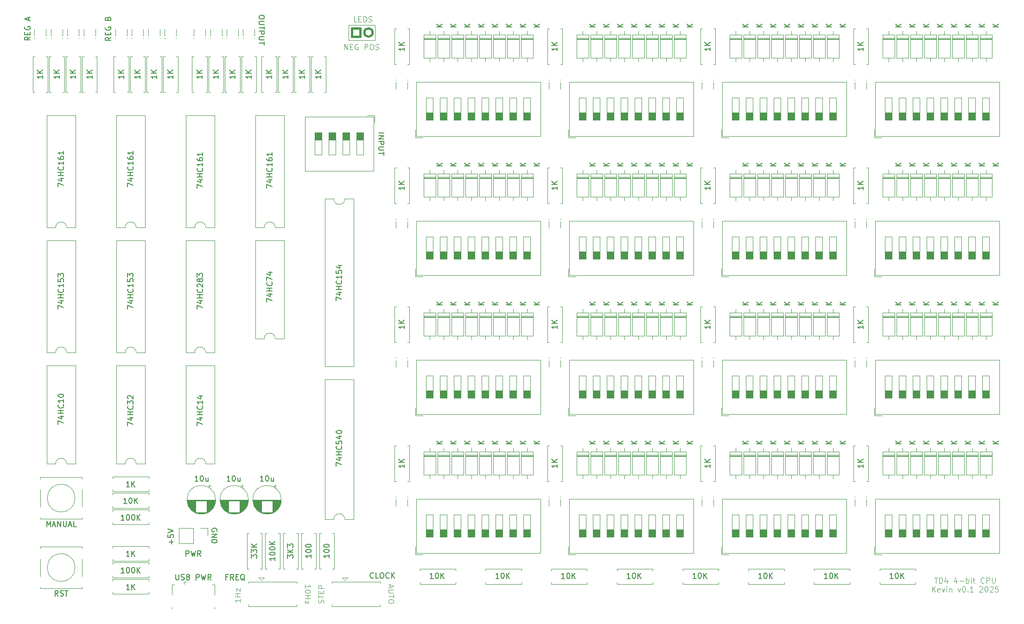
<source format=gbr>
%TF.GenerationSoftware,KiCad,Pcbnew,9.0.5*%
%TF.CreationDate,2025-10-14T21:49:14+01:00*%
%TF.ProjectId,TD4cpu,54443463-7075-42e6-9b69-6361645f7063,rev?*%
%TF.SameCoordinates,Original*%
%TF.FileFunction,Legend,Top*%
%TF.FilePolarity,Positive*%
%FSLAX46Y46*%
G04 Gerber Fmt 4.6, Leading zero omitted, Abs format (unit mm)*
G04 Created by KiCad (PCBNEW 9.0.5) date 2025-10-14 21:49:14*
%MOMM*%
%LPD*%
G01*
G04 APERTURE LIST*
%ADD10C,0.400000*%
%ADD11C,0.100000*%
%ADD12C,0.150000*%
%ADD13C,0.120000*%
G04 APERTURE END LIST*
D10*
X114046000Y-54610000D02*
G75*
G02*
X112522000Y-54610000I-762000J0D01*
G01*
X112522000Y-54610000D02*
G75*
G02*
X114046000Y-54610000I762000J0D01*
G01*
D11*
X109691730Y-53200264D02*
X114517730Y-53200264D01*
X114517730Y-55994264D01*
X109691730Y-55994264D01*
X109691730Y-53200264D01*
D10*
X110236000Y-53848000D02*
X111760000Y-53848000D01*
X111760000Y-55372000D01*
X110236000Y-55372000D01*
X110236000Y-53848000D01*
D12*
X94271180Y-51697238D02*
X94271180Y-51887714D01*
X94271180Y-51887714D02*
X94223561Y-51982952D01*
X94223561Y-51982952D02*
X94128323Y-52078190D01*
X94128323Y-52078190D02*
X93937847Y-52125809D01*
X93937847Y-52125809D02*
X93604514Y-52125809D01*
X93604514Y-52125809D02*
X93414038Y-52078190D01*
X93414038Y-52078190D02*
X93318800Y-51982952D01*
X93318800Y-51982952D02*
X93271180Y-51887714D01*
X93271180Y-51887714D02*
X93271180Y-51697238D01*
X93271180Y-51697238D02*
X93318800Y-51602000D01*
X93318800Y-51602000D02*
X93414038Y-51506762D01*
X93414038Y-51506762D02*
X93604514Y-51459143D01*
X93604514Y-51459143D02*
X93937847Y-51459143D01*
X93937847Y-51459143D02*
X94128323Y-51506762D01*
X94128323Y-51506762D02*
X94223561Y-51602000D01*
X94223561Y-51602000D02*
X94271180Y-51697238D01*
X94271180Y-52554381D02*
X93461657Y-52554381D01*
X93461657Y-52554381D02*
X93366419Y-52602000D01*
X93366419Y-52602000D02*
X93318800Y-52649619D01*
X93318800Y-52649619D02*
X93271180Y-52744857D01*
X93271180Y-52744857D02*
X93271180Y-52935333D01*
X93271180Y-52935333D02*
X93318800Y-53030571D01*
X93318800Y-53030571D02*
X93366419Y-53078190D01*
X93366419Y-53078190D02*
X93461657Y-53125809D01*
X93461657Y-53125809D02*
X94271180Y-53125809D01*
X94271180Y-53459143D02*
X94271180Y-54030571D01*
X93271180Y-53744857D02*
X94271180Y-53744857D01*
X93271180Y-54363905D02*
X94271180Y-54363905D01*
X94271180Y-54363905D02*
X94271180Y-54744857D01*
X94271180Y-54744857D02*
X94223561Y-54840095D01*
X94223561Y-54840095D02*
X94175942Y-54887714D01*
X94175942Y-54887714D02*
X94080704Y-54935333D01*
X94080704Y-54935333D02*
X93937847Y-54935333D01*
X93937847Y-54935333D02*
X93842609Y-54887714D01*
X93842609Y-54887714D02*
X93794990Y-54840095D01*
X93794990Y-54840095D02*
X93747371Y-54744857D01*
X93747371Y-54744857D02*
X93747371Y-54363905D01*
X94271180Y-55363905D02*
X93461657Y-55363905D01*
X93461657Y-55363905D02*
X93366419Y-55411524D01*
X93366419Y-55411524D02*
X93318800Y-55459143D01*
X93318800Y-55459143D02*
X93271180Y-55554381D01*
X93271180Y-55554381D02*
X93271180Y-55744857D01*
X93271180Y-55744857D02*
X93318800Y-55840095D01*
X93318800Y-55840095D02*
X93366419Y-55887714D01*
X93366419Y-55887714D02*
X93461657Y-55935333D01*
X93461657Y-55935333D02*
X94271180Y-55935333D01*
X94271180Y-56268667D02*
X94271180Y-56840095D01*
X93271180Y-56554381D02*
X94271180Y-56554381D01*
X66240819Y-55483809D02*
X65764628Y-55817142D01*
X66240819Y-56055237D02*
X65240819Y-56055237D01*
X65240819Y-56055237D02*
X65240819Y-55674285D01*
X65240819Y-55674285D02*
X65288438Y-55579047D01*
X65288438Y-55579047D02*
X65336057Y-55531428D01*
X65336057Y-55531428D02*
X65431295Y-55483809D01*
X65431295Y-55483809D02*
X65574152Y-55483809D01*
X65574152Y-55483809D02*
X65669390Y-55531428D01*
X65669390Y-55531428D02*
X65717009Y-55579047D01*
X65717009Y-55579047D02*
X65764628Y-55674285D01*
X65764628Y-55674285D02*
X65764628Y-56055237D01*
X65717009Y-55055237D02*
X65717009Y-54721904D01*
X66240819Y-54579047D02*
X66240819Y-55055237D01*
X66240819Y-55055237D02*
X65240819Y-55055237D01*
X65240819Y-55055237D02*
X65240819Y-54579047D01*
X65288438Y-53626666D02*
X65240819Y-53721904D01*
X65240819Y-53721904D02*
X65240819Y-53864761D01*
X65240819Y-53864761D02*
X65288438Y-54007618D01*
X65288438Y-54007618D02*
X65383676Y-54102856D01*
X65383676Y-54102856D02*
X65478914Y-54150475D01*
X65478914Y-54150475D02*
X65669390Y-54198094D01*
X65669390Y-54198094D02*
X65812247Y-54198094D01*
X65812247Y-54198094D02*
X66002723Y-54150475D01*
X66002723Y-54150475D02*
X66097961Y-54102856D01*
X66097961Y-54102856D02*
X66193200Y-54007618D01*
X66193200Y-54007618D02*
X66240819Y-53864761D01*
X66240819Y-53864761D02*
X66240819Y-53769523D01*
X66240819Y-53769523D02*
X66193200Y-53626666D01*
X66193200Y-53626666D02*
X66145580Y-53579047D01*
X66145580Y-53579047D02*
X65812247Y-53579047D01*
X65812247Y-53579047D02*
X65812247Y-53769523D01*
X65717009Y-52055237D02*
X65764628Y-51912380D01*
X65764628Y-51912380D02*
X65812247Y-51864761D01*
X65812247Y-51864761D02*
X65907485Y-51817142D01*
X65907485Y-51817142D02*
X66050342Y-51817142D01*
X66050342Y-51817142D02*
X66145580Y-51864761D01*
X66145580Y-51864761D02*
X66193200Y-51912380D01*
X66193200Y-51912380D02*
X66240819Y-52007618D01*
X66240819Y-52007618D02*
X66240819Y-52388570D01*
X66240819Y-52388570D02*
X65240819Y-52388570D01*
X65240819Y-52388570D02*
X65240819Y-52055237D01*
X65240819Y-52055237D02*
X65288438Y-51959999D01*
X65288438Y-51959999D02*
X65336057Y-51912380D01*
X65336057Y-51912380D02*
X65431295Y-51864761D01*
X65431295Y-51864761D02*
X65526533Y-51864761D01*
X65526533Y-51864761D02*
X65621771Y-51912380D01*
X65621771Y-51912380D02*
X65669390Y-51959999D01*
X65669390Y-51959999D02*
X65717009Y-52055237D01*
X65717009Y-52055237D02*
X65717009Y-52388570D01*
D11*
X108858682Y-57721683D02*
X108858682Y-56721683D01*
X108858682Y-56721683D02*
X109430110Y-57721683D01*
X109430110Y-57721683D02*
X109430110Y-56721683D01*
X109906301Y-57197873D02*
X110239634Y-57197873D01*
X110382491Y-57721683D02*
X109906301Y-57721683D01*
X109906301Y-57721683D02*
X109906301Y-56721683D01*
X109906301Y-56721683D02*
X110382491Y-56721683D01*
X111334872Y-56769302D02*
X111239634Y-56721683D01*
X111239634Y-56721683D02*
X111096777Y-56721683D01*
X111096777Y-56721683D02*
X110953920Y-56769302D01*
X110953920Y-56769302D02*
X110858682Y-56864540D01*
X110858682Y-56864540D02*
X110811063Y-56959778D01*
X110811063Y-56959778D02*
X110763444Y-57150254D01*
X110763444Y-57150254D02*
X110763444Y-57293111D01*
X110763444Y-57293111D02*
X110811063Y-57483587D01*
X110811063Y-57483587D02*
X110858682Y-57578825D01*
X110858682Y-57578825D02*
X110953920Y-57674064D01*
X110953920Y-57674064D02*
X111096777Y-57721683D01*
X111096777Y-57721683D02*
X111192015Y-57721683D01*
X111192015Y-57721683D02*
X111334872Y-57674064D01*
X111334872Y-57674064D02*
X111382491Y-57626444D01*
X111382491Y-57626444D02*
X111382491Y-57293111D01*
X111382491Y-57293111D02*
X111192015Y-57293111D01*
X112572968Y-57721683D02*
X112572968Y-56721683D01*
X112572968Y-56721683D02*
X112953920Y-56721683D01*
X112953920Y-56721683D02*
X113049158Y-56769302D01*
X113049158Y-56769302D02*
X113096777Y-56816921D01*
X113096777Y-56816921D02*
X113144396Y-56912159D01*
X113144396Y-56912159D02*
X113144396Y-57055016D01*
X113144396Y-57055016D02*
X113096777Y-57150254D01*
X113096777Y-57150254D02*
X113049158Y-57197873D01*
X113049158Y-57197873D02*
X112953920Y-57245492D01*
X112953920Y-57245492D02*
X112572968Y-57245492D01*
X113763444Y-56721683D02*
X113953920Y-56721683D01*
X113953920Y-56721683D02*
X114049158Y-56769302D01*
X114049158Y-56769302D02*
X114144396Y-56864540D01*
X114144396Y-56864540D02*
X114192015Y-57055016D01*
X114192015Y-57055016D02*
X114192015Y-57388349D01*
X114192015Y-57388349D02*
X114144396Y-57578825D01*
X114144396Y-57578825D02*
X114049158Y-57674064D01*
X114049158Y-57674064D02*
X113953920Y-57721683D01*
X113953920Y-57721683D02*
X113763444Y-57721683D01*
X113763444Y-57721683D02*
X113668206Y-57674064D01*
X113668206Y-57674064D02*
X113572968Y-57578825D01*
X113572968Y-57578825D02*
X113525349Y-57388349D01*
X113525349Y-57388349D02*
X113525349Y-57055016D01*
X113525349Y-57055016D02*
X113572968Y-56864540D01*
X113572968Y-56864540D02*
X113668206Y-56769302D01*
X113668206Y-56769302D02*
X113763444Y-56721683D01*
X114572968Y-57674064D02*
X114715825Y-57721683D01*
X114715825Y-57721683D02*
X114953920Y-57721683D01*
X114953920Y-57721683D02*
X115049158Y-57674064D01*
X115049158Y-57674064D02*
X115096777Y-57626444D01*
X115096777Y-57626444D02*
X115144396Y-57531206D01*
X115144396Y-57531206D02*
X115144396Y-57435968D01*
X115144396Y-57435968D02*
X115096777Y-57340730D01*
X115096777Y-57340730D02*
X115049158Y-57293111D01*
X115049158Y-57293111D02*
X114953920Y-57245492D01*
X114953920Y-57245492D02*
X114763444Y-57197873D01*
X114763444Y-57197873D02*
X114668206Y-57150254D01*
X114668206Y-57150254D02*
X114620587Y-57102635D01*
X114620587Y-57102635D02*
X114572968Y-57007397D01*
X114572968Y-57007397D02*
X114572968Y-56912159D01*
X114572968Y-56912159D02*
X114620587Y-56816921D01*
X114620587Y-56816921D02*
X114668206Y-56769302D01*
X114668206Y-56769302D02*
X114763444Y-56721683D01*
X114763444Y-56721683D02*
X115001539Y-56721683D01*
X115001539Y-56721683D02*
X115144396Y-56769302D01*
X89865419Y-158122857D02*
X89865419Y-158694285D01*
X89865419Y-158408571D02*
X88865419Y-158408571D01*
X88865419Y-158408571D02*
X89008276Y-158503809D01*
X89008276Y-158503809D02*
X89103514Y-158599047D01*
X89103514Y-158599047D02*
X89151133Y-158694285D01*
X89865419Y-157694285D02*
X88865419Y-157694285D01*
X89341609Y-157694285D02*
X89341609Y-157122857D01*
X89865419Y-157122857D02*
X88865419Y-157122857D01*
X89198752Y-156741904D02*
X89198752Y-156218095D01*
X89198752Y-156218095D02*
X89865419Y-156741904D01*
X89865419Y-156741904D02*
X89865419Y-156218095D01*
D12*
X85587561Y-145796095D02*
X85635180Y-145700857D01*
X85635180Y-145700857D02*
X85635180Y-145558000D01*
X85635180Y-145558000D02*
X85587561Y-145415143D01*
X85587561Y-145415143D02*
X85492323Y-145319905D01*
X85492323Y-145319905D02*
X85397085Y-145272286D01*
X85397085Y-145272286D02*
X85206609Y-145224667D01*
X85206609Y-145224667D02*
X85063752Y-145224667D01*
X85063752Y-145224667D02*
X84873276Y-145272286D01*
X84873276Y-145272286D02*
X84778038Y-145319905D01*
X84778038Y-145319905D02*
X84682800Y-145415143D01*
X84682800Y-145415143D02*
X84635180Y-145558000D01*
X84635180Y-145558000D02*
X84635180Y-145653238D01*
X84635180Y-145653238D02*
X84682800Y-145796095D01*
X84682800Y-145796095D02*
X84730419Y-145843714D01*
X84730419Y-145843714D02*
X85063752Y-145843714D01*
X85063752Y-145843714D02*
X85063752Y-145653238D01*
X84635180Y-146272286D02*
X85635180Y-146272286D01*
X85635180Y-146272286D02*
X84635180Y-146843714D01*
X84635180Y-146843714D02*
X85635180Y-146843714D01*
X84635180Y-147319905D02*
X85635180Y-147319905D01*
X85635180Y-147319905D02*
X85635180Y-147558000D01*
X85635180Y-147558000D02*
X85587561Y-147700857D01*
X85587561Y-147700857D02*
X85492323Y-147796095D01*
X85492323Y-147796095D02*
X85397085Y-147843714D01*
X85397085Y-147843714D02*
X85206609Y-147891333D01*
X85206609Y-147891333D02*
X85063752Y-147891333D01*
X85063752Y-147891333D02*
X84873276Y-147843714D01*
X84873276Y-147843714D02*
X84778038Y-147796095D01*
X84778038Y-147796095D02*
X84682800Y-147700857D01*
X84682800Y-147700857D02*
X84635180Y-147558000D01*
X84635180Y-147558000D02*
X84635180Y-147319905D01*
X51508819Y-55412381D02*
X51032628Y-55745714D01*
X51508819Y-55983809D02*
X50508819Y-55983809D01*
X50508819Y-55983809D02*
X50508819Y-55602857D01*
X50508819Y-55602857D02*
X50556438Y-55507619D01*
X50556438Y-55507619D02*
X50604057Y-55460000D01*
X50604057Y-55460000D02*
X50699295Y-55412381D01*
X50699295Y-55412381D02*
X50842152Y-55412381D01*
X50842152Y-55412381D02*
X50937390Y-55460000D01*
X50937390Y-55460000D02*
X50985009Y-55507619D01*
X50985009Y-55507619D02*
X51032628Y-55602857D01*
X51032628Y-55602857D02*
X51032628Y-55983809D01*
X50985009Y-54983809D02*
X50985009Y-54650476D01*
X51508819Y-54507619D02*
X51508819Y-54983809D01*
X51508819Y-54983809D02*
X50508819Y-54983809D01*
X50508819Y-54983809D02*
X50508819Y-54507619D01*
X50556438Y-53555238D02*
X50508819Y-53650476D01*
X50508819Y-53650476D02*
X50508819Y-53793333D01*
X50508819Y-53793333D02*
X50556438Y-53936190D01*
X50556438Y-53936190D02*
X50651676Y-54031428D01*
X50651676Y-54031428D02*
X50746914Y-54079047D01*
X50746914Y-54079047D02*
X50937390Y-54126666D01*
X50937390Y-54126666D02*
X51080247Y-54126666D01*
X51080247Y-54126666D02*
X51270723Y-54079047D01*
X51270723Y-54079047D02*
X51365961Y-54031428D01*
X51365961Y-54031428D02*
X51461200Y-53936190D01*
X51461200Y-53936190D02*
X51508819Y-53793333D01*
X51508819Y-53793333D02*
X51508819Y-53698095D01*
X51508819Y-53698095D02*
X51461200Y-53555238D01*
X51461200Y-53555238D02*
X51413580Y-53507619D01*
X51413580Y-53507619D02*
X51080247Y-53507619D01*
X51080247Y-53507619D02*
X51080247Y-53698095D01*
X51223104Y-52364761D02*
X51223104Y-51888571D01*
X51508819Y-52459999D02*
X50508819Y-52126666D01*
X50508819Y-52126666D02*
X51508819Y-51793333D01*
D11*
X111112682Y-52641683D02*
X110636492Y-52641683D01*
X110636492Y-52641683D02*
X110636492Y-51641683D01*
X111446016Y-52117873D02*
X111779349Y-52117873D01*
X111922206Y-52641683D02*
X111446016Y-52641683D01*
X111446016Y-52641683D02*
X111446016Y-51641683D01*
X111446016Y-51641683D02*
X111922206Y-51641683D01*
X112350778Y-52641683D02*
X112350778Y-51641683D01*
X112350778Y-51641683D02*
X112588873Y-51641683D01*
X112588873Y-51641683D02*
X112731730Y-51689302D01*
X112731730Y-51689302D02*
X112826968Y-51784540D01*
X112826968Y-51784540D02*
X112874587Y-51879778D01*
X112874587Y-51879778D02*
X112922206Y-52070254D01*
X112922206Y-52070254D02*
X112922206Y-52213111D01*
X112922206Y-52213111D02*
X112874587Y-52403587D01*
X112874587Y-52403587D02*
X112826968Y-52498825D01*
X112826968Y-52498825D02*
X112731730Y-52594064D01*
X112731730Y-52594064D02*
X112588873Y-52641683D01*
X112588873Y-52641683D02*
X112350778Y-52641683D01*
X113303159Y-52594064D02*
X113446016Y-52641683D01*
X113446016Y-52641683D02*
X113684111Y-52641683D01*
X113684111Y-52641683D02*
X113779349Y-52594064D01*
X113779349Y-52594064D02*
X113826968Y-52546444D01*
X113826968Y-52546444D02*
X113874587Y-52451206D01*
X113874587Y-52451206D02*
X113874587Y-52355968D01*
X113874587Y-52355968D02*
X113826968Y-52260730D01*
X113826968Y-52260730D02*
X113779349Y-52213111D01*
X113779349Y-52213111D02*
X113684111Y-52165492D01*
X113684111Y-52165492D02*
X113493635Y-52117873D01*
X113493635Y-52117873D02*
X113398397Y-52070254D01*
X113398397Y-52070254D02*
X113350778Y-52022635D01*
X113350778Y-52022635D02*
X113303159Y-51927397D01*
X113303159Y-51927397D02*
X113303159Y-51832159D01*
X113303159Y-51832159D02*
X113350778Y-51736921D01*
X113350778Y-51736921D02*
X113398397Y-51689302D01*
X113398397Y-51689302D02*
X113493635Y-51641683D01*
X113493635Y-51641683D02*
X113731730Y-51641683D01*
X113731730Y-51641683D02*
X113874587Y-51689302D01*
X105057800Y-158845047D02*
X105105419Y-158702190D01*
X105105419Y-158702190D02*
X105105419Y-158464095D01*
X105105419Y-158464095D02*
X105057800Y-158368857D01*
X105057800Y-158368857D02*
X105010180Y-158321238D01*
X105010180Y-158321238D02*
X104914942Y-158273619D01*
X104914942Y-158273619D02*
X104819704Y-158273619D01*
X104819704Y-158273619D02*
X104724466Y-158321238D01*
X104724466Y-158321238D02*
X104676847Y-158368857D01*
X104676847Y-158368857D02*
X104629228Y-158464095D01*
X104629228Y-158464095D02*
X104581609Y-158654571D01*
X104581609Y-158654571D02*
X104533990Y-158749809D01*
X104533990Y-158749809D02*
X104486371Y-158797428D01*
X104486371Y-158797428D02*
X104391133Y-158845047D01*
X104391133Y-158845047D02*
X104295895Y-158845047D01*
X104295895Y-158845047D02*
X104200657Y-158797428D01*
X104200657Y-158797428D02*
X104153038Y-158749809D01*
X104153038Y-158749809D02*
X104105419Y-158654571D01*
X104105419Y-158654571D02*
X104105419Y-158416476D01*
X104105419Y-158416476D02*
X104153038Y-158273619D01*
X104105419Y-157987904D02*
X104105419Y-157416476D01*
X105105419Y-157702190D02*
X104105419Y-157702190D01*
X104581609Y-157083142D02*
X104581609Y-156749809D01*
X105105419Y-156606952D02*
X105105419Y-157083142D01*
X105105419Y-157083142D02*
X104105419Y-157083142D01*
X104105419Y-157083142D02*
X104105419Y-156606952D01*
X105105419Y-156178380D02*
X104105419Y-156178380D01*
X104105419Y-156178380D02*
X104105419Y-155797428D01*
X104105419Y-155797428D02*
X104153038Y-155702190D01*
X104153038Y-155702190D02*
X104200657Y-155654571D01*
X104200657Y-155654571D02*
X104295895Y-155606952D01*
X104295895Y-155606952D02*
X104438752Y-155606952D01*
X104438752Y-155606952D02*
X104533990Y-155654571D01*
X104533990Y-155654571D02*
X104581609Y-155702190D01*
X104581609Y-155702190D02*
X104629228Y-155797428D01*
X104629228Y-155797428D02*
X104629228Y-156178380D01*
X101650580Y-156106952D02*
X101650580Y-155535524D01*
X101650580Y-155821238D02*
X102650580Y-155821238D01*
X102650580Y-155821238D02*
X102507723Y-155726000D01*
X102507723Y-155726000D02*
X102412485Y-155630762D01*
X102412485Y-155630762D02*
X102364866Y-155535524D01*
X102650580Y-156726000D02*
X102650580Y-156821238D01*
X102650580Y-156821238D02*
X102602961Y-156916476D01*
X102602961Y-156916476D02*
X102555342Y-156964095D01*
X102555342Y-156964095D02*
X102460104Y-157011714D01*
X102460104Y-157011714D02*
X102269628Y-157059333D01*
X102269628Y-157059333D02*
X102031533Y-157059333D01*
X102031533Y-157059333D02*
X101841057Y-157011714D01*
X101841057Y-157011714D02*
X101745819Y-156964095D01*
X101745819Y-156964095D02*
X101698200Y-156916476D01*
X101698200Y-156916476D02*
X101650580Y-156821238D01*
X101650580Y-156821238D02*
X101650580Y-156726000D01*
X101650580Y-156726000D02*
X101698200Y-156630762D01*
X101698200Y-156630762D02*
X101745819Y-156583143D01*
X101745819Y-156583143D02*
X101841057Y-156535524D01*
X101841057Y-156535524D02*
X102031533Y-156487905D01*
X102031533Y-156487905D02*
X102269628Y-156487905D01*
X102269628Y-156487905D02*
X102460104Y-156535524D01*
X102460104Y-156535524D02*
X102555342Y-156583143D01*
X102555342Y-156583143D02*
X102602961Y-156630762D01*
X102602961Y-156630762D02*
X102650580Y-156726000D01*
X101650580Y-157487905D02*
X102650580Y-157487905D01*
X102174390Y-157487905D02*
X102174390Y-158059333D01*
X101650580Y-158059333D02*
X102650580Y-158059333D01*
X102317247Y-158440286D02*
X102317247Y-158964095D01*
X102317247Y-158964095D02*
X101650580Y-158440286D01*
X101650580Y-158440286D02*
X101650580Y-158964095D01*
X216630952Y-154220419D02*
X217202380Y-154220419D01*
X216916666Y-155220419D02*
X216916666Y-154220419D01*
X217535714Y-155220419D02*
X217535714Y-154220419D01*
X217535714Y-154220419D02*
X217773809Y-154220419D01*
X217773809Y-154220419D02*
X217916666Y-154268038D01*
X217916666Y-154268038D02*
X218011904Y-154363276D01*
X218011904Y-154363276D02*
X218059523Y-154458514D01*
X218059523Y-154458514D02*
X218107142Y-154648990D01*
X218107142Y-154648990D02*
X218107142Y-154791847D01*
X218107142Y-154791847D02*
X218059523Y-154982323D01*
X218059523Y-154982323D02*
X218011904Y-155077561D01*
X218011904Y-155077561D02*
X217916666Y-155172800D01*
X217916666Y-155172800D02*
X217773809Y-155220419D01*
X217773809Y-155220419D02*
X217535714Y-155220419D01*
X218964285Y-154553752D02*
X218964285Y-155220419D01*
X218726190Y-154172800D02*
X218488095Y-154887085D01*
X218488095Y-154887085D02*
X219107142Y-154887085D01*
X220678571Y-154553752D02*
X220678571Y-155220419D01*
X220440476Y-154172800D02*
X220202381Y-154887085D01*
X220202381Y-154887085D02*
X220821428Y-154887085D01*
X221202381Y-154839466D02*
X221964286Y-154839466D01*
X222440476Y-155220419D02*
X222440476Y-154220419D01*
X222440476Y-154601371D02*
X222535714Y-154553752D01*
X222535714Y-154553752D02*
X222726190Y-154553752D01*
X222726190Y-154553752D02*
X222821428Y-154601371D01*
X222821428Y-154601371D02*
X222869047Y-154648990D01*
X222869047Y-154648990D02*
X222916666Y-154744228D01*
X222916666Y-154744228D02*
X222916666Y-155029942D01*
X222916666Y-155029942D02*
X222869047Y-155125180D01*
X222869047Y-155125180D02*
X222821428Y-155172800D01*
X222821428Y-155172800D02*
X222726190Y-155220419D01*
X222726190Y-155220419D02*
X222535714Y-155220419D01*
X222535714Y-155220419D02*
X222440476Y-155172800D01*
X223345238Y-155220419D02*
X223345238Y-154553752D01*
X223345238Y-154220419D02*
X223297619Y-154268038D01*
X223297619Y-154268038D02*
X223345238Y-154315657D01*
X223345238Y-154315657D02*
X223392857Y-154268038D01*
X223392857Y-154268038D02*
X223345238Y-154220419D01*
X223345238Y-154220419D02*
X223345238Y-154315657D01*
X223678571Y-154553752D02*
X224059523Y-154553752D01*
X223821428Y-154220419D02*
X223821428Y-155077561D01*
X223821428Y-155077561D02*
X223869047Y-155172800D01*
X223869047Y-155172800D02*
X223964285Y-155220419D01*
X223964285Y-155220419D02*
X224059523Y-155220419D01*
X225726190Y-155125180D02*
X225678571Y-155172800D01*
X225678571Y-155172800D02*
X225535714Y-155220419D01*
X225535714Y-155220419D02*
X225440476Y-155220419D01*
X225440476Y-155220419D02*
X225297619Y-155172800D01*
X225297619Y-155172800D02*
X225202381Y-155077561D01*
X225202381Y-155077561D02*
X225154762Y-154982323D01*
X225154762Y-154982323D02*
X225107143Y-154791847D01*
X225107143Y-154791847D02*
X225107143Y-154648990D01*
X225107143Y-154648990D02*
X225154762Y-154458514D01*
X225154762Y-154458514D02*
X225202381Y-154363276D01*
X225202381Y-154363276D02*
X225297619Y-154268038D01*
X225297619Y-154268038D02*
X225440476Y-154220419D01*
X225440476Y-154220419D02*
X225535714Y-154220419D01*
X225535714Y-154220419D02*
X225678571Y-154268038D01*
X225678571Y-154268038D02*
X225726190Y-154315657D01*
X226154762Y-155220419D02*
X226154762Y-154220419D01*
X226154762Y-154220419D02*
X226535714Y-154220419D01*
X226535714Y-154220419D02*
X226630952Y-154268038D01*
X226630952Y-154268038D02*
X226678571Y-154315657D01*
X226678571Y-154315657D02*
X226726190Y-154410895D01*
X226726190Y-154410895D02*
X226726190Y-154553752D01*
X226726190Y-154553752D02*
X226678571Y-154648990D01*
X226678571Y-154648990D02*
X226630952Y-154696609D01*
X226630952Y-154696609D02*
X226535714Y-154744228D01*
X226535714Y-154744228D02*
X226154762Y-154744228D01*
X227154762Y-154220419D02*
X227154762Y-155029942D01*
X227154762Y-155029942D02*
X227202381Y-155125180D01*
X227202381Y-155125180D02*
X227250000Y-155172800D01*
X227250000Y-155172800D02*
X227345238Y-155220419D01*
X227345238Y-155220419D02*
X227535714Y-155220419D01*
X227535714Y-155220419D02*
X227630952Y-155172800D01*
X227630952Y-155172800D02*
X227678571Y-155125180D01*
X227678571Y-155125180D02*
X227726190Y-155029942D01*
X227726190Y-155029942D02*
X227726190Y-154220419D01*
X216250000Y-156830363D02*
X216250000Y-155830363D01*
X216821428Y-156830363D02*
X216392857Y-156258934D01*
X216821428Y-155830363D02*
X216250000Y-156401791D01*
X217630952Y-156782744D02*
X217535714Y-156830363D01*
X217535714Y-156830363D02*
X217345238Y-156830363D01*
X217345238Y-156830363D02*
X217250000Y-156782744D01*
X217250000Y-156782744D02*
X217202381Y-156687505D01*
X217202381Y-156687505D02*
X217202381Y-156306553D01*
X217202381Y-156306553D02*
X217250000Y-156211315D01*
X217250000Y-156211315D02*
X217345238Y-156163696D01*
X217345238Y-156163696D02*
X217535714Y-156163696D01*
X217535714Y-156163696D02*
X217630952Y-156211315D01*
X217630952Y-156211315D02*
X217678571Y-156306553D01*
X217678571Y-156306553D02*
X217678571Y-156401791D01*
X217678571Y-156401791D02*
X217202381Y-156497029D01*
X218011905Y-156163696D02*
X218250000Y-156830363D01*
X218250000Y-156830363D02*
X218488095Y-156163696D01*
X218869048Y-156830363D02*
X218869048Y-156163696D01*
X218869048Y-155830363D02*
X218821429Y-155877982D01*
X218821429Y-155877982D02*
X218869048Y-155925601D01*
X218869048Y-155925601D02*
X218916667Y-155877982D01*
X218916667Y-155877982D02*
X218869048Y-155830363D01*
X218869048Y-155830363D02*
X218869048Y-155925601D01*
X219345238Y-156163696D02*
X219345238Y-156830363D01*
X219345238Y-156258934D02*
X219392857Y-156211315D01*
X219392857Y-156211315D02*
X219488095Y-156163696D01*
X219488095Y-156163696D02*
X219630952Y-156163696D01*
X219630952Y-156163696D02*
X219726190Y-156211315D01*
X219726190Y-156211315D02*
X219773809Y-156306553D01*
X219773809Y-156306553D02*
X219773809Y-156830363D01*
X220916667Y-156163696D02*
X221154762Y-156830363D01*
X221154762Y-156830363D02*
X221392857Y-156163696D01*
X221964286Y-155830363D02*
X222059524Y-155830363D01*
X222059524Y-155830363D02*
X222154762Y-155877982D01*
X222154762Y-155877982D02*
X222202381Y-155925601D01*
X222202381Y-155925601D02*
X222250000Y-156020839D01*
X222250000Y-156020839D02*
X222297619Y-156211315D01*
X222297619Y-156211315D02*
X222297619Y-156449410D01*
X222297619Y-156449410D02*
X222250000Y-156639886D01*
X222250000Y-156639886D02*
X222202381Y-156735124D01*
X222202381Y-156735124D02*
X222154762Y-156782744D01*
X222154762Y-156782744D02*
X222059524Y-156830363D01*
X222059524Y-156830363D02*
X221964286Y-156830363D01*
X221964286Y-156830363D02*
X221869048Y-156782744D01*
X221869048Y-156782744D02*
X221821429Y-156735124D01*
X221821429Y-156735124D02*
X221773810Y-156639886D01*
X221773810Y-156639886D02*
X221726191Y-156449410D01*
X221726191Y-156449410D02*
X221726191Y-156211315D01*
X221726191Y-156211315D02*
X221773810Y-156020839D01*
X221773810Y-156020839D02*
X221821429Y-155925601D01*
X221821429Y-155925601D02*
X221869048Y-155877982D01*
X221869048Y-155877982D02*
X221964286Y-155830363D01*
X222726191Y-156735124D02*
X222773810Y-156782744D01*
X222773810Y-156782744D02*
X222726191Y-156830363D01*
X222726191Y-156830363D02*
X222678572Y-156782744D01*
X222678572Y-156782744D02*
X222726191Y-156735124D01*
X222726191Y-156735124D02*
X222726191Y-156830363D01*
X223726190Y-156830363D02*
X223154762Y-156830363D01*
X223440476Y-156830363D02*
X223440476Y-155830363D01*
X223440476Y-155830363D02*
X223345238Y-155973220D01*
X223345238Y-155973220D02*
X223250000Y-156068458D01*
X223250000Y-156068458D02*
X223154762Y-156116077D01*
X224869048Y-155925601D02*
X224916667Y-155877982D01*
X224916667Y-155877982D02*
X225011905Y-155830363D01*
X225011905Y-155830363D02*
X225250000Y-155830363D01*
X225250000Y-155830363D02*
X225345238Y-155877982D01*
X225345238Y-155877982D02*
X225392857Y-155925601D01*
X225392857Y-155925601D02*
X225440476Y-156020839D01*
X225440476Y-156020839D02*
X225440476Y-156116077D01*
X225440476Y-156116077D02*
X225392857Y-156258934D01*
X225392857Y-156258934D02*
X224821429Y-156830363D01*
X224821429Y-156830363D02*
X225440476Y-156830363D01*
X226059524Y-155830363D02*
X226154762Y-155830363D01*
X226154762Y-155830363D02*
X226250000Y-155877982D01*
X226250000Y-155877982D02*
X226297619Y-155925601D01*
X226297619Y-155925601D02*
X226345238Y-156020839D01*
X226345238Y-156020839D02*
X226392857Y-156211315D01*
X226392857Y-156211315D02*
X226392857Y-156449410D01*
X226392857Y-156449410D02*
X226345238Y-156639886D01*
X226345238Y-156639886D02*
X226297619Y-156735124D01*
X226297619Y-156735124D02*
X226250000Y-156782744D01*
X226250000Y-156782744D02*
X226154762Y-156830363D01*
X226154762Y-156830363D02*
X226059524Y-156830363D01*
X226059524Y-156830363D02*
X225964286Y-156782744D01*
X225964286Y-156782744D02*
X225916667Y-156735124D01*
X225916667Y-156735124D02*
X225869048Y-156639886D01*
X225869048Y-156639886D02*
X225821429Y-156449410D01*
X225821429Y-156449410D02*
X225821429Y-156211315D01*
X225821429Y-156211315D02*
X225869048Y-156020839D01*
X225869048Y-156020839D02*
X225916667Y-155925601D01*
X225916667Y-155925601D02*
X225964286Y-155877982D01*
X225964286Y-155877982D02*
X226059524Y-155830363D01*
X226773810Y-155925601D02*
X226821429Y-155877982D01*
X226821429Y-155877982D02*
X226916667Y-155830363D01*
X226916667Y-155830363D02*
X227154762Y-155830363D01*
X227154762Y-155830363D02*
X227250000Y-155877982D01*
X227250000Y-155877982D02*
X227297619Y-155925601D01*
X227297619Y-155925601D02*
X227345238Y-156020839D01*
X227345238Y-156020839D02*
X227345238Y-156116077D01*
X227345238Y-156116077D02*
X227297619Y-156258934D01*
X227297619Y-156258934D02*
X226726191Y-156830363D01*
X226726191Y-156830363D02*
X227345238Y-156830363D01*
X228250000Y-155830363D02*
X227773810Y-155830363D01*
X227773810Y-155830363D02*
X227726191Y-156306553D01*
X227726191Y-156306553D02*
X227773810Y-156258934D01*
X227773810Y-156258934D02*
X227869048Y-156211315D01*
X227869048Y-156211315D02*
X228107143Y-156211315D01*
X228107143Y-156211315D02*
X228202381Y-156258934D01*
X228202381Y-156258934D02*
X228250000Y-156306553D01*
X228250000Y-156306553D02*
X228297619Y-156401791D01*
X228297619Y-156401791D02*
X228297619Y-156639886D01*
X228297619Y-156639886D02*
X228250000Y-156735124D01*
X228250000Y-156735124D02*
X228202381Y-156782744D01*
X228202381Y-156782744D02*
X228107143Y-156830363D01*
X228107143Y-156830363D02*
X227869048Y-156830363D01*
X227869048Y-156830363D02*
X227773810Y-156782744D01*
X227773810Y-156782744D02*
X227726191Y-156735124D01*
X117176295Y-155559333D02*
X117176295Y-156035523D01*
X116890580Y-155464095D02*
X117890580Y-155797428D01*
X117890580Y-155797428D02*
X116890580Y-156130761D01*
X117890580Y-156464095D02*
X117081057Y-156464095D01*
X117081057Y-156464095D02*
X116985819Y-156511714D01*
X116985819Y-156511714D02*
X116938200Y-156559333D01*
X116938200Y-156559333D02*
X116890580Y-156654571D01*
X116890580Y-156654571D02*
X116890580Y-156845047D01*
X116890580Y-156845047D02*
X116938200Y-156940285D01*
X116938200Y-156940285D02*
X116985819Y-156987904D01*
X116985819Y-156987904D02*
X117081057Y-157035523D01*
X117081057Y-157035523D02*
X117890580Y-157035523D01*
X117890580Y-157368857D02*
X117890580Y-157940285D01*
X116890580Y-157654571D02*
X117890580Y-157654571D01*
X117890580Y-158464095D02*
X117890580Y-158654571D01*
X117890580Y-158654571D02*
X117842961Y-158749809D01*
X117842961Y-158749809D02*
X117747723Y-158845047D01*
X117747723Y-158845047D02*
X117557247Y-158892666D01*
X117557247Y-158892666D02*
X117223914Y-158892666D01*
X117223914Y-158892666D02*
X117033438Y-158845047D01*
X117033438Y-158845047D02*
X116938200Y-158749809D01*
X116938200Y-158749809D02*
X116890580Y-158654571D01*
X116890580Y-158654571D02*
X116890580Y-158464095D01*
X116890580Y-158464095D02*
X116938200Y-158368857D01*
X116938200Y-158368857D02*
X117033438Y-158273619D01*
X117033438Y-158273619D02*
X117223914Y-158226000D01*
X117223914Y-158226000D02*
X117557247Y-158226000D01*
X117557247Y-158226000D02*
X117747723Y-158273619D01*
X117747723Y-158273619D02*
X117842961Y-158368857D01*
X117842961Y-158368857D02*
X117890580Y-158464095D01*
D12*
X77289866Y-148097713D02*
X77289866Y-147335809D01*
X77670819Y-147716761D02*
X76908914Y-147716761D01*
X76670819Y-146383428D02*
X76670819Y-146859618D01*
X76670819Y-146859618D02*
X77147009Y-146907237D01*
X77147009Y-146907237D02*
X77099390Y-146859618D01*
X77099390Y-146859618D02*
X77051771Y-146764380D01*
X77051771Y-146764380D02*
X77051771Y-146526285D01*
X77051771Y-146526285D02*
X77099390Y-146431047D01*
X77099390Y-146431047D02*
X77147009Y-146383428D01*
X77147009Y-146383428D02*
X77242247Y-146335809D01*
X77242247Y-146335809D02*
X77480342Y-146335809D01*
X77480342Y-146335809D02*
X77575580Y-146383428D01*
X77575580Y-146383428D02*
X77623200Y-146431047D01*
X77623200Y-146431047D02*
X77670819Y-146526285D01*
X77670819Y-146526285D02*
X77670819Y-146764380D01*
X77670819Y-146764380D02*
X77623200Y-146859618D01*
X77623200Y-146859618D02*
X77575580Y-146907237D01*
X76670819Y-146050094D02*
X77670819Y-145716761D01*
X77670819Y-145716761D02*
X76670819Y-145383428D01*
X210534819Y-53601904D02*
X209534819Y-53601904D01*
X210534819Y-53030476D02*
X209963390Y-53459047D01*
X209534819Y-53030476D02*
X210106247Y-53601904D01*
X225774819Y-129801904D02*
X224774819Y-129801904D01*
X225774819Y-129230476D02*
X225203390Y-129659047D01*
X224774819Y-129230476D02*
X225346247Y-129801904D01*
X185134819Y-129801904D02*
X184134819Y-129801904D01*
X185134819Y-129230476D02*
X184563390Y-129659047D01*
X184134819Y-129230476D02*
X184706247Y-129801904D01*
X87566666Y-154113009D02*
X87233333Y-154113009D01*
X87233333Y-154636819D02*
X87233333Y-153636819D01*
X87233333Y-153636819D02*
X87709523Y-153636819D01*
X88661904Y-154636819D02*
X88328571Y-154160628D01*
X88090476Y-154636819D02*
X88090476Y-153636819D01*
X88090476Y-153636819D02*
X88471428Y-153636819D01*
X88471428Y-153636819D02*
X88566666Y-153684438D01*
X88566666Y-153684438D02*
X88614285Y-153732057D01*
X88614285Y-153732057D02*
X88661904Y-153827295D01*
X88661904Y-153827295D02*
X88661904Y-153970152D01*
X88661904Y-153970152D02*
X88614285Y-154065390D01*
X88614285Y-154065390D02*
X88566666Y-154113009D01*
X88566666Y-154113009D02*
X88471428Y-154160628D01*
X88471428Y-154160628D02*
X88090476Y-154160628D01*
X89090476Y-154113009D02*
X89423809Y-154113009D01*
X89566666Y-154636819D02*
X89090476Y-154636819D01*
X89090476Y-154636819D02*
X89090476Y-153636819D01*
X89090476Y-153636819D02*
X89566666Y-153636819D01*
X90661904Y-154732057D02*
X90566666Y-154684438D01*
X90566666Y-154684438D02*
X90471428Y-154589200D01*
X90471428Y-154589200D02*
X90328571Y-154446342D01*
X90328571Y-154446342D02*
X90233333Y-154398723D01*
X90233333Y-154398723D02*
X90138095Y-154398723D01*
X90185714Y-154636819D02*
X90090476Y-154589200D01*
X90090476Y-154589200D02*
X89995238Y-154493961D01*
X89995238Y-154493961D02*
X89947619Y-154303485D01*
X89947619Y-154303485D02*
X89947619Y-153970152D01*
X89947619Y-153970152D02*
X89995238Y-153779676D01*
X89995238Y-153779676D02*
X90090476Y-153684438D01*
X90090476Y-153684438D02*
X90185714Y-153636819D01*
X90185714Y-153636819D02*
X90376190Y-153636819D01*
X90376190Y-153636819D02*
X90471428Y-153684438D01*
X90471428Y-153684438D02*
X90566666Y-153779676D01*
X90566666Y-153779676D02*
X90614285Y-153970152D01*
X90614285Y-153970152D02*
X90614285Y-154303485D01*
X90614285Y-154303485D02*
X90566666Y-154493961D01*
X90566666Y-154493961D02*
X90471428Y-154589200D01*
X90471428Y-154589200D02*
X90376190Y-154636819D01*
X90376190Y-154636819D02*
X90185714Y-154636819D01*
X131794819Y-79001904D02*
X130794819Y-79001904D01*
X131794819Y-78430476D02*
X131223390Y-78859047D01*
X130794819Y-78430476D02*
X131366247Y-79001904D01*
X107404819Y-133817904D02*
X107404819Y-133151238D01*
X107404819Y-133151238D02*
X108404819Y-133579809D01*
X107738152Y-132341714D02*
X108404819Y-132341714D01*
X107357200Y-132579809D02*
X108071485Y-132817904D01*
X108071485Y-132817904D02*
X108071485Y-132198857D01*
X108404819Y-131817904D02*
X107404819Y-131817904D01*
X107881009Y-131817904D02*
X107881009Y-131246476D01*
X108404819Y-131246476D02*
X107404819Y-131246476D01*
X108309580Y-130198857D02*
X108357200Y-130246476D01*
X108357200Y-130246476D02*
X108404819Y-130389333D01*
X108404819Y-130389333D02*
X108404819Y-130484571D01*
X108404819Y-130484571D02*
X108357200Y-130627428D01*
X108357200Y-130627428D02*
X108261961Y-130722666D01*
X108261961Y-130722666D02*
X108166723Y-130770285D01*
X108166723Y-130770285D02*
X107976247Y-130817904D01*
X107976247Y-130817904D02*
X107833390Y-130817904D01*
X107833390Y-130817904D02*
X107642914Y-130770285D01*
X107642914Y-130770285D02*
X107547676Y-130722666D01*
X107547676Y-130722666D02*
X107452438Y-130627428D01*
X107452438Y-130627428D02*
X107404819Y-130484571D01*
X107404819Y-130484571D02*
X107404819Y-130389333D01*
X107404819Y-130389333D02*
X107452438Y-130246476D01*
X107452438Y-130246476D02*
X107500057Y-130198857D01*
X107404819Y-129294095D02*
X107404819Y-129770285D01*
X107404819Y-129770285D02*
X107881009Y-129817904D01*
X107881009Y-129817904D02*
X107833390Y-129770285D01*
X107833390Y-129770285D02*
X107785771Y-129675047D01*
X107785771Y-129675047D02*
X107785771Y-129436952D01*
X107785771Y-129436952D02*
X107833390Y-129341714D01*
X107833390Y-129341714D02*
X107881009Y-129294095D01*
X107881009Y-129294095D02*
X107976247Y-129246476D01*
X107976247Y-129246476D02*
X108214342Y-129246476D01*
X108214342Y-129246476D02*
X108309580Y-129294095D01*
X108309580Y-129294095D02*
X108357200Y-129341714D01*
X108357200Y-129341714D02*
X108404819Y-129436952D01*
X108404819Y-129436952D02*
X108404819Y-129675047D01*
X108404819Y-129675047D02*
X108357200Y-129770285D01*
X108357200Y-129770285D02*
X108309580Y-129817904D01*
X107738152Y-128389333D02*
X108404819Y-128389333D01*
X107357200Y-128627428D02*
X108071485Y-128865523D01*
X108071485Y-128865523D02*
X108071485Y-128246476D01*
X107404819Y-127675047D02*
X107404819Y-127579809D01*
X107404819Y-127579809D02*
X107452438Y-127484571D01*
X107452438Y-127484571D02*
X107500057Y-127436952D01*
X107500057Y-127436952D02*
X107595295Y-127389333D01*
X107595295Y-127389333D02*
X107785771Y-127341714D01*
X107785771Y-127341714D02*
X108023866Y-127341714D01*
X108023866Y-127341714D02*
X108214342Y-127389333D01*
X108214342Y-127389333D02*
X108309580Y-127436952D01*
X108309580Y-127436952D02*
X108357200Y-127484571D01*
X108357200Y-127484571D02*
X108404819Y-127579809D01*
X108404819Y-127579809D02*
X108404819Y-127675047D01*
X108404819Y-127675047D02*
X108357200Y-127770285D01*
X108357200Y-127770285D02*
X108309580Y-127817904D01*
X108309580Y-127817904D02*
X108214342Y-127865523D01*
X108214342Y-127865523D02*
X108023866Y-127913142D01*
X108023866Y-127913142D02*
X107785771Y-127913142D01*
X107785771Y-127913142D02*
X107595295Y-127865523D01*
X107595295Y-127865523D02*
X107500057Y-127817904D01*
X107500057Y-127817904D02*
X107452438Y-127770285D01*
X107452438Y-127770285D02*
X107404819Y-127675047D01*
X82004819Y-126483713D02*
X82004819Y-125817047D01*
X82004819Y-125817047D02*
X83004819Y-126245618D01*
X82338152Y-125007523D02*
X83004819Y-125007523D01*
X81957200Y-125245618D02*
X82671485Y-125483713D01*
X82671485Y-125483713D02*
X82671485Y-124864666D01*
X83004819Y-124483713D02*
X82004819Y-124483713D01*
X82481009Y-124483713D02*
X82481009Y-123912285D01*
X83004819Y-123912285D02*
X82004819Y-123912285D01*
X82909580Y-122864666D02*
X82957200Y-122912285D01*
X82957200Y-122912285D02*
X83004819Y-123055142D01*
X83004819Y-123055142D02*
X83004819Y-123150380D01*
X83004819Y-123150380D02*
X82957200Y-123293237D01*
X82957200Y-123293237D02*
X82861961Y-123388475D01*
X82861961Y-123388475D02*
X82766723Y-123436094D01*
X82766723Y-123436094D02*
X82576247Y-123483713D01*
X82576247Y-123483713D02*
X82433390Y-123483713D01*
X82433390Y-123483713D02*
X82242914Y-123436094D01*
X82242914Y-123436094D02*
X82147676Y-123388475D01*
X82147676Y-123388475D02*
X82052438Y-123293237D01*
X82052438Y-123293237D02*
X82004819Y-123150380D01*
X82004819Y-123150380D02*
X82004819Y-123055142D01*
X82004819Y-123055142D02*
X82052438Y-122912285D01*
X82052438Y-122912285D02*
X82100057Y-122864666D01*
X83004819Y-121912285D02*
X83004819Y-122483713D01*
X83004819Y-122197999D02*
X82004819Y-122197999D01*
X82004819Y-122197999D02*
X82147676Y-122293237D01*
X82147676Y-122293237D02*
X82242914Y-122388475D01*
X82242914Y-122388475D02*
X82290533Y-122483713D01*
X82338152Y-121055142D02*
X83004819Y-121055142D01*
X81957200Y-121293237D02*
X82671485Y-121531332D01*
X82671485Y-121531332D02*
X82671485Y-120912285D01*
X94704819Y-103877713D02*
X94704819Y-103211047D01*
X94704819Y-103211047D02*
X95704819Y-103639618D01*
X95038152Y-102401523D02*
X95704819Y-102401523D01*
X94657200Y-102639618D02*
X95371485Y-102877713D01*
X95371485Y-102877713D02*
X95371485Y-102258666D01*
X95704819Y-101877713D02*
X94704819Y-101877713D01*
X95181009Y-101877713D02*
X95181009Y-101306285D01*
X95704819Y-101306285D02*
X94704819Y-101306285D01*
X95609580Y-100258666D02*
X95657200Y-100306285D01*
X95657200Y-100306285D02*
X95704819Y-100449142D01*
X95704819Y-100449142D02*
X95704819Y-100544380D01*
X95704819Y-100544380D02*
X95657200Y-100687237D01*
X95657200Y-100687237D02*
X95561961Y-100782475D01*
X95561961Y-100782475D02*
X95466723Y-100830094D01*
X95466723Y-100830094D02*
X95276247Y-100877713D01*
X95276247Y-100877713D02*
X95133390Y-100877713D01*
X95133390Y-100877713D02*
X94942914Y-100830094D01*
X94942914Y-100830094D02*
X94847676Y-100782475D01*
X94847676Y-100782475D02*
X94752438Y-100687237D01*
X94752438Y-100687237D02*
X94704819Y-100544380D01*
X94704819Y-100544380D02*
X94704819Y-100449142D01*
X94704819Y-100449142D02*
X94752438Y-100306285D01*
X94752438Y-100306285D02*
X94800057Y-100258666D01*
X94704819Y-99925332D02*
X94704819Y-99258666D01*
X94704819Y-99258666D02*
X95704819Y-99687237D01*
X95038152Y-98449142D02*
X95704819Y-98449142D01*
X94657200Y-98687237D02*
X95371485Y-98925332D01*
X95371485Y-98925332D02*
X95371485Y-98306285D01*
X114204952Y-154244080D02*
X114157333Y-154291700D01*
X114157333Y-154291700D02*
X114014476Y-154339319D01*
X114014476Y-154339319D02*
X113919238Y-154339319D01*
X113919238Y-154339319D02*
X113776381Y-154291700D01*
X113776381Y-154291700D02*
X113681143Y-154196461D01*
X113681143Y-154196461D02*
X113633524Y-154101223D01*
X113633524Y-154101223D02*
X113585905Y-153910747D01*
X113585905Y-153910747D02*
X113585905Y-153767890D01*
X113585905Y-153767890D02*
X113633524Y-153577414D01*
X113633524Y-153577414D02*
X113681143Y-153482176D01*
X113681143Y-153482176D02*
X113776381Y-153386938D01*
X113776381Y-153386938D02*
X113919238Y-153339319D01*
X113919238Y-153339319D02*
X114014476Y-153339319D01*
X114014476Y-153339319D02*
X114157333Y-153386938D01*
X114157333Y-153386938D02*
X114204952Y-153434557D01*
X115109714Y-154339319D02*
X114633524Y-154339319D01*
X114633524Y-154339319D02*
X114633524Y-153339319D01*
X115633524Y-153339319D02*
X115824000Y-153339319D01*
X115824000Y-153339319D02*
X115919238Y-153386938D01*
X115919238Y-153386938D02*
X116014476Y-153482176D01*
X116014476Y-153482176D02*
X116062095Y-153672652D01*
X116062095Y-153672652D02*
X116062095Y-154005985D01*
X116062095Y-154005985D02*
X116014476Y-154196461D01*
X116014476Y-154196461D02*
X115919238Y-154291700D01*
X115919238Y-154291700D02*
X115824000Y-154339319D01*
X115824000Y-154339319D02*
X115633524Y-154339319D01*
X115633524Y-154339319D02*
X115538286Y-154291700D01*
X115538286Y-154291700D02*
X115443048Y-154196461D01*
X115443048Y-154196461D02*
X115395429Y-154005985D01*
X115395429Y-154005985D02*
X115395429Y-153672652D01*
X115395429Y-153672652D02*
X115443048Y-153482176D01*
X115443048Y-153482176D02*
X115538286Y-153386938D01*
X115538286Y-153386938D02*
X115633524Y-153339319D01*
X117062095Y-154244080D02*
X117014476Y-154291700D01*
X117014476Y-154291700D02*
X116871619Y-154339319D01*
X116871619Y-154339319D02*
X116776381Y-154339319D01*
X116776381Y-154339319D02*
X116633524Y-154291700D01*
X116633524Y-154291700D02*
X116538286Y-154196461D01*
X116538286Y-154196461D02*
X116490667Y-154101223D01*
X116490667Y-154101223D02*
X116443048Y-153910747D01*
X116443048Y-153910747D02*
X116443048Y-153767890D01*
X116443048Y-153767890D02*
X116490667Y-153577414D01*
X116490667Y-153577414D02*
X116538286Y-153482176D01*
X116538286Y-153482176D02*
X116633524Y-153386938D01*
X116633524Y-153386938D02*
X116776381Y-153339319D01*
X116776381Y-153339319D02*
X116871619Y-153339319D01*
X116871619Y-153339319D02*
X117014476Y-153386938D01*
X117014476Y-153386938D02*
X117062095Y-153434557D01*
X117490667Y-154339319D02*
X117490667Y-153339319D01*
X118062095Y-154339319D02*
X117633524Y-153767890D01*
X118062095Y-153339319D02*
X117490667Y-153910747D01*
X225774819Y-79001904D02*
X224774819Y-79001904D01*
X225774819Y-78430476D02*
X225203390Y-78859047D01*
X224774819Y-78430476D02*
X225346247Y-79001904D01*
X69304819Y-126483713D02*
X69304819Y-125817047D01*
X69304819Y-125817047D02*
X70304819Y-126245618D01*
X69638152Y-125007523D02*
X70304819Y-125007523D01*
X69257200Y-125245618D02*
X69971485Y-125483713D01*
X69971485Y-125483713D02*
X69971485Y-124864666D01*
X70304819Y-124483713D02*
X69304819Y-124483713D01*
X69781009Y-124483713D02*
X69781009Y-123912285D01*
X70304819Y-123912285D02*
X69304819Y-123912285D01*
X70209580Y-122864666D02*
X70257200Y-122912285D01*
X70257200Y-122912285D02*
X70304819Y-123055142D01*
X70304819Y-123055142D02*
X70304819Y-123150380D01*
X70304819Y-123150380D02*
X70257200Y-123293237D01*
X70257200Y-123293237D02*
X70161961Y-123388475D01*
X70161961Y-123388475D02*
X70066723Y-123436094D01*
X70066723Y-123436094D02*
X69876247Y-123483713D01*
X69876247Y-123483713D02*
X69733390Y-123483713D01*
X69733390Y-123483713D02*
X69542914Y-123436094D01*
X69542914Y-123436094D02*
X69447676Y-123388475D01*
X69447676Y-123388475D02*
X69352438Y-123293237D01*
X69352438Y-123293237D02*
X69304819Y-123150380D01*
X69304819Y-123150380D02*
X69304819Y-123055142D01*
X69304819Y-123055142D02*
X69352438Y-122912285D01*
X69352438Y-122912285D02*
X69400057Y-122864666D01*
X69304819Y-122531332D02*
X69304819Y-121912285D01*
X69304819Y-121912285D02*
X69685771Y-122245618D01*
X69685771Y-122245618D02*
X69685771Y-122102761D01*
X69685771Y-122102761D02*
X69733390Y-122007523D01*
X69733390Y-122007523D02*
X69781009Y-121959904D01*
X69781009Y-121959904D02*
X69876247Y-121912285D01*
X69876247Y-121912285D02*
X70114342Y-121912285D01*
X70114342Y-121912285D02*
X70209580Y-121959904D01*
X70209580Y-121959904D02*
X70257200Y-122007523D01*
X70257200Y-122007523D02*
X70304819Y-122102761D01*
X70304819Y-122102761D02*
X70304819Y-122388475D01*
X70304819Y-122388475D02*
X70257200Y-122483713D01*
X70257200Y-122483713D02*
X70209580Y-122531332D01*
X69400057Y-121531332D02*
X69352438Y-121483713D01*
X69352438Y-121483713D02*
X69304819Y-121388475D01*
X69304819Y-121388475D02*
X69304819Y-121150380D01*
X69304819Y-121150380D02*
X69352438Y-121055142D01*
X69352438Y-121055142D02*
X69400057Y-121007523D01*
X69400057Y-121007523D02*
X69495295Y-120959904D01*
X69495295Y-120959904D02*
X69590533Y-120959904D01*
X69590533Y-120959904D02*
X69733390Y-121007523D01*
X69733390Y-121007523D02*
X70304819Y-121578951D01*
X70304819Y-121578951D02*
X70304819Y-120959904D01*
X190214819Y-53601904D02*
X189214819Y-53601904D01*
X190214819Y-53030476D02*
X189643390Y-53459047D01*
X189214819Y-53030476D02*
X189786247Y-53601904D01*
X136874819Y-79001904D02*
X135874819Y-79001904D01*
X136874819Y-78430476D02*
X136303390Y-78859047D01*
X135874819Y-78430476D02*
X136446247Y-79001904D01*
X197113523Y-154378819D02*
X196542095Y-154378819D01*
X196827809Y-154378819D02*
X196827809Y-153378819D01*
X196827809Y-153378819D02*
X196732571Y-153521676D01*
X196732571Y-153521676D02*
X196637333Y-153616914D01*
X196637333Y-153616914D02*
X196542095Y-153664533D01*
X197732571Y-153378819D02*
X197827809Y-153378819D01*
X197827809Y-153378819D02*
X197923047Y-153426438D01*
X197923047Y-153426438D02*
X197970666Y-153474057D01*
X197970666Y-153474057D02*
X198018285Y-153569295D01*
X198018285Y-153569295D02*
X198065904Y-153759771D01*
X198065904Y-153759771D02*
X198065904Y-153997866D01*
X198065904Y-153997866D02*
X198018285Y-154188342D01*
X198018285Y-154188342D02*
X197970666Y-154283580D01*
X197970666Y-154283580D02*
X197923047Y-154331200D01*
X197923047Y-154331200D02*
X197827809Y-154378819D01*
X197827809Y-154378819D02*
X197732571Y-154378819D01*
X197732571Y-154378819D02*
X197637333Y-154331200D01*
X197637333Y-154331200D02*
X197589714Y-154283580D01*
X197589714Y-154283580D02*
X197542095Y-154188342D01*
X197542095Y-154188342D02*
X197494476Y-153997866D01*
X197494476Y-153997866D02*
X197494476Y-153759771D01*
X197494476Y-153759771D02*
X197542095Y-153569295D01*
X197542095Y-153569295D02*
X197589714Y-153474057D01*
X197589714Y-153474057D02*
X197637333Y-153426438D01*
X197637333Y-153426438D02*
X197732571Y-153378819D01*
X198494476Y-154378819D02*
X198494476Y-153378819D01*
X199065904Y-154378819D02*
X198637333Y-153807390D01*
X199065904Y-153378819D02*
X198494476Y-153950247D01*
X218154819Y-129801904D02*
X217154819Y-129801904D01*
X218154819Y-129230476D02*
X217583390Y-129659047D01*
X217154819Y-129230476D02*
X217726247Y-129801904D01*
X137113523Y-154378819D02*
X136542095Y-154378819D01*
X136827809Y-154378819D02*
X136827809Y-153378819D01*
X136827809Y-153378819D02*
X136732571Y-153521676D01*
X136732571Y-153521676D02*
X136637333Y-153616914D01*
X136637333Y-153616914D02*
X136542095Y-153664533D01*
X137732571Y-153378819D02*
X137827809Y-153378819D01*
X137827809Y-153378819D02*
X137923047Y-153426438D01*
X137923047Y-153426438D02*
X137970666Y-153474057D01*
X137970666Y-153474057D02*
X138018285Y-153569295D01*
X138018285Y-153569295D02*
X138065904Y-153759771D01*
X138065904Y-153759771D02*
X138065904Y-153997866D01*
X138065904Y-153997866D02*
X138018285Y-154188342D01*
X138018285Y-154188342D02*
X137970666Y-154283580D01*
X137970666Y-154283580D02*
X137923047Y-154331200D01*
X137923047Y-154331200D02*
X137827809Y-154378819D01*
X137827809Y-154378819D02*
X137732571Y-154378819D01*
X137732571Y-154378819D02*
X137637333Y-154331200D01*
X137637333Y-154331200D02*
X137589714Y-154283580D01*
X137589714Y-154283580D02*
X137542095Y-154188342D01*
X137542095Y-154188342D02*
X137494476Y-153997866D01*
X137494476Y-153997866D02*
X137494476Y-153759771D01*
X137494476Y-153759771D02*
X137542095Y-153569295D01*
X137542095Y-153569295D02*
X137589714Y-153474057D01*
X137589714Y-153474057D02*
X137637333Y-153426438D01*
X137637333Y-153426438D02*
X137732571Y-153378819D01*
X138494476Y-154378819D02*
X138494476Y-153378819D01*
X139065904Y-154378819D02*
X138637333Y-153807390D01*
X139065904Y-153378819D02*
X138494476Y-153950247D01*
X69635714Y-137614819D02*
X69064286Y-137614819D01*
X69350000Y-137614819D02*
X69350000Y-136614819D01*
X69350000Y-136614819D02*
X69254762Y-136757676D01*
X69254762Y-136757676D02*
X69159524Y-136852914D01*
X69159524Y-136852914D02*
X69064286Y-136900533D01*
X70064286Y-137614819D02*
X70064286Y-136614819D01*
X70635714Y-137614819D02*
X70207143Y-137043390D01*
X70635714Y-136614819D02*
X70064286Y-137186247D01*
X68683333Y-153362819D02*
X68111905Y-153362819D01*
X68397619Y-153362819D02*
X68397619Y-152362819D01*
X68397619Y-152362819D02*
X68302381Y-152505676D01*
X68302381Y-152505676D02*
X68207143Y-152600914D01*
X68207143Y-152600914D02*
X68111905Y-152648533D01*
X69302381Y-152362819D02*
X69397619Y-152362819D01*
X69397619Y-152362819D02*
X69492857Y-152410438D01*
X69492857Y-152410438D02*
X69540476Y-152458057D01*
X69540476Y-152458057D02*
X69588095Y-152553295D01*
X69588095Y-152553295D02*
X69635714Y-152743771D01*
X69635714Y-152743771D02*
X69635714Y-152981866D01*
X69635714Y-152981866D02*
X69588095Y-153172342D01*
X69588095Y-153172342D02*
X69540476Y-153267580D01*
X69540476Y-153267580D02*
X69492857Y-153315200D01*
X69492857Y-153315200D02*
X69397619Y-153362819D01*
X69397619Y-153362819D02*
X69302381Y-153362819D01*
X69302381Y-153362819D02*
X69207143Y-153315200D01*
X69207143Y-153315200D02*
X69159524Y-153267580D01*
X69159524Y-153267580D02*
X69111905Y-153172342D01*
X69111905Y-153172342D02*
X69064286Y-152981866D01*
X69064286Y-152981866D02*
X69064286Y-152743771D01*
X69064286Y-152743771D02*
X69111905Y-152553295D01*
X69111905Y-152553295D02*
X69159524Y-152458057D01*
X69159524Y-152458057D02*
X69207143Y-152410438D01*
X69207143Y-152410438D02*
X69302381Y-152362819D01*
X70254762Y-152362819D02*
X70350000Y-152362819D01*
X70350000Y-152362819D02*
X70445238Y-152410438D01*
X70445238Y-152410438D02*
X70492857Y-152458057D01*
X70492857Y-152458057D02*
X70540476Y-152553295D01*
X70540476Y-152553295D02*
X70588095Y-152743771D01*
X70588095Y-152743771D02*
X70588095Y-152981866D01*
X70588095Y-152981866D02*
X70540476Y-153172342D01*
X70540476Y-153172342D02*
X70492857Y-153267580D01*
X70492857Y-153267580D02*
X70445238Y-153315200D01*
X70445238Y-153315200D02*
X70350000Y-153362819D01*
X70350000Y-153362819D02*
X70254762Y-153362819D01*
X70254762Y-153362819D02*
X70159524Y-153315200D01*
X70159524Y-153315200D02*
X70111905Y-153267580D01*
X70111905Y-153267580D02*
X70064286Y-153172342D01*
X70064286Y-153172342D02*
X70016667Y-152981866D01*
X70016667Y-152981866D02*
X70016667Y-152743771D01*
X70016667Y-152743771D02*
X70064286Y-152553295D01*
X70064286Y-152553295D02*
X70111905Y-152458057D01*
X70111905Y-152458057D02*
X70159524Y-152410438D01*
X70159524Y-152410438D02*
X70254762Y-152362819D01*
X71016667Y-153362819D02*
X71016667Y-152362819D01*
X71588095Y-153362819D02*
X71159524Y-152791390D01*
X71588095Y-152362819D02*
X71016667Y-152934247D01*
X175714819Y-108164285D02*
X175714819Y-108735713D01*
X175714819Y-108449999D02*
X174714819Y-108449999D01*
X174714819Y-108449999D02*
X174857676Y-108545237D01*
X174857676Y-108545237D02*
X174952914Y-108640475D01*
X174952914Y-108640475D02*
X175000533Y-108735713D01*
X175714819Y-107735713D02*
X174714819Y-107735713D01*
X175714819Y-107164285D02*
X175143390Y-107592856D01*
X174714819Y-107164285D02*
X175286247Y-107735713D01*
X162274819Y-53601904D02*
X161274819Y-53601904D01*
X162274819Y-53030476D02*
X161703390Y-53459047D01*
X161274819Y-53030476D02*
X161846247Y-53601904D01*
X192754819Y-129801904D02*
X191754819Y-129801904D01*
X192754819Y-129230476D02*
X192183390Y-129659047D01*
X191754819Y-129230476D02*
X192326247Y-129801904D01*
X126714819Y-129801904D02*
X125714819Y-129801904D01*
X126714819Y-129230476D02*
X126143390Y-129659047D01*
X125714819Y-129230476D02*
X126286247Y-129801904D01*
X136874819Y-104401904D02*
X135874819Y-104401904D01*
X136874819Y-103830476D02*
X136303390Y-104259047D01*
X135874819Y-103830476D02*
X136446247Y-104401904D01*
X182594819Y-129801904D02*
X181594819Y-129801904D01*
X182594819Y-129230476D02*
X182023390Y-129659047D01*
X181594819Y-129230476D02*
X182166247Y-129801904D01*
X185134819Y-53601904D02*
X184134819Y-53601904D01*
X185134819Y-53030476D02*
X184563390Y-53459047D01*
X184134819Y-53030476D02*
X184706247Y-53601904D01*
X182594819Y-79001904D02*
X181594819Y-79001904D01*
X182594819Y-78430476D02*
X182023390Y-78859047D01*
X181594819Y-78430476D02*
X182166247Y-79001904D01*
X131794819Y-129801904D02*
X130794819Y-129801904D01*
X131794819Y-129230476D02*
X131223390Y-129659047D01*
X130794819Y-129230476D02*
X131366247Y-129801904D01*
X129254819Y-104401904D02*
X128254819Y-104401904D01*
X129254819Y-103830476D02*
X128683390Y-104259047D01*
X128254819Y-103830476D02*
X128826247Y-104401904D01*
X172434819Y-79001904D02*
X171434819Y-79001904D01*
X172434819Y-78430476D02*
X171863390Y-78859047D01*
X171434819Y-78430476D02*
X172006247Y-79001904D01*
X139414819Y-104401904D02*
X138414819Y-104401904D01*
X139414819Y-103830476D02*
X138843390Y-104259047D01*
X138414819Y-103830476D02*
X138986247Y-104401904D01*
X223234819Y-53601904D02*
X222234819Y-53601904D01*
X223234819Y-53030476D02*
X222663390Y-53459047D01*
X222234819Y-53030476D02*
X222806247Y-53601904D01*
X195294819Y-129801904D02*
X194294819Y-129801904D01*
X195294819Y-129230476D02*
X194723390Y-129659047D01*
X194294819Y-129230476D02*
X194866247Y-129801904D01*
X169894819Y-79001904D02*
X168894819Y-79001904D01*
X169894819Y-78430476D02*
X169323390Y-78859047D01*
X168894819Y-78430476D02*
X169466247Y-79001904D01*
X119834819Y-82764285D02*
X119834819Y-83335713D01*
X119834819Y-83049999D02*
X118834819Y-83049999D01*
X118834819Y-83049999D02*
X118977676Y-83145237D01*
X118977676Y-83145237D02*
X119072914Y-83240475D01*
X119072914Y-83240475D02*
X119120533Y-83335713D01*
X119834819Y-82335713D02*
X118834819Y-82335713D01*
X119834819Y-81764285D02*
X119263390Y-82192856D01*
X118834819Y-81764285D02*
X119406247Y-82335713D01*
X173113523Y-154378819D02*
X172542095Y-154378819D01*
X172827809Y-154378819D02*
X172827809Y-153378819D01*
X172827809Y-153378819D02*
X172732571Y-153521676D01*
X172732571Y-153521676D02*
X172637333Y-153616914D01*
X172637333Y-153616914D02*
X172542095Y-153664533D01*
X173732571Y-153378819D02*
X173827809Y-153378819D01*
X173827809Y-153378819D02*
X173923047Y-153426438D01*
X173923047Y-153426438D02*
X173970666Y-153474057D01*
X173970666Y-153474057D02*
X174018285Y-153569295D01*
X174018285Y-153569295D02*
X174065904Y-153759771D01*
X174065904Y-153759771D02*
X174065904Y-153997866D01*
X174065904Y-153997866D02*
X174018285Y-154188342D01*
X174018285Y-154188342D02*
X173970666Y-154283580D01*
X173970666Y-154283580D02*
X173923047Y-154331200D01*
X173923047Y-154331200D02*
X173827809Y-154378819D01*
X173827809Y-154378819D02*
X173732571Y-154378819D01*
X173732571Y-154378819D02*
X173637333Y-154331200D01*
X173637333Y-154331200D02*
X173589714Y-154283580D01*
X173589714Y-154283580D02*
X173542095Y-154188342D01*
X173542095Y-154188342D02*
X173494476Y-153997866D01*
X173494476Y-153997866D02*
X173494476Y-153759771D01*
X173494476Y-153759771D02*
X173542095Y-153569295D01*
X173542095Y-153569295D02*
X173589714Y-153474057D01*
X173589714Y-153474057D02*
X173637333Y-153426438D01*
X173637333Y-153426438D02*
X173732571Y-153378819D01*
X174494476Y-154378819D02*
X174494476Y-153378819D01*
X175065904Y-154378819D02*
X174637333Y-153807390D01*
X175065904Y-153378819D02*
X174494476Y-153950247D01*
X197834819Y-104401904D02*
X196834819Y-104401904D01*
X197834819Y-103830476D02*
X197263390Y-104259047D01*
X196834819Y-103830476D02*
X197406247Y-104401904D01*
X200374819Y-129801904D02*
X199374819Y-129801904D01*
X200374819Y-129230476D02*
X199803390Y-129659047D01*
X199374819Y-129230476D02*
X199946247Y-129801904D01*
X82004819Y-83017904D02*
X82004819Y-82351238D01*
X82004819Y-82351238D02*
X83004819Y-82779809D01*
X82338152Y-81541714D02*
X83004819Y-81541714D01*
X81957200Y-81779809D02*
X82671485Y-82017904D01*
X82671485Y-82017904D02*
X82671485Y-81398857D01*
X83004819Y-81017904D02*
X82004819Y-81017904D01*
X82481009Y-81017904D02*
X82481009Y-80446476D01*
X83004819Y-80446476D02*
X82004819Y-80446476D01*
X82909580Y-79398857D02*
X82957200Y-79446476D01*
X82957200Y-79446476D02*
X83004819Y-79589333D01*
X83004819Y-79589333D02*
X83004819Y-79684571D01*
X83004819Y-79684571D02*
X82957200Y-79827428D01*
X82957200Y-79827428D02*
X82861961Y-79922666D01*
X82861961Y-79922666D02*
X82766723Y-79970285D01*
X82766723Y-79970285D02*
X82576247Y-80017904D01*
X82576247Y-80017904D02*
X82433390Y-80017904D01*
X82433390Y-80017904D02*
X82242914Y-79970285D01*
X82242914Y-79970285D02*
X82147676Y-79922666D01*
X82147676Y-79922666D02*
X82052438Y-79827428D01*
X82052438Y-79827428D02*
X82004819Y-79684571D01*
X82004819Y-79684571D02*
X82004819Y-79589333D01*
X82004819Y-79589333D02*
X82052438Y-79446476D01*
X82052438Y-79446476D02*
X82100057Y-79398857D01*
X83004819Y-78446476D02*
X83004819Y-79017904D01*
X83004819Y-78732190D02*
X82004819Y-78732190D01*
X82004819Y-78732190D02*
X82147676Y-78827428D01*
X82147676Y-78827428D02*
X82242914Y-78922666D01*
X82242914Y-78922666D02*
X82290533Y-79017904D01*
X82004819Y-77589333D02*
X82004819Y-77779809D01*
X82004819Y-77779809D02*
X82052438Y-77875047D01*
X82052438Y-77875047D02*
X82100057Y-77922666D01*
X82100057Y-77922666D02*
X82242914Y-78017904D01*
X82242914Y-78017904D02*
X82433390Y-78065523D01*
X82433390Y-78065523D02*
X82814342Y-78065523D01*
X82814342Y-78065523D02*
X82909580Y-78017904D01*
X82909580Y-78017904D02*
X82957200Y-77970285D01*
X82957200Y-77970285D02*
X83004819Y-77875047D01*
X83004819Y-77875047D02*
X83004819Y-77684571D01*
X83004819Y-77684571D02*
X82957200Y-77589333D01*
X82957200Y-77589333D02*
X82909580Y-77541714D01*
X82909580Y-77541714D02*
X82814342Y-77494095D01*
X82814342Y-77494095D02*
X82576247Y-77494095D01*
X82576247Y-77494095D02*
X82481009Y-77541714D01*
X82481009Y-77541714D02*
X82433390Y-77589333D01*
X82433390Y-77589333D02*
X82385771Y-77684571D01*
X82385771Y-77684571D02*
X82385771Y-77875047D01*
X82385771Y-77875047D02*
X82433390Y-77970285D01*
X82433390Y-77970285D02*
X82481009Y-78017904D01*
X82481009Y-78017904D02*
X82576247Y-78065523D01*
X83004819Y-76541714D02*
X83004819Y-77113142D01*
X83004819Y-76827428D02*
X82004819Y-76827428D01*
X82004819Y-76827428D02*
X82147676Y-76922666D01*
X82147676Y-76922666D02*
X82242914Y-77017904D01*
X82242914Y-77017904D02*
X82290533Y-77113142D01*
X190214819Y-129801904D02*
X189214819Y-129801904D01*
X190214819Y-129230476D02*
X189643390Y-129659047D01*
X189214819Y-129230476D02*
X189786247Y-129801904D01*
X159734819Y-129801904D02*
X158734819Y-129801904D01*
X159734819Y-129230476D02*
X159163390Y-129659047D01*
X158734819Y-129230476D02*
X159306247Y-129801904D01*
X220694819Y-129801904D02*
X219694819Y-129801904D01*
X220694819Y-129230476D02*
X220123390Y-129659047D01*
X219694819Y-129230476D02*
X220266247Y-129801904D01*
X162274819Y-129801904D02*
X161274819Y-129801904D01*
X162274819Y-129230476D02*
X161703390Y-129659047D01*
X161274819Y-129230476D02*
X161846247Y-129801904D01*
X218154819Y-104401904D02*
X217154819Y-104401904D01*
X218154819Y-103830476D02*
X217583390Y-104259047D01*
X217154819Y-103830476D02*
X217726247Y-104401904D01*
X228314819Y-79001904D02*
X227314819Y-79001904D01*
X228314819Y-78430476D02*
X227743390Y-78859047D01*
X227314819Y-78430476D02*
X227886247Y-79001904D01*
X136874819Y-53601904D02*
X135874819Y-53601904D01*
X136874819Y-53030476D02*
X136303390Y-53459047D01*
X135874819Y-53030476D02*
X136446247Y-53601904D01*
X129254819Y-53601904D02*
X128254819Y-53601904D01*
X129254819Y-53030476D02*
X128683390Y-53459047D01*
X128254819Y-53030476D02*
X128826247Y-53601904D01*
X125113523Y-154378819D02*
X124542095Y-154378819D01*
X124827809Y-154378819D02*
X124827809Y-153378819D01*
X124827809Y-153378819D02*
X124732571Y-153521676D01*
X124732571Y-153521676D02*
X124637333Y-153616914D01*
X124637333Y-153616914D02*
X124542095Y-153664533D01*
X125732571Y-153378819D02*
X125827809Y-153378819D01*
X125827809Y-153378819D02*
X125923047Y-153426438D01*
X125923047Y-153426438D02*
X125970666Y-153474057D01*
X125970666Y-153474057D02*
X126018285Y-153569295D01*
X126018285Y-153569295D02*
X126065904Y-153759771D01*
X126065904Y-153759771D02*
X126065904Y-153997866D01*
X126065904Y-153997866D02*
X126018285Y-154188342D01*
X126018285Y-154188342D02*
X125970666Y-154283580D01*
X125970666Y-154283580D02*
X125923047Y-154331200D01*
X125923047Y-154331200D02*
X125827809Y-154378819D01*
X125827809Y-154378819D02*
X125732571Y-154378819D01*
X125732571Y-154378819D02*
X125637333Y-154331200D01*
X125637333Y-154331200D02*
X125589714Y-154283580D01*
X125589714Y-154283580D02*
X125542095Y-154188342D01*
X125542095Y-154188342D02*
X125494476Y-153997866D01*
X125494476Y-153997866D02*
X125494476Y-153759771D01*
X125494476Y-153759771D02*
X125542095Y-153569295D01*
X125542095Y-153569295D02*
X125589714Y-153474057D01*
X125589714Y-153474057D02*
X125637333Y-153426438D01*
X125637333Y-153426438D02*
X125732571Y-153378819D01*
X126494476Y-154378819D02*
X126494476Y-153378819D01*
X127065904Y-154378819D02*
X126637333Y-153807390D01*
X127065904Y-153378819D02*
X126494476Y-153950247D01*
X220694819Y-104401904D02*
X219694819Y-104401904D01*
X220694819Y-103830476D02*
X220123390Y-104259047D01*
X219694819Y-103830476D02*
X220266247Y-104401904D01*
X190214819Y-79001904D02*
X189214819Y-79001904D01*
X190214819Y-78430476D02*
X189643390Y-78859047D01*
X189214819Y-78430476D02*
X189786247Y-79001904D01*
X104594819Y-62444285D02*
X104594819Y-63015713D01*
X104594819Y-62729999D02*
X103594819Y-62729999D01*
X103594819Y-62729999D02*
X103737676Y-62825237D01*
X103737676Y-62825237D02*
X103832914Y-62920475D01*
X103832914Y-62920475D02*
X103880533Y-63015713D01*
X104594819Y-62015713D02*
X103594819Y-62015713D01*
X104594819Y-61444285D02*
X104023390Y-61872856D01*
X103594819Y-61444285D02*
X104166247Y-62015713D01*
X192754819Y-79001904D02*
X191754819Y-79001904D01*
X192754819Y-78430476D02*
X192183390Y-78859047D01*
X191754819Y-78430476D02*
X192326247Y-79001904D01*
X77574819Y-62444285D02*
X77574819Y-63015713D01*
X77574819Y-62729999D02*
X76574819Y-62729999D01*
X76574819Y-62729999D02*
X76717676Y-62825237D01*
X76717676Y-62825237D02*
X76812914Y-62920475D01*
X76812914Y-62920475D02*
X76860533Y-63015713D01*
X77574819Y-62015713D02*
X76574819Y-62015713D01*
X77574819Y-61444285D02*
X77003390Y-61872856D01*
X76574819Y-61444285D02*
X77146247Y-62015713D01*
X107404819Y-103591904D02*
X107404819Y-102925238D01*
X107404819Y-102925238D02*
X108404819Y-103353809D01*
X107738152Y-102115714D02*
X108404819Y-102115714D01*
X107357200Y-102353809D02*
X108071485Y-102591904D01*
X108071485Y-102591904D02*
X108071485Y-101972857D01*
X108404819Y-101591904D02*
X107404819Y-101591904D01*
X107881009Y-101591904D02*
X107881009Y-101020476D01*
X108404819Y-101020476D02*
X107404819Y-101020476D01*
X108309580Y-99972857D02*
X108357200Y-100020476D01*
X108357200Y-100020476D02*
X108404819Y-100163333D01*
X108404819Y-100163333D02*
X108404819Y-100258571D01*
X108404819Y-100258571D02*
X108357200Y-100401428D01*
X108357200Y-100401428D02*
X108261961Y-100496666D01*
X108261961Y-100496666D02*
X108166723Y-100544285D01*
X108166723Y-100544285D02*
X107976247Y-100591904D01*
X107976247Y-100591904D02*
X107833390Y-100591904D01*
X107833390Y-100591904D02*
X107642914Y-100544285D01*
X107642914Y-100544285D02*
X107547676Y-100496666D01*
X107547676Y-100496666D02*
X107452438Y-100401428D01*
X107452438Y-100401428D02*
X107404819Y-100258571D01*
X107404819Y-100258571D02*
X107404819Y-100163333D01*
X107404819Y-100163333D02*
X107452438Y-100020476D01*
X107452438Y-100020476D02*
X107500057Y-99972857D01*
X108404819Y-99020476D02*
X108404819Y-99591904D01*
X108404819Y-99306190D02*
X107404819Y-99306190D01*
X107404819Y-99306190D02*
X107547676Y-99401428D01*
X107547676Y-99401428D02*
X107642914Y-99496666D01*
X107642914Y-99496666D02*
X107690533Y-99591904D01*
X107404819Y-98115714D02*
X107404819Y-98591904D01*
X107404819Y-98591904D02*
X107881009Y-98639523D01*
X107881009Y-98639523D02*
X107833390Y-98591904D01*
X107833390Y-98591904D02*
X107785771Y-98496666D01*
X107785771Y-98496666D02*
X107785771Y-98258571D01*
X107785771Y-98258571D02*
X107833390Y-98163333D01*
X107833390Y-98163333D02*
X107881009Y-98115714D01*
X107881009Y-98115714D02*
X107976247Y-98068095D01*
X107976247Y-98068095D02*
X108214342Y-98068095D01*
X108214342Y-98068095D02*
X108309580Y-98115714D01*
X108309580Y-98115714D02*
X108357200Y-98163333D01*
X108357200Y-98163333D02*
X108404819Y-98258571D01*
X108404819Y-98258571D02*
X108404819Y-98496666D01*
X108404819Y-98496666D02*
X108357200Y-98591904D01*
X108357200Y-98591904D02*
X108309580Y-98639523D01*
X107738152Y-97210952D02*
X108404819Y-97210952D01*
X107357200Y-97449047D02*
X108071485Y-97687142D01*
X108071485Y-97687142D02*
X108071485Y-97068095D01*
X187674819Y-129801904D02*
X186674819Y-129801904D01*
X187674819Y-129230476D02*
X187103390Y-129659047D01*
X186674819Y-129230476D02*
X187246247Y-129801904D01*
X141954819Y-129801904D02*
X140954819Y-129801904D01*
X141954819Y-129230476D02*
X141383390Y-129659047D01*
X140954819Y-129230476D02*
X141526247Y-129801904D01*
X88894819Y-62444285D02*
X88894819Y-63015713D01*
X88894819Y-62729999D02*
X87894819Y-62729999D01*
X87894819Y-62729999D02*
X88037676Y-62825237D01*
X88037676Y-62825237D02*
X88132914Y-62920475D01*
X88132914Y-62920475D02*
X88180533Y-63015713D01*
X88894819Y-62015713D02*
X87894819Y-62015713D01*
X88894819Y-61444285D02*
X88323390Y-61872856D01*
X87894819Y-61444285D02*
X88466247Y-62015713D01*
X195294819Y-79001904D02*
X194294819Y-79001904D01*
X195294819Y-78430476D02*
X194723390Y-78859047D01*
X194294819Y-78430476D02*
X194866247Y-79001904D01*
X210534819Y-129801904D02*
X209534819Y-129801904D01*
X210534819Y-129230476D02*
X209963390Y-129659047D01*
X209534819Y-129230476D02*
X210106247Y-129801904D01*
X154654819Y-53601904D02*
X153654819Y-53601904D01*
X154654819Y-53030476D02*
X154083390Y-53459047D01*
X153654819Y-53030476D02*
X154226247Y-53601904D01*
X213074819Y-104401904D02*
X212074819Y-104401904D01*
X213074819Y-103830476D02*
X212503390Y-104259047D01*
X212074819Y-103830476D02*
X212646247Y-104401904D01*
X144494819Y-53601904D02*
X143494819Y-53601904D01*
X144494819Y-53030476D02*
X143923390Y-53459047D01*
X143494819Y-53030476D02*
X144066247Y-53601904D01*
X215614819Y-79001904D02*
X214614819Y-79001904D01*
X215614819Y-78430476D02*
X215043390Y-78859047D01*
X214614819Y-78430476D02*
X215186247Y-79001904D01*
X147774819Y-108164285D02*
X147774819Y-108735713D01*
X147774819Y-108449999D02*
X146774819Y-108449999D01*
X146774819Y-108449999D02*
X146917676Y-108545237D01*
X146917676Y-108545237D02*
X147012914Y-108640475D01*
X147012914Y-108640475D02*
X147060533Y-108735713D01*
X147774819Y-107735713D02*
X146774819Y-107735713D01*
X147774819Y-107164285D02*
X147203390Y-107592856D01*
X146774819Y-107164285D02*
X147346247Y-107735713D01*
X144494819Y-129801904D02*
X143494819Y-129801904D01*
X144494819Y-129230476D02*
X143923390Y-129659047D01*
X143494819Y-129230476D02*
X144066247Y-129801904D01*
X56604819Y-105115904D02*
X56604819Y-104449238D01*
X56604819Y-104449238D02*
X57604819Y-104877809D01*
X56938152Y-103639714D02*
X57604819Y-103639714D01*
X56557200Y-103877809D02*
X57271485Y-104115904D01*
X57271485Y-104115904D02*
X57271485Y-103496857D01*
X57604819Y-103115904D02*
X56604819Y-103115904D01*
X57081009Y-103115904D02*
X57081009Y-102544476D01*
X57604819Y-102544476D02*
X56604819Y-102544476D01*
X57509580Y-101496857D02*
X57557200Y-101544476D01*
X57557200Y-101544476D02*
X57604819Y-101687333D01*
X57604819Y-101687333D02*
X57604819Y-101782571D01*
X57604819Y-101782571D02*
X57557200Y-101925428D01*
X57557200Y-101925428D02*
X57461961Y-102020666D01*
X57461961Y-102020666D02*
X57366723Y-102068285D01*
X57366723Y-102068285D02*
X57176247Y-102115904D01*
X57176247Y-102115904D02*
X57033390Y-102115904D01*
X57033390Y-102115904D02*
X56842914Y-102068285D01*
X56842914Y-102068285D02*
X56747676Y-102020666D01*
X56747676Y-102020666D02*
X56652438Y-101925428D01*
X56652438Y-101925428D02*
X56604819Y-101782571D01*
X56604819Y-101782571D02*
X56604819Y-101687333D01*
X56604819Y-101687333D02*
X56652438Y-101544476D01*
X56652438Y-101544476D02*
X56700057Y-101496857D01*
X57604819Y-100544476D02*
X57604819Y-101115904D01*
X57604819Y-100830190D02*
X56604819Y-100830190D01*
X56604819Y-100830190D02*
X56747676Y-100925428D01*
X56747676Y-100925428D02*
X56842914Y-101020666D01*
X56842914Y-101020666D02*
X56890533Y-101115904D01*
X56604819Y-99639714D02*
X56604819Y-100115904D01*
X56604819Y-100115904D02*
X57081009Y-100163523D01*
X57081009Y-100163523D02*
X57033390Y-100115904D01*
X57033390Y-100115904D02*
X56985771Y-100020666D01*
X56985771Y-100020666D02*
X56985771Y-99782571D01*
X56985771Y-99782571D02*
X57033390Y-99687333D01*
X57033390Y-99687333D02*
X57081009Y-99639714D01*
X57081009Y-99639714D02*
X57176247Y-99592095D01*
X57176247Y-99592095D02*
X57414342Y-99592095D01*
X57414342Y-99592095D02*
X57509580Y-99639714D01*
X57509580Y-99639714D02*
X57557200Y-99687333D01*
X57557200Y-99687333D02*
X57604819Y-99782571D01*
X57604819Y-99782571D02*
X57604819Y-100020666D01*
X57604819Y-100020666D02*
X57557200Y-100115904D01*
X57557200Y-100115904D02*
X57509580Y-100163523D01*
X56604819Y-99258761D02*
X56604819Y-98639714D01*
X56604819Y-98639714D02*
X56985771Y-98973047D01*
X56985771Y-98973047D02*
X56985771Y-98830190D01*
X56985771Y-98830190D02*
X57033390Y-98734952D01*
X57033390Y-98734952D02*
X57081009Y-98687333D01*
X57081009Y-98687333D02*
X57176247Y-98639714D01*
X57176247Y-98639714D02*
X57414342Y-98639714D01*
X57414342Y-98639714D02*
X57509580Y-98687333D01*
X57509580Y-98687333D02*
X57557200Y-98734952D01*
X57557200Y-98734952D02*
X57604819Y-98830190D01*
X57604819Y-98830190D02*
X57604819Y-99115904D01*
X57604819Y-99115904D02*
X57557200Y-99211142D01*
X57557200Y-99211142D02*
X57509580Y-99258761D01*
X56602380Y-157594819D02*
X56269047Y-157118628D01*
X56030952Y-157594819D02*
X56030952Y-156594819D01*
X56030952Y-156594819D02*
X56411904Y-156594819D01*
X56411904Y-156594819D02*
X56507142Y-156642438D01*
X56507142Y-156642438D02*
X56554761Y-156690057D01*
X56554761Y-156690057D02*
X56602380Y-156785295D01*
X56602380Y-156785295D02*
X56602380Y-156928152D01*
X56602380Y-156928152D02*
X56554761Y-157023390D01*
X56554761Y-157023390D02*
X56507142Y-157071009D01*
X56507142Y-157071009D02*
X56411904Y-157118628D01*
X56411904Y-157118628D02*
X56030952Y-157118628D01*
X56983333Y-157547200D02*
X57126190Y-157594819D01*
X57126190Y-157594819D02*
X57364285Y-157594819D01*
X57364285Y-157594819D02*
X57459523Y-157547200D01*
X57459523Y-157547200D02*
X57507142Y-157499580D01*
X57507142Y-157499580D02*
X57554761Y-157404342D01*
X57554761Y-157404342D02*
X57554761Y-157309104D01*
X57554761Y-157309104D02*
X57507142Y-157213866D01*
X57507142Y-157213866D02*
X57459523Y-157166247D01*
X57459523Y-157166247D02*
X57364285Y-157118628D01*
X57364285Y-157118628D02*
X57173809Y-157071009D01*
X57173809Y-157071009D02*
X57078571Y-157023390D01*
X57078571Y-157023390D02*
X57030952Y-156975771D01*
X57030952Y-156975771D02*
X56983333Y-156880533D01*
X56983333Y-156880533D02*
X56983333Y-156785295D01*
X56983333Y-156785295D02*
X57030952Y-156690057D01*
X57030952Y-156690057D02*
X57078571Y-156642438D01*
X57078571Y-156642438D02*
X57173809Y-156594819D01*
X57173809Y-156594819D02*
X57411904Y-156594819D01*
X57411904Y-156594819D02*
X57554761Y-156642438D01*
X57840476Y-156594819D02*
X58411904Y-156594819D01*
X58126190Y-157594819D02*
X58126190Y-156594819D01*
X94704819Y-83017904D02*
X94704819Y-82351238D01*
X94704819Y-82351238D02*
X95704819Y-82779809D01*
X95038152Y-81541714D02*
X95704819Y-81541714D01*
X94657200Y-81779809D02*
X95371485Y-82017904D01*
X95371485Y-82017904D02*
X95371485Y-81398857D01*
X95704819Y-81017904D02*
X94704819Y-81017904D01*
X95181009Y-81017904D02*
X95181009Y-80446476D01*
X95704819Y-80446476D02*
X94704819Y-80446476D01*
X95609580Y-79398857D02*
X95657200Y-79446476D01*
X95657200Y-79446476D02*
X95704819Y-79589333D01*
X95704819Y-79589333D02*
X95704819Y-79684571D01*
X95704819Y-79684571D02*
X95657200Y-79827428D01*
X95657200Y-79827428D02*
X95561961Y-79922666D01*
X95561961Y-79922666D02*
X95466723Y-79970285D01*
X95466723Y-79970285D02*
X95276247Y-80017904D01*
X95276247Y-80017904D02*
X95133390Y-80017904D01*
X95133390Y-80017904D02*
X94942914Y-79970285D01*
X94942914Y-79970285D02*
X94847676Y-79922666D01*
X94847676Y-79922666D02*
X94752438Y-79827428D01*
X94752438Y-79827428D02*
X94704819Y-79684571D01*
X94704819Y-79684571D02*
X94704819Y-79589333D01*
X94704819Y-79589333D02*
X94752438Y-79446476D01*
X94752438Y-79446476D02*
X94800057Y-79398857D01*
X95704819Y-78446476D02*
X95704819Y-79017904D01*
X95704819Y-78732190D02*
X94704819Y-78732190D01*
X94704819Y-78732190D02*
X94847676Y-78827428D01*
X94847676Y-78827428D02*
X94942914Y-78922666D01*
X94942914Y-78922666D02*
X94990533Y-79017904D01*
X94704819Y-77589333D02*
X94704819Y-77779809D01*
X94704819Y-77779809D02*
X94752438Y-77875047D01*
X94752438Y-77875047D02*
X94800057Y-77922666D01*
X94800057Y-77922666D02*
X94942914Y-78017904D01*
X94942914Y-78017904D02*
X95133390Y-78065523D01*
X95133390Y-78065523D02*
X95514342Y-78065523D01*
X95514342Y-78065523D02*
X95609580Y-78017904D01*
X95609580Y-78017904D02*
X95657200Y-77970285D01*
X95657200Y-77970285D02*
X95704819Y-77875047D01*
X95704819Y-77875047D02*
X95704819Y-77684571D01*
X95704819Y-77684571D02*
X95657200Y-77589333D01*
X95657200Y-77589333D02*
X95609580Y-77541714D01*
X95609580Y-77541714D02*
X95514342Y-77494095D01*
X95514342Y-77494095D02*
X95276247Y-77494095D01*
X95276247Y-77494095D02*
X95181009Y-77541714D01*
X95181009Y-77541714D02*
X95133390Y-77589333D01*
X95133390Y-77589333D02*
X95085771Y-77684571D01*
X95085771Y-77684571D02*
X95085771Y-77875047D01*
X95085771Y-77875047D02*
X95133390Y-77970285D01*
X95133390Y-77970285D02*
X95181009Y-78017904D01*
X95181009Y-78017904D02*
X95276247Y-78065523D01*
X95704819Y-76541714D02*
X95704819Y-77113142D01*
X95704819Y-76827428D02*
X94704819Y-76827428D01*
X94704819Y-76827428D02*
X94847676Y-76922666D01*
X94847676Y-76922666D02*
X94942914Y-77017904D01*
X94942914Y-77017904D02*
X94990533Y-77113142D01*
X213074819Y-129801904D02*
X212074819Y-129801904D01*
X213074819Y-129230476D02*
X212503390Y-129659047D01*
X212074819Y-129230476D02*
X212646247Y-129801904D01*
X119834819Y-108164285D02*
X119834819Y-108735713D01*
X119834819Y-108449999D02*
X118834819Y-108449999D01*
X118834819Y-108449999D02*
X118977676Y-108545237D01*
X118977676Y-108545237D02*
X119072914Y-108640475D01*
X119072914Y-108640475D02*
X119120533Y-108735713D01*
X119834819Y-107735713D02*
X118834819Y-107735713D01*
X119834819Y-107164285D02*
X119263390Y-107592856D01*
X118834819Y-107164285D02*
X119406247Y-107735713D01*
X71574819Y-62444285D02*
X71574819Y-63015713D01*
X71574819Y-62729999D02*
X70574819Y-62729999D01*
X70574819Y-62729999D02*
X70717676Y-62825237D01*
X70717676Y-62825237D02*
X70812914Y-62920475D01*
X70812914Y-62920475D02*
X70860533Y-63015713D01*
X71574819Y-62015713D02*
X70574819Y-62015713D01*
X71574819Y-61444285D02*
X71003390Y-61872856D01*
X70574819Y-61444285D02*
X71146247Y-62015713D01*
X192754819Y-53601904D02*
X191754819Y-53601904D01*
X192754819Y-53030476D02*
X192183390Y-53459047D01*
X191754819Y-53030476D02*
X192326247Y-53601904D01*
X98514819Y-150661523D02*
X98514819Y-150042476D01*
X98514819Y-150042476D02*
X98895771Y-150375809D01*
X98895771Y-150375809D02*
X98895771Y-150232952D01*
X98895771Y-150232952D02*
X98943390Y-150137714D01*
X98943390Y-150137714D02*
X98991009Y-150090095D01*
X98991009Y-150090095D02*
X99086247Y-150042476D01*
X99086247Y-150042476D02*
X99324342Y-150042476D01*
X99324342Y-150042476D02*
X99419580Y-150090095D01*
X99419580Y-150090095D02*
X99467200Y-150137714D01*
X99467200Y-150137714D02*
X99514819Y-150232952D01*
X99514819Y-150232952D02*
X99514819Y-150518666D01*
X99514819Y-150518666D02*
X99467200Y-150613904D01*
X99467200Y-150613904D02*
X99419580Y-150661523D01*
X99514819Y-149613904D02*
X98514819Y-149613904D01*
X99514819Y-149042476D02*
X98943390Y-149471047D01*
X98514819Y-149042476D02*
X99086247Y-149613904D01*
X98514819Y-148709142D02*
X98514819Y-148090095D01*
X98514819Y-148090095D02*
X98895771Y-148423428D01*
X98895771Y-148423428D02*
X98895771Y-148280571D01*
X98895771Y-148280571D02*
X98943390Y-148185333D01*
X98943390Y-148185333D02*
X98991009Y-148137714D01*
X98991009Y-148137714D02*
X99086247Y-148090095D01*
X99086247Y-148090095D02*
X99324342Y-148090095D01*
X99324342Y-148090095D02*
X99419580Y-148137714D01*
X99419580Y-148137714D02*
X99467200Y-148185333D01*
X99467200Y-148185333D02*
X99514819Y-148280571D01*
X99514819Y-148280571D02*
X99514819Y-148566285D01*
X99514819Y-148566285D02*
X99467200Y-148661523D01*
X99467200Y-148661523D02*
X99419580Y-148709142D01*
X141954819Y-104401904D02*
X140954819Y-104401904D01*
X141954819Y-103830476D02*
X141383390Y-104259047D01*
X140954819Y-103830476D02*
X141526247Y-104401904D01*
X223234819Y-104401904D02*
X222234819Y-104401904D01*
X223234819Y-103830476D02*
X222663390Y-104259047D01*
X222234819Y-103830476D02*
X222806247Y-104401904D01*
X98594819Y-62444285D02*
X98594819Y-63015713D01*
X98594819Y-62729999D02*
X97594819Y-62729999D01*
X97594819Y-62729999D02*
X97737676Y-62825237D01*
X97737676Y-62825237D02*
X97832914Y-62920475D01*
X97832914Y-62920475D02*
X97880533Y-63015713D01*
X98594819Y-62015713D02*
X97594819Y-62015713D01*
X98594819Y-61444285D02*
X98023390Y-61872856D01*
X97594819Y-61444285D02*
X98166247Y-62015713D01*
X82894819Y-62444285D02*
X82894819Y-63015713D01*
X82894819Y-62729999D02*
X81894819Y-62729999D01*
X81894819Y-62729999D02*
X82037676Y-62825237D01*
X82037676Y-62825237D02*
X82132914Y-62920475D01*
X82132914Y-62920475D02*
X82180533Y-63015713D01*
X82894819Y-62015713D02*
X81894819Y-62015713D01*
X82894819Y-61444285D02*
X82323390Y-61872856D01*
X81894819Y-61444285D02*
X82466247Y-62015713D01*
X82161142Y-136598819D02*
X81589714Y-136598819D01*
X81875428Y-136598819D02*
X81875428Y-135598819D01*
X81875428Y-135598819D02*
X81780190Y-135741676D01*
X81780190Y-135741676D02*
X81684952Y-135836914D01*
X81684952Y-135836914D02*
X81589714Y-135884533D01*
X82780190Y-135598819D02*
X82875428Y-135598819D01*
X82875428Y-135598819D02*
X82970666Y-135646438D01*
X82970666Y-135646438D02*
X83018285Y-135694057D01*
X83018285Y-135694057D02*
X83065904Y-135789295D01*
X83065904Y-135789295D02*
X83113523Y-135979771D01*
X83113523Y-135979771D02*
X83113523Y-136217866D01*
X83113523Y-136217866D02*
X83065904Y-136408342D01*
X83065904Y-136408342D02*
X83018285Y-136503580D01*
X83018285Y-136503580D02*
X82970666Y-136551200D01*
X82970666Y-136551200D02*
X82875428Y-136598819D01*
X82875428Y-136598819D02*
X82780190Y-136598819D01*
X82780190Y-136598819D02*
X82684952Y-136551200D01*
X82684952Y-136551200D02*
X82637333Y-136503580D01*
X82637333Y-136503580D02*
X82589714Y-136408342D01*
X82589714Y-136408342D02*
X82542095Y-136217866D01*
X82542095Y-136217866D02*
X82542095Y-135979771D01*
X82542095Y-135979771D02*
X82589714Y-135789295D01*
X82589714Y-135789295D02*
X82637333Y-135694057D01*
X82637333Y-135694057D02*
X82684952Y-135646438D01*
X82684952Y-135646438D02*
X82780190Y-135598819D01*
X83970666Y-135932152D02*
X83970666Y-136598819D01*
X83542095Y-135932152D02*
X83542095Y-136455961D01*
X83542095Y-136455961D02*
X83589714Y-136551200D01*
X83589714Y-136551200D02*
X83684952Y-136598819D01*
X83684952Y-136598819D02*
X83827809Y-136598819D01*
X83827809Y-136598819D02*
X83923047Y-136551200D01*
X83923047Y-136551200D02*
X83970666Y-136503580D01*
X79946667Y-150314819D02*
X79946667Y-149314819D01*
X79946667Y-149314819D02*
X80327619Y-149314819D01*
X80327619Y-149314819D02*
X80422857Y-149362438D01*
X80422857Y-149362438D02*
X80470476Y-149410057D01*
X80470476Y-149410057D02*
X80518095Y-149505295D01*
X80518095Y-149505295D02*
X80518095Y-149648152D01*
X80518095Y-149648152D02*
X80470476Y-149743390D01*
X80470476Y-149743390D02*
X80422857Y-149791009D01*
X80422857Y-149791009D02*
X80327619Y-149838628D01*
X80327619Y-149838628D02*
X79946667Y-149838628D01*
X80851429Y-149314819D02*
X81089524Y-150314819D01*
X81089524Y-150314819D02*
X81280000Y-149600533D01*
X81280000Y-149600533D02*
X81470476Y-150314819D01*
X81470476Y-150314819D02*
X81708572Y-149314819D01*
X82660952Y-150314819D02*
X82327619Y-149838628D01*
X82089524Y-150314819D02*
X82089524Y-149314819D01*
X82089524Y-149314819D02*
X82470476Y-149314819D01*
X82470476Y-149314819D02*
X82565714Y-149362438D01*
X82565714Y-149362438D02*
X82613333Y-149410057D01*
X82613333Y-149410057D02*
X82660952Y-149505295D01*
X82660952Y-149505295D02*
X82660952Y-149648152D01*
X82660952Y-149648152D02*
X82613333Y-149743390D01*
X82613333Y-149743390D02*
X82565714Y-149791009D01*
X82565714Y-149791009D02*
X82470476Y-149838628D01*
X82470476Y-149838628D02*
X82089524Y-149838628D01*
X215614819Y-104401904D02*
X214614819Y-104401904D01*
X215614819Y-103830476D02*
X215043390Y-104259047D01*
X214614819Y-103830476D02*
X215186247Y-104401904D01*
X141954819Y-53601904D02*
X140954819Y-53601904D01*
X141954819Y-53030476D02*
X141383390Y-53459047D01*
X140954819Y-53030476D02*
X141526247Y-53601904D01*
X126714819Y-79001904D02*
X125714819Y-79001904D01*
X126714819Y-78430476D02*
X126143390Y-78859047D01*
X125714819Y-78430476D02*
X126286247Y-79001904D01*
X69304819Y-82763904D02*
X69304819Y-82097238D01*
X69304819Y-82097238D02*
X70304819Y-82525809D01*
X69638152Y-81287714D02*
X70304819Y-81287714D01*
X69257200Y-81525809D02*
X69971485Y-81763904D01*
X69971485Y-81763904D02*
X69971485Y-81144857D01*
X70304819Y-80763904D02*
X69304819Y-80763904D01*
X69781009Y-80763904D02*
X69781009Y-80192476D01*
X70304819Y-80192476D02*
X69304819Y-80192476D01*
X70209580Y-79144857D02*
X70257200Y-79192476D01*
X70257200Y-79192476D02*
X70304819Y-79335333D01*
X70304819Y-79335333D02*
X70304819Y-79430571D01*
X70304819Y-79430571D02*
X70257200Y-79573428D01*
X70257200Y-79573428D02*
X70161961Y-79668666D01*
X70161961Y-79668666D02*
X70066723Y-79716285D01*
X70066723Y-79716285D02*
X69876247Y-79763904D01*
X69876247Y-79763904D02*
X69733390Y-79763904D01*
X69733390Y-79763904D02*
X69542914Y-79716285D01*
X69542914Y-79716285D02*
X69447676Y-79668666D01*
X69447676Y-79668666D02*
X69352438Y-79573428D01*
X69352438Y-79573428D02*
X69304819Y-79430571D01*
X69304819Y-79430571D02*
X69304819Y-79335333D01*
X69304819Y-79335333D02*
X69352438Y-79192476D01*
X69352438Y-79192476D02*
X69400057Y-79144857D01*
X70304819Y-78192476D02*
X70304819Y-78763904D01*
X70304819Y-78478190D02*
X69304819Y-78478190D01*
X69304819Y-78478190D02*
X69447676Y-78573428D01*
X69447676Y-78573428D02*
X69542914Y-78668666D01*
X69542914Y-78668666D02*
X69590533Y-78763904D01*
X69304819Y-77335333D02*
X69304819Y-77525809D01*
X69304819Y-77525809D02*
X69352438Y-77621047D01*
X69352438Y-77621047D02*
X69400057Y-77668666D01*
X69400057Y-77668666D02*
X69542914Y-77763904D01*
X69542914Y-77763904D02*
X69733390Y-77811523D01*
X69733390Y-77811523D02*
X70114342Y-77811523D01*
X70114342Y-77811523D02*
X70209580Y-77763904D01*
X70209580Y-77763904D02*
X70257200Y-77716285D01*
X70257200Y-77716285D02*
X70304819Y-77621047D01*
X70304819Y-77621047D02*
X70304819Y-77430571D01*
X70304819Y-77430571D02*
X70257200Y-77335333D01*
X70257200Y-77335333D02*
X70209580Y-77287714D01*
X70209580Y-77287714D02*
X70114342Y-77240095D01*
X70114342Y-77240095D02*
X69876247Y-77240095D01*
X69876247Y-77240095D02*
X69781009Y-77287714D01*
X69781009Y-77287714D02*
X69733390Y-77335333D01*
X69733390Y-77335333D02*
X69685771Y-77430571D01*
X69685771Y-77430571D02*
X69685771Y-77621047D01*
X69685771Y-77621047D02*
X69733390Y-77716285D01*
X69733390Y-77716285D02*
X69781009Y-77763904D01*
X69781009Y-77763904D02*
X69876247Y-77811523D01*
X70304819Y-76287714D02*
X70304819Y-76859142D01*
X70304819Y-76573428D02*
X69304819Y-76573428D01*
X69304819Y-76573428D02*
X69447676Y-76668666D01*
X69447676Y-76668666D02*
X69542914Y-76763904D01*
X69542914Y-76763904D02*
X69590533Y-76859142D01*
X136874819Y-129801904D02*
X135874819Y-129801904D01*
X136874819Y-129230476D02*
X136303390Y-129659047D01*
X135874819Y-129230476D02*
X136446247Y-129801904D01*
X91894819Y-62444285D02*
X91894819Y-63015713D01*
X91894819Y-62729999D02*
X90894819Y-62729999D01*
X90894819Y-62729999D02*
X91037676Y-62825237D01*
X91037676Y-62825237D02*
X91132914Y-62920475D01*
X91132914Y-62920475D02*
X91180533Y-63015713D01*
X91894819Y-62015713D02*
X90894819Y-62015713D01*
X91894819Y-61444285D02*
X91323390Y-61872856D01*
X90894819Y-61444285D02*
X91466247Y-62015713D01*
X223234819Y-79001904D02*
X222234819Y-79001904D01*
X223234819Y-78430476D02*
X222663390Y-78859047D01*
X222234819Y-78430476D02*
X222806247Y-79001904D01*
X215614819Y-53601904D02*
X214614819Y-53601904D01*
X215614819Y-53030476D02*
X215043390Y-53459047D01*
X214614819Y-53030476D02*
X215186247Y-53601904D01*
X154654819Y-79001904D02*
X153654819Y-79001904D01*
X154654819Y-78430476D02*
X154083390Y-78859047D01*
X153654819Y-78430476D02*
X154226247Y-79001904D01*
X213074819Y-79001904D02*
X212074819Y-79001904D01*
X213074819Y-78430476D02*
X212503390Y-78859047D01*
X212074819Y-78430476D02*
X212646247Y-79001904D01*
X159734819Y-53601904D02*
X158734819Y-53601904D01*
X159734819Y-53030476D02*
X159163390Y-53459047D01*
X158734819Y-53030476D02*
X159306247Y-53601904D01*
X218154819Y-53601904D02*
X217154819Y-53601904D01*
X218154819Y-53030476D02*
X217583390Y-53459047D01*
X217154819Y-53030476D02*
X217726247Y-53601904D01*
X200374819Y-104401904D02*
X199374819Y-104401904D01*
X200374819Y-103830476D02*
X199803390Y-104259047D01*
X199374819Y-103830476D02*
X199946247Y-104401904D01*
X164814819Y-79001904D02*
X163814819Y-79001904D01*
X164814819Y-78430476D02*
X164243390Y-78859047D01*
X163814819Y-78430476D02*
X164386247Y-79001904D01*
X200374819Y-53601904D02*
X199374819Y-53601904D01*
X200374819Y-53030476D02*
X199803390Y-53459047D01*
X199374819Y-53030476D02*
X199946247Y-53601904D01*
X157194819Y-129801904D02*
X156194819Y-129801904D01*
X157194819Y-129230476D02*
X156623390Y-129659047D01*
X156194819Y-129230476D02*
X156766247Y-129801904D01*
X223234819Y-129801904D02*
X222234819Y-129801904D01*
X223234819Y-129230476D02*
X222663390Y-129659047D01*
X222234819Y-129230476D02*
X222806247Y-129801904D01*
X147774819Y-57364285D02*
X147774819Y-57935713D01*
X147774819Y-57649999D02*
X146774819Y-57649999D01*
X146774819Y-57649999D02*
X146917676Y-57745237D01*
X146917676Y-57745237D02*
X147012914Y-57840475D01*
X147012914Y-57840475D02*
X147060533Y-57935713D01*
X147774819Y-56935713D02*
X146774819Y-56935713D01*
X147774819Y-56364285D02*
X147203390Y-56792856D01*
X146774819Y-56364285D02*
X147346247Y-56935713D01*
X185113523Y-154378819D02*
X184542095Y-154378819D01*
X184827809Y-154378819D02*
X184827809Y-153378819D01*
X184827809Y-153378819D02*
X184732571Y-153521676D01*
X184732571Y-153521676D02*
X184637333Y-153616914D01*
X184637333Y-153616914D02*
X184542095Y-153664533D01*
X185732571Y-153378819D02*
X185827809Y-153378819D01*
X185827809Y-153378819D02*
X185923047Y-153426438D01*
X185923047Y-153426438D02*
X185970666Y-153474057D01*
X185970666Y-153474057D02*
X186018285Y-153569295D01*
X186018285Y-153569295D02*
X186065904Y-153759771D01*
X186065904Y-153759771D02*
X186065904Y-153997866D01*
X186065904Y-153997866D02*
X186018285Y-154188342D01*
X186018285Y-154188342D02*
X185970666Y-154283580D01*
X185970666Y-154283580D02*
X185923047Y-154331200D01*
X185923047Y-154331200D02*
X185827809Y-154378819D01*
X185827809Y-154378819D02*
X185732571Y-154378819D01*
X185732571Y-154378819D02*
X185637333Y-154331200D01*
X185637333Y-154331200D02*
X185589714Y-154283580D01*
X185589714Y-154283580D02*
X185542095Y-154188342D01*
X185542095Y-154188342D02*
X185494476Y-153997866D01*
X185494476Y-153997866D02*
X185494476Y-153759771D01*
X185494476Y-153759771D02*
X185542095Y-153569295D01*
X185542095Y-153569295D02*
X185589714Y-153474057D01*
X185589714Y-153474057D02*
X185637333Y-153426438D01*
X185637333Y-153426438D02*
X185732571Y-153378819D01*
X186494476Y-154378819D02*
X186494476Y-153378819D01*
X187065904Y-154378819D02*
X186637333Y-153807390D01*
X187065904Y-153378819D02*
X186494476Y-153950247D01*
X162274819Y-104401904D02*
X161274819Y-104401904D01*
X162274819Y-103830476D02*
X161703390Y-104259047D01*
X161274819Y-103830476D02*
X161846247Y-104401904D01*
X131794819Y-53601904D02*
X130794819Y-53601904D01*
X131794819Y-53030476D02*
X131223390Y-53459047D01*
X130794819Y-53030476D02*
X131366247Y-53601904D01*
X82004819Y-105115904D02*
X82004819Y-104449238D01*
X82004819Y-104449238D02*
X83004819Y-104877809D01*
X82338152Y-103639714D02*
X83004819Y-103639714D01*
X81957200Y-103877809D02*
X82671485Y-104115904D01*
X82671485Y-104115904D02*
X82671485Y-103496857D01*
X83004819Y-103115904D02*
X82004819Y-103115904D01*
X82481009Y-103115904D02*
X82481009Y-102544476D01*
X83004819Y-102544476D02*
X82004819Y-102544476D01*
X82909580Y-101496857D02*
X82957200Y-101544476D01*
X82957200Y-101544476D02*
X83004819Y-101687333D01*
X83004819Y-101687333D02*
X83004819Y-101782571D01*
X83004819Y-101782571D02*
X82957200Y-101925428D01*
X82957200Y-101925428D02*
X82861961Y-102020666D01*
X82861961Y-102020666D02*
X82766723Y-102068285D01*
X82766723Y-102068285D02*
X82576247Y-102115904D01*
X82576247Y-102115904D02*
X82433390Y-102115904D01*
X82433390Y-102115904D02*
X82242914Y-102068285D01*
X82242914Y-102068285D02*
X82147676Y-102020666D01*
X82147676Y-102020666D02*
X82052438Y-101925428D01*
X82052438Y-101925428D02*
X82004819Y-101782571D01*
X82004819Y-101782571D02*
X82004819Y-101687333D01*
X82004819Y-101687333D02*
X82052438Y-101544476D01*
X82052438Y-101544476D02*
X82100057Y-101496857D01*
X82100057Y-101115904D02*
X82052438Y-101068285D01*
X82052438Y-101068285D02*
X82004819Y-100973047D01*
X82004819Y-100973047D02*
X82004819Y-100734952D01*
X82004819Y-100734952D02*
X82052438Y-100639714D01*
X82052438Y-100639714D02*
X82100057Y-100592095D01*
X82100057Y-100592095D02*
X82195295Y-100544476D01*
X82195295Y-100544476D02*
X82290533Y-100544476D01*
X82290533Y-100544476D02*
X82433390Y-100592095D01*
X82433390Y-100592095D02*
X83004819Y-101163523D01*
X83004819Y-101163523D02*
X83004819Y-100544476D01*
X82433390Y-99973047D02*
X82385771Y-100068285D01*
X82385771Y-100068285D02*
X82338152Y-100115904D01*
X82338152Y-100115904D02*
X82242914Y-100163523D01*
X82242914Y-100163523D02*
X82195295Y-100163523D01*
X82195295Y-100163523D02*
X82100057Y-100115904D01*
X82100057Y-100115904D02*
X82052438Y-100068285D01*
X82052438Y-100068285D02*
X82004819Y-99973047D01*
X82004819Y-99973047D02*
X82004819Y-99782571D01*
X82004819Y-99782571D02*
X82052438Y-99687333D01*
X82052438Y-99687333D02*
X82100057Y-99639714D01*
X82100057Y-99639714D02*
X82195295Y-99592095D01*
X82195295Y-99592095D02*
X82242914Y-99592095D01*
X82242914Y-99592095D02*
X82338152Y-99639714D01*
X82338152Y-99639714D02*
X82385771Y-99687333D01*
X82385771Y-99687333D02*
X82433390Y-99782571D01*
X82433390Y-99782571D02*
X82433390Y-99973047D01*
X82433390Y-99973047D02*
X82481009Y-100068285D01*
X82481009Y-100068285D02*
X82528628Y-100115904D01*
X82528628Y-100115904D02*
X82623866Y-100163523D01*
X82623866Y-100163523D02*
X82814342Y-100163523D01*
X82814342Y-100163523D02*
X82909580Y-100115904D01*
X82909580Y-100115904D02*
X82957200Y-100068285D01*
X82957200Y-100068285D02*
X83004819Y-99973047D01*
X83004819Y-99973047D02*
X83004819Y-99782571D01*
X83004819Y-99782571D02*
X82957200Y-99687333D01*
X82957200Y-99687333D02*
X82909580Y-99639714D01*
X82909580Y-99639714D02*
X82814342Y-99592095D01*
X82814342Y-99592095D02*
X82623866Y-99592095D01*
X82623866Y-99592095D02*
X82528628Y-99639714D01*
X82528628Y-99639714D02*
X82481009Y-99687333D01*
X82481009Y-99687333D02*
X82433390Y-99782571D01*
X82004819Y-99258761D02*
X82004819Y-98639714D01*
X82004819Y-98639714D02*
X82385771Y-98973047D01*
X82385771Y-98973047D02*
X82385771Y-98830190D01*
X82385771Y-98830190D02*
X82433390Y-98734952D01*
X82433390Y-98734952D02*
X82481009Y-98687333D01*
X82481009Y-98687333D02*
X82576247Y-98639714D01*
X82576247Y-98639714D02*
X82814342Y-98639714D01*
X82814342Y-98639714D02*
X82909580Y-98687333D01*
X82909580Y-98687333D02*
X82957200Y-98734952D01*
X82957200Y-98734952D02*
X83004819Y-98830190D01*
X83004819Y-98830190D02*
X83004819Y-99115904D01*
X83004819Y-99115904D02*
X82957200Y-99211142D01*
X82957200Y-99211142D02*
X82909580Y-99258761D01*
X203654819Y-133564285D02*
X203654819Y-134135713D01*
X203654819Y-133849999D02*
X202654819Y-133849999D01*
X202654819Y-133849999D02*
X202797676Y-133945237D01*
X202797676Y-133945237D02*
X202892914Y-134040475D01*
X202892914Y-134040475D02*
X202940533Y-134135713D01*
X203654819Y-133135713D02*
X202654819Y-133135713D01*
X203654819Y-132564285D02*
X203083390Y-132992856D01*
X202654819Y-132564285D02*
X203226247Y-133135713D01*
X139414819Y-79001904D02*
X138414819Y-79001904D01*
X139414819Y-78430476D02*
X138843390Y-78859047D01*
X138414819Y-78430476D02*
X138986247Y-79001904D01*
X154654819Y-129801904D02*
X153654819Y-129801904D01*
X154654819Y-129230476D02*
X154083390Y-129659047D01*
X153654819Y-129230476D02*
X154226247Y-129801904D01*
X187674819Y-79001904D02*
X186674819Y-79001904D01*
X187674819Y-78430476D02*
X187103390Y-78859047D01*
X186674819Y-78430476D02*
X187246247Y-79001904D01*
X167354819Y-53601904D02*
X166354819Y-53601904D01*
X167354819Y-53030476D02*
X166783390Y-53459047D01*
X166354819Y-53030476D02*
X166926247Y-53601904D01*
X141954819Y-79001904D02*
X140954819Y-79001904D01*
X141954819Y-78430476D02*
X141383390Y-78859047D01*
X140954819Y-78430476D02*
X141526247Y-79001904D01*
X200374819Y-79001904D02*
X199374819Y-79001904D01*
X200374819Y-78430476D02*
X199803390Y-78859047D01*
X199374819Y-78430476D02*
X199946247Y-79001904D01*
X144494819Y-79001904D02*
X143494819Y-79001904D01*
X144494819Y-78430476D02*
X143923390Y-78859047D01*
X143494819Y-78430476D02*
X144066247Y-79001904D01*
X167354819Y-79001904D02*
X166354819Y-79001904D01*
X167354819Y-78430476D02*
X166783390Y-78859047D01*
X166354819Y-78430476D02*
X166926247Y-79001904D01*
X159734819Y-104401904D02*
X158734819Y-104401904D01*
X159734819Y-103830476D02*
X159163390Y-104259047D01*
X158734819Y-103830476D02*
X159306247Y-104401904D01*
X96212819Y-150518666D02*
X96212819Y-151090094D01*
X96212819Y-150804380D02*
X95212819Y-150804380D01*
X95212819Y-150804380D02*
X95355676Y-150899618D01*
X95355676Y-150899618D02*
X95450914Y-150994856D01*
X95450914Y-150994856D02*
X95498533Y-151090094D01*
X95212819Y-149899618D02*
X95212819Y-149804380D01*
X95212819Y-149804380D02*
X95260438Y-149709142D01*
X95260438Y-149709142D02*
X95308057Y-149661523D01*
X95308057Y-149661523D02*
X95403295Y-149613904D01*
X95403295Y-149613904D02*
X95593771Y-149566285D01*
X95593771Y-149566285D02*
X95831866Y-149566285D01*
X95831866Y-149566285D02*
X96022342Y-149613904D01*
X96022342Y-149613904D02*
X96117580Y-149661523D01*
X96117580Y-149661523D02*
X96165200Y-149709142D01*
X96165200Y-149709142D02*
X96212819Y-149804380D01*
X96212819Y-149804380D02*
X96212819Y-149899618D01*
X96212819Y-149899618D02*
X96165200Y-149994856D01*
X96165200Y-149994856D02*
X96117580Y-150042475D01*
X96117580Y-150042475D02*
X96022342Y-150090094D01*
X96022342Y-150090094D02*
X95831866Y-150137713D01*
X95831866Y-150137713D02*
X95593771Y-150137713D01*
X95593771Y-150137713D02*
X95403295Y-150090094D01*
X95403295Y-150090094D02*
X95308057Y-150042475D01*
X95308057Y-150042475D02*
X95260438Y-149994856D01*
X95260438Y-149994856D02*
X95212819Y-149899618D01*
X95212819Y-148947237D02*
X95212819Y-148851999D01*
X95212819Y-148851999D02*
X95260438Y-148756761D01*
X95260438Y-148756761D02*
X95308057Y-148709142D01*
X95308057Y-148709142D02*
X95403295Y-148661523D01*
X95403295Y-148661523D02*
X95593771Y-148613904D01*
X95593771Y-148613904D02*
X95831866Y-148613904D01*
X95831866Y-148613904D02*
X96022342Y-148661523D01*
X96022342Y-148661523D02*
X96117580Y-148709142D01*
X96117580Y-148709142D02*
X96165200Y-148756761D01*
X96165200Y-148756761D02*
X96212819Y-148851999D01*
X96212819Y-148851999D02*
X96212819Y-148947237D01*
X96212819Y-148947237D02*
X96165200Y-149042475D01*
X96165200Y-149042475D02*
X96117580Y-149090094D01*
X96117580Y-149090094D02*
X96022342Y-149137713D01*
X96022342Y-149137713D02*
X95831866Y-149185332D01*
X95831866Y-149185332D02*
X95593771Y-149185332D01*
X95593771Y-149185332D02*
X95403295Y-149137713D01*
X95403295Y-149137713D02*
X95308057Y-149090094D01*
X95308057Y-149090094D02*
X95260438Y-149042475D01*
X95260438Y-149042475D02*
X95212819Y-148947237D01*
X96212819Y-148185332D02*
X95212819Y-148185332D01*
X96212819Y-147613904D02*
X95641390Y-148042475D01*
X95212819Y-147613904D02*
X95784247Y-148185332D01*
X164814819Y-53601904D02*
X163814819Y-53601904D01*
X164814819Y-53030476D02*
X164243390Y-53459047D01*
X163814819Y-53030476D02*
X164386247Y-53601904D01*
X210534819Y-79001904D02*
X209534819Y-79001904D01*
X210534819Y-78430476D02*
X209963390Y-78859047D01*
X209534819Y-78430476D02*
X210106247Y-79001904D01*
X228314819Y-104401904D02*
X227314819Y-104401904D01*
X228314819Y-103830476D02*
X227743390Y-104259047D01*
X227314819Y-103830476D02*
X227886247Y-104401904D01*
X213074819Y-53601904D02*
X212074819Y-53601904D01*
X213074819Y-53030476D02*
X212503390Y-53459047D01*
X212074819Y-53030476D02*
X212646247Y-53601904D01*
X175714819Y-57364285D02*
X175714819Y-57935713D01*
X175714819Y-57649999D02*
X174714819Y-57649999D01*
X174714819Y-57649999D02*
X174857676Y-57745237D01*
X174857676Y-57745237D02*
X174952914Y-57840475D01*
X174952914Y-57840475D02*
X175000533Y-57935713D01*
X175714819Y-56935713D02*
X174714819Y-56935713D01*
X175714819Y-56364285D02*
X175143390Y-56792856D01*
X174714819Y-56364285D02*
X175286247Y-56935713D01*
X195294819Y-104401904D02*
X194294819Y-104401904D01*
X195294819Y-103830476D02*
X194723390Y-104259047D01*
X194294819Y-103830476D02*
X194866247Y-104401904D01*
X94099142Y-136598819D02*
X93527714Y-136598819D01*
X93813428Y-136598819D02*
X93813428Y-135598819D01*
X93813428Y-135598819D02*
X93718190Y-135741676D01*
X93718190Y-135741676D02*
X93622952Y-135836914D01*
X93622952Y-135836914D02*
X93527714Y-135884533D01*
X94718190Y-135598819D02*
X94813428Y-135598819D01*
X94813428Y-135598819D02*
X94908666Y-135646438D01*
X94908666Y-135646438D02*
X94956285Y-135694057D01*
X94956285Y-135694057D02*
X95003904Y-135789295D01*
X95003904Y-135789295D02*
X95051523Y-135979771D01*
X95051523Y-135979771D02*
X95051523Y-136217866D01*
X95051523Y-136217866D02*
X95003904Y-136408342D01*
X95003904Y-136408342D02*
X94956285Y-136503580D01*
X94956285Y-136503580D02*
X94908666Y-136551200D01*
X94908666Y-136551200D02*
X94813428Y-136598819D01*
X94813428Y-136598819D02*
X94718190Y-136598819D01*
X94718190Y-136598819D02*
X94622952Y-136551200D01*
X94622952Y-136551200D02*
X94575333Y-136503580D01*
X94575333Y-136503580D02*
X94527714Y-136408342D01*
X94527714Y-136408342D02*
X94480095Y-136217866D01*
X94480095Y-136217866D02*
X94480095Y-135979771D01*
X94480095Y-135979771D02*
X94527714Y-135789295D01*
X94527714Y-135789295D02*
X94575333Y-135694057D01*
X94575333Y-135694057D02*
X94622952Y-135646438D01*
X94622952Y-135646438D02*
X94718190Y-135598819D01*
X95908666Y-135932152D02*
X95908666Y-136598819D01*
X95480095Y-135932152D02*
X95480095Y-136455961D01*
X95480095Y-136455961D02*
X95527714Y-136551200D01*
X95527714Y-136551200D02*
X95622952Y-136598819D01*
X95622952Y-136598819D02*
X95765809Y-136598819D01*
X95765809Y-136598819D02*
X95861047Y-136551200D01*
X95861047Y-136551200D02*
X95908666Y-136503580D01*
X69159523Y-140662819D02*
X68588095Y-140662819D01*
X68873809Y-140662819D02*
X68873809Y-139662819D01*
X68873809Y-139662819D02*
X68778571Y-139805676D01*
X68778571Y-139805676D02*
X68683333Y-139900914D01*
X68683333Y-139900914D02*
X68588095Y-139948533D01*
X69778571Y-139662819D02*
X69873809Y-139662819D01*
X69873809Y-139662819D02*
X69969047Y-139710438D01*
X69969047Y-139710438D02*
X70016666Y-139758057D01*
X70016666Y-139758057D02*
X70064285Y-139853295D01*
X70064285Y-139853295D02*
X70111904Y-140043771D01*
X70111904Y-140043771D02*
X70111904Y-140281866D01*
X70111904Y-140281866D02*
X70064285Y-140472342D01*
X70064285Y-140472342D02*
X70016666Y-140567580D01*
X70016666Y-140567580D02*
X69969047Y-140615200D01*
X69969047Y-140615200D02*
X69873809Y-140662819D01*
X69873809Y-140662819D02*
X69778571Y-140662819D01*
X69778571Y-140662819D02*
X69683333Y-140615200D01*
X69683333Y-140615200D02*
X69635714Y-140567580D01*
X69635714Y-140567580D02*
X69588095Y-140472342D01*
X69588095Y-140472342D02*
X69540476Y-140281866D01*
X69540476Y-140281866D02*
X69540476Y-140043771D01*
X69540476Y-140043771D02*
X69588095Y-139853295D01*
X69588095Y-139853295D02*
X69635714Y-139758057D01*
X69635714Y-139758057D02*
X69683333Y-139710438D01*
X69683333Y-139710438D02*
X69778571Y-139662819D01*
X70540476Y-140662819D02*
X70540476Y-139662819D01*
X71111904Y-140662819D02*
X70683333Y-140091390D01*
X71111904Y-139662819D02*
X70540476Y-140234247D01*
X157194819Y-79001904D02*
X156194819Y-79001904D01*
X157194819Y-78430476D02*
X156623390Y-78859047D01*
X156194819Y-78430476D02*
X156766247Y-79001904D01*
X169894819Y-53601904D02*
X168894819Y-53601904D01*
X169894819Y-53030476D02*
X169323390Y-53459047D01*
X168894819Y-53030476D02*
X169466247Y-53601904D01*
X167354819Y-104401904D02*
X166354819Y-104401904D01*
X167354819Y-103830476D02*
X166783390Y-104259047D01*
X166354819Y-103830476D02*
X166926247Y-104401904D01*
X68683333Y-143710819D02*
X68111905Y-143710819D01*
X68397619Y-143710819D02*
X68397619Y-142710819D01*
X68397619Y-142710819D02*
X68302381Y-142853676D01*
X68302381Y-142853676D02*
X68207143Y-142948914D01*
X68207143Y-142948914D02*
X68111905Y-142996533D01*
X69302381Y-142710819D02*
X69397619Y-142710819D01*
X69397619Y-142710819D02*
X69492857Y-142758438D01*
X69492857Y-142758438D02*
X69540476Y-142806057D01*
X69540476Y-142806057D02*
X69588095Y-142901295D01*
X69588095Y-142901295D02*
X69635714Y-143091771D01*
X69635714Y-143091771D02*
X69635714Y-143329866D01*
X69635714Y-143329866D02*
X69588095Y-143520342D01*
X69588095Y-143520342D02*
X69540476Y-143615580D01*
X69540476Y-143615580D02*
X69492857Y-143663200D01*
X69492857Y-143663200D02*
X69397619Y-143710819D01*
X69397619Y-143710819D02*
X69302381Y-143710819D01*
X69302381Y-143710819D02*
X69207143Y-143663200D01*
X69207143Y-143663200D02*
X69159524Y-143615580D01*
X69159524Y-143615580D02*
X69111905Y-143520342D01*
X69111905Y-143520342D02*
X69064286Y-143329866D01*
X69064286Y-143329866D02*
X69064286Y-143091771D01*
X69064286Y-143091771D02*
X69111905Y-142901295D01*
X69111905Y-142901295D02*
X69159524Y-142806057D01*
X69159524Y-142806057D02*
X69207143Y-142758438D01*
X69207143Y-142758438D02*
X69302381Y-142710819D01*
X70254762Y-142710819D02*
X70350000Y-142710819D01*
X70350000Y-142710819D02*
X70445238Y-142758438D01*
X70445238Y-142758438D02*
X70492857Y-142806057D01*
X70492857Y-142806057D02*
X70540476Y-142901295D01*
X70540476Y-142901295D02*
X70588095Y-143091771D01*
X70588095Y-143091771D02*
X70588095Y-143329866D01*
X70588095Y-143329866D02*
X70540476Y-143520342D01*
X70540476Y-143520342D02*
X70492857Y-143615580D01*
X70492857Y-143615580D02*
X70445238Y-143663200D01*
X70445238Y-143663200D02*
X70350000Y-143710819D01*
X70350000Y-143710819D02*
X70254762Y-143710819D01*
X70254762Y-143710819D02*
X70159524Y-143663200D01*
X70159524Y-143663200D02*
X70111905Y-143615580D01*
X70111905Y-143615580D02*
X70064286Y-143520342D01*
X70064286Y-143520342D02*
X70016667Y-143329866D01*
X70016667Y-143329866D02*
X70016667Y-143091771D01*
X70016667Y-143091771D02*
X70064286Y-142901295D01*
X70064286Y-142901295D02*
X70111905Y-142806057D01*
X70111905Y-142806057D02*
X70159524Y-142758438D01*
X70159524Y-142758438D02*
X70254762Y-142710819D01*
X71016667Y-143710819D02*
X71016667Y-142710819D01*
X71588095Y-143710819D02*
X71159524Y-143139390D01*
X71588095Y-142710819D02*
X71016667Y-143282247D01*
X126714819Y-53601904D02*
X125714819Y-53601904D01*
X126714819Y-53030476D02*
X126143390Y-53459047D01*
X125714819Y-53030476D02*
X126286247Y-53601904D01*
X95594819Y-62444285D02*
X95594819Y-63015713D01*
X95594819Y-62729999D02*
X94594819Y-62729999D01*
X94594819Y-62729999D02*
X94737676Y-62825237D01*
X94737676Y-62825237D02*
X94832914Y-62920475D01*
X94832914Y-62920475D02*
X94880533Y-63015713D01*
X95594819Y-62015713D02*
X94594819Y-62015713D01*
X95594819Y-61444285D02*
X95023390Y-61872856D01*
X94594819Y-61444285D02*
X95166247Y-62015713D01*
X172434819Y-53601904D02*
X171434819Y-53601904D01*
X172434819Y-53030476D02*
X171863390Y-53459047D01*
X171434819Y-53030476D02*
X172006247Y-53601904D01*
X220694819Y-79001904D02*
X219694819Y-79001904D01*
X220694819Y-78430476D02*
X220123390Y-78859047D01*
X219694819Y-78430476D02*
X220266247Y-79001904D01*
X126714819Y-104401904D02*
X125714819Y-104401904D01*
X126714819Y-103830476D02*
X126143390Y-104259047D01*
X125714819Y-103830476D02*
X126286247Y-104401904D01*
X144494819Y-104401904D02*
X143494819Y-104401904D01*
X144494819Y-103830476D02*
X143923390Y-104259047D01*
X143494819Y-103830476D02*
X144066247Y-104401904D01*
X169894819Y-104401904D02*
X168894819Y-104401904D01*
X169894819Y-103830476D02*
X169323390Y-104259047D01*
X168894819Y-103830476D02*
X169466247Y-104401904D01*
X215614819Y-129801904D02*
X214614819Y-129801904D01*
X215614819Y-129230476D02*
X215043390Y-129659047D01*
X214614819Y-129230476D02*
X215186247Y-129801904D01*
X164814819Y-104401904D02*
X163814819Y-104401904D01*
X164814819Y-103830476D02*
X164243390Y-104259047D01*
X163814819Y-103830476D02*
X164386247Y-104401904D01*
X88003142Y-136598819D02*
X87431714Y-136598819D01*
X87717428Y-136598819D02*
X87717428Y-135598819D01*
X87717428Y-135598819D02*
X87622190Y-135741676D01*
X87622190Y-135741676D02*
X87526952Y-135836914D01*
X87526952Y-135836914D02*
X87431714Y-135884533D01*
X88622190Y-135598819D02*
X88717428Y-135598819D01*
X88717428Y-135598819D02*
X88812666Y-135646438D01*
X88812666Y-135646438D02*
X88860285Y-135694057D01*
X88860285Y-135694057D02*
X88907904Y-135789295D01*
X88907904Y-135789295D02*
X88955523Y-135979771D01*
X88955523Y-135979771D02*
X88955523Y-136217866D01*
X88955523Y-136217866D02*
X88907904Y-136408342D01*
X88907904Y-136408342D02*
X88860285Y-136503580D01*
X88860285Y-136503580D02*
X88812666Y-136551200D01*
X88812666Y-136551200D02*
X88717428Y-136598819D01*
X88717428Y-136598819D02*
X88622190Y-136598819D01*
X88622190Y-136598819D02*
X88526952Y-136551200D01*
X88526952Y-136551200D02*
X88479333Y-136503580D01*
X88479333Y-136503580D02*
X88431714Y-136408342D01*
X88431714Y-136408342D02*
X88384095Y-136217866D01*
X88384095Y-136217866D02*
X88384095Y-135979771D01*
X88384095Y-135979771D02*
X88431714Y-135789295D01*
X88431714Y-135789295D02*
X88479333Y-135694057D01*
X88479333Y-135694057D02*
X88526952Y-135646438D01*
X88526952Y-135646438D02*
X88622190Y-135598819D01*
X89812666Y-135932152D02*
X89812666Y-136598819D01*
X89384095Y-135932152D02*
X89384095Y-136455961D01*
X89384095Y-136455961D02*
X89431714Y-136551200D01*
X89431714Y-136551200D02*
X89526952Y-136598819D01*
X89526952Y-136598819D02*
X89669809Y-136598819D01*
X89669809Y-136598819D02*
X89765047Y-136551200D01*
X89765047Y-136551200D02*
X89812666Y-136503580D01*
X225774819Y-104401904D02*
X224774819Y-104401904D01*
X225774819Y-103830476D02*
X225203390Y-104259047D01*
X224774819Y-103830476D02*
X225346247Y-104401904D01*
X53794819Y-62444285D02*
X53794819Y-63015713D01*
X53794819Y-62729999D02*
X52794819Y-62729999D01*
X52794819Y-62729999D02*
X52937676Y-62825237D01*
X52937676Y-62825237D02*
X53032914Y-62920475D01*
X53032914Y-62920475D02*
X53080533Y-63015713D01*
X53794819Y-62015713D02*
X52794819Y-62015713D01*
X53794819Y-61444285D02*
X53223390Y-61872856D01*
X52794819Y-61444285D02*
X53366247Y-62015713D01*
X106118819Y-150018666D02*
X106118819Y-150590094D01*
X106118819Y-150304380D02*
X105118819Y-150304380D01*
X105118819Y-150304380D02*
X105261676Y-150399618D01*
X105261676Y-150399618D02*
X105356914Y-150494856D01*
X105356914Y-150494856D02*
X105404533Y-150590094D01*
X105118819Y-149399618D02*
X105118819Y-149304380D01*
X105118819Y-149304380D02*
X105166438Y-149209142D01*
X105166438Y-149209142D02*
X105214057Y-149161523D01*
X105214057Y-149161523D02*
X105309295Y-149113904D01*
X105309295Y-149113904D02*
X105499771Y-149066285D01*
X105499771Y-149066285D02*
X105737866Y-149066285D01*
X105737866Y-149066285D02*
X105928342Y-149113904D01*
X105928342Y-149113904D02*
X106023580Y-149161523D01*
X106023580Y-149161523D02*
X106071200Y-149209142D01*
X106071200Y-149209142D02*
X106118819Y-149304380D01*
X106118819Y-149304380D02*
X106118819Y-149399618D01*
X106118819Y-149399618D02*
X106071200Y-149494856D01*
X106071200Y-149494856D02*
X106023580Y-149542475D01*
X106023580Y-149542475D02*
X105928342Y-149590094D01*
X105928342Y-149590094D02*
X105737866Y-149637713D01*
X105737866Y-149637713D02*
X105499771Y-149637713D01*
X105499771Y-149637713D02*
X105309295Y-149590094D01*
X105309295Y-149590094D02*
X105214057Y-149542475D01*
X105214057Y-149542475D02*
X105166438Y-149494856D01*
X105166438Y-149494856D02*
X105118819Y-149399618D01*
X105118819Y-148447237D02*
X105118819Y-148351999D01*
X105118819Y-148351999D02*
X105166438Y-148256761D01*
X105166438Y-148256761D02*
X105214057Y-148209142D01*
X105214057Y-148209142D02*
X105309295Y-148161523D01*
X105309295Y-148161523D02*
X105499771Y-148113904D01*
X105499771Y-148113904D02*
X105737866Y-148113904D01*
X105737866Y-148113904D02*
X105928342Y-148161523D01*
X105928342Y-148161523D02*
X106023580Y-148209142D01*
X106023580Y-148209142D02*
X106071200Y-148256761D01*
X106071200Y-148256761D02*
X106118819Y-148351999D01*
X106118819Y-148351999D02*
X106118819Y-148447237D01*
X106118819Y-148447237D02*
X106071200Y-148542475D01*
X106071200Y-148542475D02*
X106023580Y-148590094D01*
X106023580Y-148590094D02*
X105928342Y-148637713D01*
X105928342Y-148637713D02*
X105737866Y-148685332D01*
X105737866Y-148685332D02*
X105499771Y-148685332D01*
X105499771Y-148685332D02*
X105309295Y-148637713D01*
X105309295Y-148637713D02*
X105214057Y-148590094D01*
X105214057Y-148590094D02*
X105166438Y-148542475D01*
X105166438Y-148542475D02*
X105118819Y-148447237D01*
X91910819Y-150661523D02*
X91910819Y-150042476D01*
X91910819Y-150042476D02*
X92291771Y-150375809D01*
X92291771Y-150375809D02*
X92291771Y-150232952D01*
X92291771Y-150232952D02*
X92339390Y-150137714D01*
X92339390Y-150137714D02*
X92387009Y-150090095D01*
X92387009Y-150090095D02*
X92482247Y-150042476D01*
X92482247Y-150042476D02*
X92720342Y-150042476D01*
X92720342Y-150042476D02*
X92815580Y-150090095D01*
X92815580Y-150090095D02*
X92863200Y-150137714D01*
X92863200Y-150137714D02*
X92910819Y-150232952D01*
X92910819Y-150232952D02*
X92910819Y-150518666D01*
X92910819Y-150518666D02*
X92863200Y-150613904D01*
X92863200Y-150613904D02*
X92815580Y-150661523D01*
X91910819Y-149709142D02*
X91910819Y-149090095D01*
X91910819Y-149090095D02*
X92291771Y-149423428D01*
X92291771Y-149423428D02*
X92291771Y-149280571D01*
X92291771Y-149280571D02*
X92339390Y-149185333D01*
X92339390Y-149185333D02*
X92387009Y-149137714D01*
X92387009Y-149137714D02*
X92482247Y-149090095D01*
X92482247Y-149090095D02*
X92720342Y-149090095D01*
X92720342Y-149090095D02*
X92815580Y-149137714D01*
X92815580Y-149137714D02*
X92863200Y-149185333D01*
X92863200Y-149185333D02*
X92910819Y-149280571D01*
X92910819Y-149280571D02*
X92910819Y-149566285D01*
X92910819Y-149566285D02*
X92863200Y-149661523D01*
X92863200Y-149661523D02*
X92815580Y-149709142D01*
X92910819Y-148661523D02*
X91910819Y-148661523D01*
X92910819Y-148090095D02*
X92339390Y-148518666D01*
X91910819Y-148090095D02*
X92482247Y-148661523D01*
X59794819Y-62444285D02*
X59794819Y-63015713D01*
X59794819Y-62729999D02*
X58794819Y-62729999D01*
X58794819Y-62729999D02*
X58937676Y-62825237D01*
X58937676Y-62825237D02*
X59032914Y-62920475D01*
X59032914Y-62920475D02*
X59080533Y-63015713D01*
X59794819Y-62015713D02*
X58794819Y-62015713D01*
X59794819Y-61444285D02*
X59223390Y-61872856D01*
X58794819Y-61444285D02*
X59366247Y-62015713D01*
X102816819Y-150018666D02*
X102816819Y-150590094D01*
X102816819Y-150304380D02*
X101816819Y-150304380D01*
X101816819Y-150304380D02*
X101959676Y-150399618D01*
X101959676Y-150399618D02*
X102054914Y-150494856D01*
X102054914Y-150494856D02*
X102102533Y-150590094D01*
X101816819Y-149399618D02*
X101816819Y-149304380D01*
X101816819Y-149304380D02*
X101864438Y-149209142D01*
X101864438Y-149209142D02*
X101912057Y-149161523D01*
X101912057Y-149161523D02*
X102007295Y-149113904D01*
X102007295Y-149113904D02*
X102197771Y-149066285D01*
X102197771Y-149066285D02*
X102435866Y-149066285D01*
X102435866Y-149066285D02*
X102626342Y-149113904D01*
X102626342Y-149113904D02*
X102721580Y-149161523D01*
X102721580Y-149161523D02*
X102769200Y-149209142D01*
X102769200Y-149209142D02*
X102816819Y-149304380D01*
X102816819Y-149304380D02*
X102816819Y-149399618D01*
X102816819Y-149399618D02*
X102769200Y-149494856D01*
X102769200Y-149494856D02*
X102721580Y-149542475D01*
X102721580Y-149542475D02*
X102626342Y-149590094D01*
X102626342Y-149590094D02*
X102435866Y-149637713D01*
X102435866Y-149637713D02*
X102197771Y-149637713D01*
X102197771Y-149637713D02*
X102007295Y-149590094D01*
X102007295Y-149590094D02*
X101912057Y-149542475D01*
X101912057Y-149542475D02*
X101864438Y-149494856D01*
X101864438Y-149494856D02*
X101816819Y-149399618D01*
X101816819Y-148447237D02*
X101816819Y-148351999D01*
X101816819Y-148351999D02*
X101864438Y-148256761D01*
X101864438Y-148256761D02*
X101912057Y-148209142D01*
X101912057Y-148209142D02*
X102007295Y-148161523D01*
X102007295Y-148161523D02*
X102197771Y-148113904D01*
X102197771Y-148113904D02*
X102435866Y-148113904D01*
X102435866Y-148113904D02*
X102626342Y-148161523D01*
X102626342Y-148161523D02*
X102721580Y-148209142D01*
X102721580Y-148209142D02*
X102769200Y-148256761D01*
X102769200Y-148256761D02*
X102816819Y-148351999D01*
X102816819Y-148351999D02*
X102816819Y-148447237D01*
X102816819Y-148447237D02*
X102769200Y-148542475D01*
X102769200Y-148542475D02*
X102721580Y-148590094D01*
X102721580Y-148590094D02*
X102626342Y-148637713D01*
X102626342Y-148637713D02*
X102435866Y-148685332D01*
X102435866Y-148685332D02*
X102197771Y-148685332D01*
X102197771Y-148685332D02*
X102007295Y-148637713D01*
X102007295Y-148637713D02*
X101912057Y-148590094D01*
X101912057Y-148590094D02*
X101864438Y-148542475D01*
X101864438Y-148542475D02*
X101816819Y-148447237D01*
X190214819Y-104401904D02*
X189214819Y-104401904D01*
X190214819Y-103830476D02*
X189643390Y-104259047D01*
X189214819Y-103830476D02*
X189786247Y-104401904D01*
X69635714Y-156410819D02*
X69064286Y-156410819D01*
X69350000Y-156410819D02*
X69350000Y-155410819D01*
X69350000Y-155410819D02*
X69254762Y-155553676D01*
X69254762Y-155553676D02*
X69159524Y-155648914D01*
X69159524Y-155648914D02*
X69064286Y-155696533D01*
X70064286Y-156410819D02*
X70064286Y-155410819D01*
X70635714Y-156410819D02*
X70207143Y-155839390D01*
X70635714Y-155410819D02*
X70064286Y-155982247D01*
X147774819Y-82764285D02*
X147774819Y-83335713D01*
X147774819Y-83049999D02*
X146774819Y-83049999D01*
X146774819Y-83049999D02*
X146917676Y-83145237D01*
X146917676Y-83145237D02*
X147012914Y-83240475D01*
X147012914Y-83240475D02*
X147060533Y-83335713D01*
X147774819Y-82335713D02*
X146774819Y-82335713D01*
X147774819Y-81764285D02*
X147203390Y-82192856D01*
X146774819Y-81764285D02*
X147346247Y-82335713D01*
X74574819Y-62444285D02*
X74574819Y-63015713D01*
X74574819Y-62729999D02*
X73574819Y-62729999D01*
X73574819Y-62729999D02*
X73717676Y-62825237D01*
X73717676Y-62825237D02*
X73812914Y-62920475D01*
X73812914Y-62920475D02*
X73860533Y-63015713D01*
X74574819Y-62015713D02*
X73574819Y-62015713D01*
X74574819Y-61444285D02*
X74003390Y-61872856D01*
X73574819Y-61444285D02*
X74146247Y-62015713D01*
X139414819Y-129801904D02*
X138414819Y-129801904D01*
X139414819Y-129230476D02*
X138843390Y-129659047D01*
X138414819Y-129230476D02*
X138986247Y-129801904D01*
X69304819Y-105115904D02*
X69304819Y-104449238D01*
X69304819Y-104449238D02*
X70304819Y-104877809D01*
X69638152Y-103639714D02*
X70304819Y-103639714D01*
X69257200Y-103877809D02*
X69971485Y-104115904D01*
X69971485Y-104115904D02*
X69971485Y-103496857D01*
X70304819Y-103115904D02*
X69304819Y-103115904D01*
X69781009Y-103115904D02*
X69781009Y-102544476D01*
X70304819Y-102544476D02*
X69304819Y-102544476D01*
X70209580Y-101496857D02*
X70257200Y-101544476D01*
X70257200Y-101544476D02*
X70304819Y-101687333D01*
X70304819Y-101687333D02*
X70304819Y-101782571D01*
X70304819Y-101782571D02*
X70257200Y-101925428D01*
X70257200Y-101925428D02*
X70161961Y-102020666D01*
X70161961Y-102020666D02*
X70066723Y-102068285D01*
X70066723Y-102068285D02*
X69876247Y-102115904D01*
X69876247Y-102115904D02*
X69733390Y-102115904D01*
X69733390Y-102115904D02*
X69542914Y-102068285D01*
X69542914Y-102068285D02*
X69447676Y-102020666D01*
X69447676Y-102020666D02*
X69352438Y-101925428D01*
X69352438Y-101925428D02*
X69304819Y-101782571D01*
X69304819Y-101782571D02*
X69304819Y-101687333D01*
X69304819Y-101687333D02*
X69352438Y-101544476D01*
X69352438Y-101544476D02*
X69400057Y-101496857D01*
X70304819Y-100544476D02*
X70304819Y-101115904D01*
X70304819Y-100830190D02*
X69304819Y-100830190D01*
X69304819Y-100830190D02*
X69447676Y-100925428D01*
X69447676Y-100925428D02*
X69542914Y-101020666D01*
X69542914Y-101020666D02*
X69590533Y-101115904D01*
X69304819Y-99639714D02*
X69304819Y-100115904D01*
X69304819Y-100115904D02*
X69781009Y-100163523D01*
X69781009Y-100163523D02*
X69733390Y-100115904D01*
X69733390Y-100115904D02*
X69685771Y-100020666D01*
X69685771Y-100020666D02*
X69685771Y-99782571D01*
X69685771Y-99782571D02*
X69733390Y-99687333D01*
X69733390Y-99687333D02*
X69781009Y-99639714D01*
X69781009Y-99639714D02*
X69876247Y-99592095D01*
X69876247Y-99592095D02*
X70114342Y-99592095D01*
X70114342Y-99592095D02*
X70209580Y-99639714D01*
X70209580Y-99639714D02*
X70257200Y-99687333D01*
X70257200Y-99687333D02*
X70304819Y-99782571D01*
X70304819Y-99782571D02*
X70304819Y-100020666D01*
X70304819Y-100020666D02*
X70257200Y-100115904D01*
X70257200Y-100115904D02*
X70209580Y-100163523D01*
X69304819Y-99258761D02*
X69304819Y-98639714D01*
X69304819Y-98639714D02*
X69685771Y-98973047D01*
X69685771Y-98973047D02*
X69685771Y-98830190D01*
X69685771Y-98830190D02*
X69733390Y-98734952D01*
X69733390Y-98734952D02*
X69781009Y-98687333D01*
X69781009Y-98687333D02*
X69876247Y-98639714D01*
X69876247Y-98639714D02*
X70114342Y-98639714D01*
X70114342Y-98639714D02*
X70209580Y-98687333D01*
X70209580Y-98687333D02*
X70257200Y-98734952D01*
X70257200Y-98734952D02*
X70304819Y-98830190D01*
X70304819Y-98830190D02*
X70304819Y-99115904D01*
X70304819Y-99115904D02*
X70257200Y-99211142D01*
X70257200Y-99211142D02*
X70209580Y-99258761D01*
X119834819Y-57364285D02*
X119834819Y-57935713D01*
X119834819Y-57649999D02*
X118834819Y-57649999D01*
X118834819Y-57649999D02*
X118977676Y-57745237D01*
X118977676Y-57745237D02*
X119072914Y-57840475D01*
X119072914Y-57840475D02*
X119120533Y-57935713D01*
X119834819Y-56935713D02*
X118834819Y-56935713D01*
X119834819Y-56364285D02*
X119263390Y-56792856D01*
X118834819Y-56364285D02*
X119406247Y-56935713D01*
X56604819Y-82763904D02*
X56604819Y-82097238D01*
X56604819Y-82097238D02*
X57604819Y-82525809D01*
X56938152Y-81287714D02*
X57604819Y-81287714D01*
X56557200Y-81525809D02*
X57271485Y-81763904D01*
X57271485Y-81763904D02*
X57271485Y-81144857D01*
X57604819Y-80763904D02*
X56604819Y-80763904D01*
X57081009Y-80763904D02*
X57081009Y-80192476D01*
X57604819Y-80192476D02*
X56604819Y-80192476D01*
X57509580Y-79144857D02*
X57557200Y-79192476D01*
X57557200Y-79192476D02*
X57604819Y-79335333D01*
X57604819Y-79335333D02*
X57604819Y-79430571D01*
X57604819Y-79430571D02*
X57557200Y-79573428D01*
X57557200Y-79573428D02*
X57461961Y-79668666D01*
X57461961Y-79668666D02*
X57366723Y-79716285D01*
X57366723Y-79716285D02*
X57176247Y-79763904D01*
X57176247Y-79763904D02*
X57033390Y-79763904D01*
X57033390Y-79763904D02*
X56842914Y-79716285D01*
X56842914Y-79716285D02*
X56747676Y-79668666D01*
X56747676Y-79668666D02*
X56652438Y-79573428D01*
X56652438Y-79573428D02*
X56604819Y-79430571D01*
X56604819Y-79430571D02*
X56604819Y-79335333D01*
X56604819Y-79335333D02*
X56652438Y-79192476D01*
X56652438Y-79192476D02*
X56700057Y-79144857D01*
X57604819Y-78192476D02*
X57604819Y-78763904D01*
X57604819Y-78478190D02*
X56604819Y-78478190D01*
X56604819Y-78478190D02*
X56747676Y-78573428D01*
X56747676Y-78573428D02*
X56842914Y-78668666D01*
X56842914Y-78668666D02*
X56890533Y-78763904D01*
X56604819Y-77335333D02*
X56604819Y-77525809D01*
X56604819Y-77525809D02*
X56652438Y-77621047D01*
X56652438Y-77621047D02*
X56700057Y-77668666D01*
X56700057Y-77668666D02*
X56842914Y-77763904D01*
X56842914Y-77763904D02*
X57033390Y-77811523D01*
X57033390Y-77811523D02*
X57414342Y-77811523D01*
X57414342Y-77811523D02*
X57509580Y-77763904D01*
X57509580Y-77763904D02*
X57557200Y-77716285D01*
X57557200Y-77716285D02*
X57604819Y-77621047D01*
X57604819Y-77621047D02*
X57604819Y-77430571D01*
X57604819Y-77430571D02*
X57557200Y-77335333D01*
X57557200Y-77335333D02*
X57509580Y-77287714D01*
X57509580Y-77287714D02*
X57414342Y-77240095D01*
X57414342Y-77240095D02*
X57176247Y-77240095D01*
X57176247Y-77240095D02*
X57081009Y-77287714D01*
X57081009Y-77287714D02*
X57033390Y-77335333D01*
X57033390Y-77335333D02*
X56985771Y-77430571D01*
X56985771Y-77430571D02*
X56985771Y-77621047D01*
X56985771Y-77621047D02*
X57033390Y-77716285D01*
X57033390Y-77716285D02*
X57081009Y-77763904D01*
X57081009Y-77763904D02*
X57176247Y-77811523D01*
X57604819Y-76287714D02*
X57604819Y-76859142D01*
X57604819Y-76573428D02*
X56604819Y-76573428D01*
X56604819Y-76573428D02*
X56747676Y-76668666D01*
X56747676Y-76668666D02*
X56842914Y-76763904D01*
X56842914Y-76763904D02*
X56890533Y-76859142D01*
X129254819Y-129801904D02*
X128254819Y-129801904D01*
X129254819Y-129230476D02*
X128683390Y-129659047D01*
X128254819Y-129230476D02*
X128826247Y-129801904D01*
X139414819Y-53601904D02*
X138414819Y-53601904D01*
X139414819Y-53030476D02*
X138843390Y-53459047D01*
X138414819Y-53030476D02*
X138986247Y-53601904D01*
X197834819Y-53601904D02*
X196834819Y-53601904D01*
X197834819Y-53030476D02*
X197263390Y-53459047D01*
X196834819Y-53030476D02*
X197406247Y-53601904D01*
X169894819Y-129801904D02*
X168894819Y-129801904D01*
X169894819Y-129230476D02*
X169323390Y-129659047D01*
X168894819Y-129230476D02*
X169466247Y-129801904D01*
X147774819Y-133564285D02*
X147774819Y-134135713D01*
X147774819Y-133849999D02*
X146774819Y-133849999D01*
X146774819Y-133849999D02*
X146917676Y-133945237D01*
X146917676Y-133945237D02*
X147012914Y-134040475D01*
X147012914Y-134040475D02*
X147060533Y-134135713D01*
X147774819Y-133135713D02*
X146774819Y-133135713D01*
X147774819Y-132564285D02*
X147203390Y-132992856D01*
X146774819Y-132564285D02*
X147346247Y-133135713D01*
X134334819Y-79001904D02*
X133334819Y-79001904D01*
X134334819Y-78430476D02*
X133763390Y-78859047D01*
X133334819Y-78430476D02*
X133906247Y-79001904D01*
X119834819Y-133564285D02*
X119834819Y-134135713D01*
X119834819Y-133849999D02*
X118834819Y-133849999D01*
X118834819Y-133849999D02*
X118977676Y-133945237D01*
X118977676Y-133945237D02*
X119072914Y-134040475D01*
X119072914Y-134040475D02*
X119120533Y-134135713D01*
X119834819Y-133135713D02*
X118834819Y-133135713D01*
X119834819Y-132564285D02*
X119263390Y-132992856D01*
X118834819Y-132564285D02*
X119406247Y-133135713D01*
X56604819Y-126229713D02*
X56604819Y-125563047D01*
X56604819Y-125563047D02*
X57604819Y-125991618D01*
X56938152Y-124753523D02*
X57604819Y-124753523D01*
X56557200Y-124991618D02*
X57271485Y-125229713D01*
X57271485Y-125229713D02*
X57271485Y-124610666D01*
X57604819Y-124229713D02*
X56604819Y-124229713D01*
X57081009Y-124229713D02*
X57081009Y-123658285D01*
X57604819Y-123658285D02*
X56604819Y-123658285D01*
X57509580Y-122610666D02*
X57557200Y-122658285D01*
X57557200Y-122658285D02*
X57604819Y-122801142D01*
X57604819Y-122801142D02*
X57604819Y-122896380D01*
X57604819Y-122896380D02*
X57557200Y-123039237D01*
X57557200Y-123039237D02*
X57461961Y-123134475D01*
X57461961Y-123134475D02*
X57366723Y-123182094D01*
X57366723Y-123182094D02*
X57176247Y-123229713D01*
X57176247Y-123229713D02*
X57033390Y-123229713D01*
X57033390Y-123229713D02*
X56842914Y-123182094D01*
X56842914Y-123182094D02*
X56747676Y-123134475D01*
X56747676Y-123134475D02*
X56652438Y-123039237D01*
X56652438Y-123039237D02*
X56604819Y-122896380D01*
X56604819Y-122896380D02*
X56604819Y-122801142D01*
X56604819Y-122801142D02*
X56652438Y-122658285D01*
X56652438Y-122658285D02*
X56700057Y-122610666D01*
X57604819Y-121658285D02*
X57604819Y-122229713D01*
X57604819Y-121943999D02*
X56604819Y-121943999D01*
X56604819Y-121943999D02*
X56747676Y-122039237D01*
X56747676Y-122039237D02*
X56842914Y-122134475D01*
X56842914Y-122134475D02*
X56890533Y-122229713D01*
X56604819Y-121039237D02*
X56604819Y-120943999D01*
X56604819Y-120943999D02*
X56652438Y-120848761D01*
X56652438Y-120848761D02*
X56700057Y-120801142D01*
X56700057Y-120801142D02*
X56795295Y-120753523D01*
X56795295Y-120753523D02*
X56985771Y-120705904D01*
X56985771Y-120705904D02*
X57223866Y-120705904D01*
X57223866Y-120705904D02*
X57414342Y-120753523D01*
X57414342Y-120753523D02*
X57509580Y-120801142D01*
X57509580Y-120801142D02*
X57557200Y-120848761D01*
X57557200Y-120848761D02*
X57604819Y-120943999D01*
X57604819Y-120943999D02*
X57604819Y-121039237D01*
X57604819Y-121039237D02*
X57557200Y-121134475D01*
X57557200Y-121134475D02*
X57509580Y-121182094D01*
X57509580Y-121182094D02*
X57414342Y-121229713D01*
X57414342Y-121229713D02*
X57223866Y-121277332D01*
X57223866Y-121277332D02*
X56985771Y-121277332D01*
X56985771Y-121277332D02*
X56795295Y-121229713D01*
X56795295Y-121229713D02*
X56700057Y-121182094D01*
X56700057Y-121182094D02*
X56652438Y-121134475D01*
X56652438Y-121134475D02*
X56604819Y-121039237D01*
X228314819Y-53601904D02*
X227314819Y-53601904D01*
X228314819Y-53030476D02*
X227743390Y-53459047D01*
X227314819Y-53030476D02*
X227886247Y-53601904D01*
X54507143Y-144894819D02*
X54507143Y-143894819D01*
X54507143Y-143894819D02*
X54840476Y-144609104D01*
X54840476Y-144609104D02*
X55173809Y-143894819D01*
X55173809Y-143894819D02*
X55173809Y-144894819D01*
X55602381Y-144609104D02*
X56078571Y-144609104D01*
X55507143Y-144894819D02*
X55840476Y-143894819D01*
X55840476Y-143894819D02*
X56173809Y-144894819D01*
X56507143Y-144894819D02*
X56507143Y-143894819D01*
X56507143Y-143894819D02*
X57078571Y-144894819D01*
X57078571Y-144894819D02*
X57078571Y-143894819D01*
X57554762Y-143894819D02*
X57554762Y-144704342D01*
X57554762Y-144704342D02*
X57602381Y-144799580D01*
X57602381Y-144799580D02*
X57650000Y-144847200D01*
X57650000Y-144847200D02*
X57745238Y-144894819D01*
X57745238Y-144894819D02*
X57935714Y-144894819D01*
X57935714Y-144894819D02*
X58030952Y-144847200D01*
X58030952Y-144847200D02*
X58078571Y-144799580D01*
X58078571Y-144799580D02*
X58126190Y-144704342D01*
X58126190Y-144704342D02*
X58126190Y-143894819D01*
X58554762Y-144609104D02*
X59030952Y-144609104D01*
X58459524Y-144894819D02*
X58792857Y-143894819D01*
X58792857Y-143894819D02*
X59126190Y-144894819D01*
X59935714Y-144894819D02*
X59459524Y-144894819D01*
X59459524Y-144894819D02*
X59459524Y-143894819D01*
X172434819Y-104401904D02*
X171434819Y-104401904D01*
X172434819Y-103830476D02*
X171863390Y-104259047D01*
X171434819Y-103830476D02*
X172006247Y-104401904D01*
X115115180Y-73001429D02*
X116115180Y-73001429D01*
X115115180Y-73477619D02*
X116115180Y-73477619D01*
X116115180Y-73477619D02*
X115115180Y-74049047D01*
X115115180Y-74049047D02*
X116115180Y-74049047D01*
X115115180Y-74525238D02*
X116115180Y-74525238D01*
X116115180Y-74525238D02*
X116115180Y-74906190D01*
X116115180Y-74906190D02*
X116067561Y-75001428D01*
X116067561Y-75001428D02*
X116019942Y-75049047D01*
X116019942Y-75049047D02*
X115924704Y-75096666D01*
X115924704Y-75096666D02*
X115781847Y-75096666D01*
X115781847Y-75096666D02*
X115686609Y-75049047D01*
X115686609Y-75049047D02*
X115638990Y-75001428D01*
X115638990Y-75001428D02*
X115591371Y-74906190D01*
X115591371Y-74906190D02*
X115591371Y-74525238D01*
X116115180Y-75525238D02*
X115305657Y-75525238D01*
X115305657Y-75525238D02*
X115210419Y-75572857D01*
X115210419Y-75572857D02*
X115162800Y-75620476D01*
X115162800Y-75620476D02*
X115115180Y-75715714D01*
X115115180Y-75715714D02*
X115115180Y-75906190D01*
X115115180Y-75906190D02*
X115162800Y-76001428D01*
X115162800Y-76001428D02*
X115210419Y-76049047D01*
X115210419Y-76049047D02*
X115305657Y-76096666D01*
X115305657Y-76096666D02*
X116115180Y-76096666D01*
X116115180Y-76430000D02*
X116115180Y-77001428D01*
X115115180Y-76715714D02*
X116115180Y-76715714D01*
X68574819Y-62444285D02*
X68574819Y-63015713D01*
X68574819Y-62729999D02*
X67574819Y-62729999D01*
X67574819Y-62729999D02*
X67717676Y-62825237D01*
X67717676Y-62825237D02*
X67812914Y-62920475D01*
X67812914Y-62920475D02*
X67860533Y-63015713D01*
X68574819Y-62015713D02*
X67574819Y-62015713D01*
X68574819Y-61444285D02*
X68003390Y-61872856D01*
X67574819Y-61444285D02*
X68146247Y-62015713D01*
X85894819Y-62444285D02*
X85894819Y-63015713D01*
X85894819Y-62729999D02*
X84894819Y-62729999D01*
X84894819Y-62729999D02*
X85037676Y-62825237D01*
X85037676Y-62825237D02*
X85132914Y-62920475D01*
X85132914Y-62920475D02*
X85180533Y-63015713D01*
X85894819Y-62015713D02*
X84894819Y-62015713D01*
X85894819Y-61444285D02*
X85323390Y-61872856D01*
X84894819Y-61444285D02*
X85466247Y-62015713D01*
X187674819Y-53601904D02*
X186674819Y-53601904D01*
X187674819Y-53030476D02*
X187103390Y-53459047D01*
X186674819Y-53030476D02*
X187246247Y-53601904D01*
X185134819Y-104401904D02*
X184134819Y-104401904D01*
X185134819Y-103830476D02*
X184563390Y-104259047D01*
X184134819Y-103830476D02*
X184706247Y-104401904D01*
X129254819Y-79001904D02*
X128254819Y-79001904D01*
X129254819Y-78430476D02*
X128683390Y-78859047D01*
X128254819Y-78430476D02*
X128826247Y-79001904D01*
X203654819Y-82764285D02*
X203654819Y-83335713D01*
X203654819Y-83049999D02*
X202654819Y-83049999D01*
X202654819Y-83049999D02*
X202797676Y-83145237D01*
X202797676Y-83145237D02*
X202892914Y-83240475D01*
X202892914Y-83240475D02*
X202940533Y-83335713D01*
X203654819Y-82335713D02*
X202654819Y-82335713D01*
X203654819Y-81764285D02*
X203083390Y-82192856D01*
X202654819Y-81764285D02*
X203226247Y-82335713D01*
X172434819Y-129801904D02*
X171434819Y-129801904D01*
X172434819Y-129230476D02*
X171863390Y-129659047D01*
X171434819Y-129230476D02*
X172006247Y-129801904D01*
X187674819Y-104401904D02*
X186674819Y-104401904D01*
X187674819Y-103830476D02*
X187103390Y-104259047D01*
X186674819Y-103830476D02*
X187246247Y-104401904D01*
X134334819Y-53601904D02*
X133334819Y-53601904D01*
X134334819Y-53030476D02*
X133763390Y-53459047D01*
X133334819Y-53030476D02*
X133906247Y-53601904D01*
X225774819Y-53601904D02*
X224774819Y-53601904D01*
X225774819Y-53030476D02*
X225203390Y-53459047D01*
X224774819Y-53030476D02*
X225346247Y-53601904D01*
X210534819Y-104401904D02*
X209534819Y-104401904D01*
X210534819Y-103830476D02*
X209963390Y-104259047D01*
X209534819Y-103830476D02*
X210106247Y-104401904D01*
X192754819Y-104401904D02*
X191754819Y-104401904D01*
X192754819Y-103830476D02*
X192183390Y-104259047D01*
X191754819Y-103830476D02*
X192326247Y-104401904D01*
X157194819Y-104401904D02*
X156194819Y-104401904D01*
X157194819Y-103830476D02*
X156623390Y-104259047D01*
X156194819Y-103830476D02*
X156766247Y-104401904D01*
X101594819Y-62444285D02*
X101594819Y-63015713D01*
X101594819Y-62729999D02*
X100594819Y-62729999D01*
X100594819Y-62729999D02*
X100737676Y-62825237D01*
X100737676Y-62825237D02*
X100832914Y-62920475D01*
X100832914Y-62920475D02*
X100880533Y-63015713D01*
X101594819Y-62015713D02*
X100594819Y-62015713D01*
X101594819Y-61444285D02*
X101023390Y-61872856D01*
X100594819Y-61444285D02*
X101166247Y-62015713D01*
X203654819Y-108164285D02*
X203654819Y-108735713D01*
X203654819Y-108449999D02*
X202654819Y-108449999D01*
X202654819Y-108449999D02*
X202797676Y-108545237D01*
X202797676Y-108545237D02*
X202892914Y-108640475D01*
X202892914Y-108640475D02*
X202940533Y-108735713D01*
X203654819Y-107735713D02*
X202654819Y-107735713D01*
X203654819Y-107164285D02*
X203083390Y-107592856D01*
X202654819Y-107164285D02*
X203226247Y-107735713D01*
X195294819Y-53601904D02*
X194294819Y-53601904D01*
X195294819Y-53030476D02*
X194723390Y-53459047D01*
X194294819Y-53030476D02*
X194866247Y-53601904D01*
X69635714Y-150314819D02*
X69064286Y-150314819D01*
X69350000Y-150314819D02*
X69350000Y-149314819D01*
X69350000Y-149314819D02*
X69254762Y-149457676D01*
X69254762Y-149457676D02*
X69159524Y-149552914D01*
X69159524Y-149552914D02*
X69064286Y-149600533D01*
X70064286Y-150314819D02*
X70064286Y-149314819D01*
X70635714Y-150314819D02*
X70207143Y-149743390D01*
X70635714Y-149314819D02*
X70064286Y-149886247D01*
X197834819Y-129801904D02*
X196834819Y-129801904D01*
X197834819Y-129230476D02*
X197263390Y-129659047D01*
X196834819Y-129230476D02*
X197406247Y-129801904D01*
X134334819Y-104401904D02*
X133334819Y-104401904D01*
X134334819Y-103830476D02*
X133763390Y-104259047D01*
X133334819Y-103830476D02*
X133906247Y-104401904D01*
X209113523Y-154378819D02*
X208542095Y-154378819D01*
X208827809Y-154378819D02*
X208827809Y-153378819D01*
X208827809Y-153378819D02*
X208732571Y-153521676D01*
X208732571Y-153521676D02*
X208637333Y-153616914D01*
X208637333Y-153616914D02*
X208542095Y-153664533D01*
X209732571Y-153378819D02*
X209827809Y-153378819D01*
X209827809Y-153378819D02*
X209923047Y-153426438D01*
X209923047Y-153426438D02*
X209970666Y-153474057D01*
X209970666Y-153474057D02*
X210018285Y-153569295D01*
X210018285Y-153569295D02*
X210065904Y-153759771D01*
X210065904Y-153759771D02*
X210065904Y-153997866D01*
X210065904Y-153997866D02*
X210018285Y-154188342D01*
X210018285Y-154188342D02*
X209970666Y-154283580D01*
X209970666Y-154283580D02*
X209923047Y-154331200D01*
X209923047Y-154331200D02*
X209827809Y-154378819D01*
X209827809Y-154378819D02*
X209732571Y-154378819D01*
X209732571Y-154378819D02*
X209637333Y-154331200D01*
X209637333Y-154331200D02*
X209589714Y-154283580D01*
X209589714Y-154283580D02*
X209542095Y-154188342D01*
X209542095Y-154188342D02*
X209494476Y-153997866D01*
X209494476Y-153997866D02*
X209494476Y-153759771D01*
X209494476Y-153759771D02*
X209542095Y-153569295D01*
X209542095Y-153569295D02*
X209589714Y-153474057D01*
X209589714Y-153474057D02*
X209637333Y-153426438D01*
X209637333Y-153426438D02*
X209732571Y-153378819D01*
X210494476Y-154378819D02*
X210494476Y-153378819D01*
X211065904Y-154378819D02*
X210637333Y-153807390D01*
X211065904Y-153378819D02*
X210494476Y-153950247D01*
X162274819Y-79001904D02*
X161274819Y-79001904D01*
X162274819Y-78430476D02*
X161703390Y-78859047D01*
X161274819Y-78430476D02*
X161846247Y-79001904D01*
X175714819Y-133564285D02*
X175714819Y-134135713D01*
X175714819Y-133849999D02*
X174714819Y-133849999D01*
X174714819Y-133849999D02*
X174857676Y-133945237D01*
X174857676Y-133945237D02*
X174952914Y-134040475D01*
X174952914Y-134040475D02*
X175000533Y-134135713D01*
X175714819Y-133135713D02*
X174714819Y-133135713D01*
X175714819Y-132564285D02*
X175143390Y-132992856D01*
X174714819Y-132564285D02*
X175286247Y-133135713D01*
X228314819Y-129801904D02*
X227314819Y-129801904D01*
X228314819Y-129230476D02*
X227743390Y-129659047D01*
X227314819Y-129230476D02*
X227886247Y-129801904D01*
X131794819Y-104401904D02*
X130794819Y-104401904D01*
X131794819Y-103830476D02*
X131223390Y-104259047D01*
X130794819Y-103830476D02*
X131366247Y-104401904D01*
X159734819Y-79001904D02*
X158734819Y-79001904D01*
X159734819Y-78430476D02*
X159163390Y-78859047D01*
X158734819Y-78430476D02*
X159306247Y-79001904D01*
X167354819Y-129801904D02*
X166354819Y-129801904D01*
X167354819Y-129230476D02*
X166783390Y-129659047D01*
X166354819Y-129230476D02*
X166926247Y-129801904D01*
X175714819Y-82764285D02*
X175714819Y-83335713D01*
X175714819Y-83049999D02*
X174714819Y-83049999D01*
X174714819Y-83049999D02*
X174857676Y-83145237D01*
X174857676Y-83145237D02*
X174952914Y-83240475D01*
X174952914Y-83240475D02*
X175000533Y-83335713D01*
X175714819Y-82335713D02*
X174714819Y-82335713D01*
X175714819Y-81764285D02*
X175143390Y-82192856D01*
X174714819Y-81764285D02*
X175286247Y-82335713D01*
X220694819Y-53601904D02*
X219694819Y-53601904D01*
X220694819Y-53030476D02*
X220123390Y-53459047D01*
X219694819Y-53030476D02*
X220266247Y-53601904D01*
X157194819Y-53601904D02*
X156194819Y-53601904D01*
X157194819Y-53030476D02*
X156623390Y-53459047D01*
X156194819Y-53030476D02*
X156766247Y-53601904D01*
X154654819Y-104401904D02*
X153654819Y-104401904D01*
X154654819Y-103830476D02*
X154083390Y-104259047D01*
X153654819Y-103830476D02*
X154226247Y-104401904D01*
X203654819Y-57364285D02*
X203654819Y-57935713D01*
X203654819Y-57649999D02*
X202654819Y-57649999D01*
X202654819Y-57649999D02*
X202797676Y-57745237D01*
X202797676Y-57745237D02*
X202892914Y-57840475D01*
X202892914Y-57840475D02*
X202940533Y-57935713D01*
X203654819Y-56935713D02*
X202654819Y-56935713D01*
X203654819Y-56364285D02*
X203083390Y-56792856D01*
X202654819Y-56364285D02*
X203226247Y-56935713D01*
X182594819Y-53601904D02*
X181594819Y-53601904D01*
X182594819Y-53030476D02*
X182023390Y-53459047D01*
X181594819Y-53030476D02*
X182166247Y-53601904D01*
X182594819Y-104401904D02*
X181594819Y-104401904D01*
X182594819Y-103830476D02*
X182023390Y-104259047D01*
X181594819Y-103830476D02*
X182166247Y-104401904D01*
X185134819Y-79001904D02*
X184134819Y-79001904D01*
X185134819Y-78430476D02*
X184563390Y-78859047D01*
X184134819Y-78430476D02*
X184706247Y-79001904D01*
X218154819Y-79001904D02*
X217154819Y-79001904D01*
X218154819Y-78430476D02*
X217583390Y-78859047D01*
X217154819Y-78430476D02*
X217726247Y-79001904D01*
X134334819Y-129801904D02*
X133334819Y-129801904D01*
X134334819Y-129230476D02*
X133763390Y-129659047D01*
X133334819Y-129230476D02*
X133906247Y-129801904D01*
X164814819Y-129801904D02*
X163814819Y-129801904D01*
X164814819Y-129230476D02*
X164243390Y-129659047D01*
X163814819Y-129230476D02*
X164386247Y-129801904D01*
X149113523Y-154378819D02*
X148542095Y-154378819D01*
X148827809Y-154378819D02*
X148827809Y-153378819D01*
X148827809Y-153378819D02*
X148732571Y-153521676D01*
X148732571Y-153521676D02*
X148637333Y-153616914D01*
X148637333Y-153616914D02*
X148542095Y-153664533D01*
X149732571Y-153378819D02*
X149827809Y-153378819D01*
X149827809Y-153378819D02*
X149923047Y-153426438D01*
X149923047Y-153426438D02*
X149970666Y-153474057D01*
X149970666Y-153474057D02*
X150018285Y-153569295D01*
X150018285Y-153569295D02*
X150065904Y-153759771D01*
X150065904Y-153759771D02*
X150065904Y-153997866D01*
X150065904Y-153997866D02*
X150018285Y-154188342D01*
X150018285Y-154188342D02*
X149970666Y-154283580D01*
X149970666Y-154283580D02*
X149923047Y-154331200D01*
X149923047Y-154331200D02*
X149827809Y-154378819D01*
X149827809Y-154378819D02*
X149732571Y-154378819D01*
X149732571Y-154378819D02*
X149637333Y-154331200D01*
X149637333Y-154331200D02*
X149589714Y-154283580D01*
X149589714Y-154283580D02*
X149542095Y-154188342D01*
X149542095Y-154188342D02*
X149494476Y-153997866D01*
X149494476Y-153997866D02*
X149494476Y-153759771D01*
X149494476Y-153759771D02*
X149542095Y-153569295D01*
X149542095Y-153569295D02*
X149589714Y-153474057D01*
X149589714Y-153474057D02*
X149637333Y-153426438D01*
X149637333Y-153426438D02*
X149732571Y-153378819D01*
X150494476Y-154378819D02*
X150494476Y-153378819D01*
X151065904Y-154378819D02*
X150637333Y-153807390D01*
X151065904Y-153378819D02*
X150494476Y-153950247D01*
X78065714Y-153632819D02*
X78065714Y-154442342D01*
X78065714Y-154442342D02*
X78113333Y-154537580D01*
X78113333Y-154537580D02*
X78160952Y-154585200D01*
X78160952Y-154585200D02*
X78256190Y-154632819D01*
X78256190Y-154632819D02*
X78446666Y-154632819D01*
X78446666Y-154632819D02*
X78541904Y-154585200D01*
X78541904Y-154585200D02*
X78589523Y-154537580D01*
X78589523Y-154537580D02*
X78637142Y-154442342D01*
X78637142Y-154442342D02*
X78637142Y-153632819D01*
X79065714Y-154585200D02*
X79208571Y-154632819D01*
X79208571Y-154632819D02*
X79446666Y-154632819D01*
X79446666Y-154632819D02*
X79541904Y-154585200D01*
X79541904Y-154585200D02*
X79589523Y-154537580D01*
X79589523Y-154537580D02*
X79637142Y-154442342D01*
X79637142Y-154442342D02*
X79637142Y-154347104D01*
X79637142Y-154347104D02*
X79589523Y-154251866D01*
X79589523Y-154251866D02*
X79541904Y-154204247D01*
X79541904Y-154204247D02*
X79446666Y-154156628D01*
X79446666Y-154156628D02*
X79256190Y-154109009D01*
X79256190Y-154109009D02*
X79160952Y-154061390D01*
X79160952Y-154061390D02*
X79113333Y-154013771D01*
X79113333Y-154013771D02*
X79065714Y-153918533D01*
X79065714Y-153918533D02*
X79065714Y-153823295D01*
X79065714Y-153823295D02*
X79113333Y-153728057D01*
X79113333Y-153728057D02*
X79160952Y-153680438D01*
X79160952Y-153680438D02*
X79256190Y-153632819D01*
X79256190Y-153632819D02*
X79494285Y-153632819D01*
X79494285Y-153632819D02*
X79637142Y-153680438D01*
X80399047Y-154109009D02*
X80541904Y-154156628D01*
X80541904Y-154156628D02*
X80589523Y-154204247D01*
X80589523Y-154204247D02*
X80637142Y-154299485D01*
X80637142Y-154299485D02*
X80637142Y-154442342D01*
X80637142Y-154442342D02*
X80589523Y-154537580D01*
X80589523Y-154537580D02*
X80541904Y-154585200D01*
X80541904Y-154585200D02*
X80446666Y-154632819D01*
X80446666Y-154632819D02*
X80065714Y-154632819D01*
X80065714Y-154632819D02*
X80065714Y-153632819D01*
X80065714Y-153632819D02*
X80399047Y-153632819D01*
X80399047Y-153632819D02*
X80494285Y-153680438D01*
X80494285Y-153680438D02*
X80541904Y-153728057D01*
X80541904Y-153728057D02*
X80589523Y-153823295D01*
X80589523Y-153823295D02*
X80589523Y-153918533D01*
X80589523Y-153918533D02*
X80541904Y-154013771D01*
X80541904Y-154013771D02*
X80494285Y-154061390D01*
X80494285Y-154061390D02*
X80399047Y-154109009D01*
X80399047Y-154109009D02*
X80065714Y-154109009D01*
X81827619Y-154632819D02*
X81827619Y-153632819D01*
X81827619Y-153632819D02*
X82208571Y-153632819D01*
X82208571Y-153632819D02*
X82303809Y-153680438D01*
X82303809Y-153680438D02*
X82351428Y-153728057D01*
X82351428Y-153728057D02*
X82399047Y-153823295D01*
X82399047Y-153823295D02*
X82399047Y-153966152D01*
X82399047Y-153966152D02*
X82351428Y-154061390D01*
X82351428Y-154061390D02*
X82303809Y-154109009D01*
X82303809Y-154109009D02*
X82208571Y-154156628D01*
X82208571Y-154156628D02*
X81827619Y-154156628D01*
X82732381Y-153632819D02*
X82970476Y-154632819D01*
X82970476Y-154632819D02*
X83160952Y-153918533D01*
X83160952Y-153918533D02*
X83351428Y-154632819D01*
X83351428Y-154632819D02*
X83589524Y-153632819D01*
X84541904Y-154632819D02*
X84208571Y-154156628D01*
X83970476Y-154632819D02*
X83970476Y-153632819D01*
X83970476Y-153632819D02*
X84351428Y-153632819D01*
X84351428Y-153632819D02*
X84446666Y-153680438D01*
X84446666Y-153680438D02*
X84494285Y-153728057D01*
X84494285Y-153728057D02*
X84541904Y-153823295D01*
X84541904Y-153823295D02*
X84541904Y-153966152D01*
X84541904Y-153966152D02*
X84494285Y-154061390D01*
X84494285Y-154061390D02*
X84446666Y-154109009D01*
X84446666Y-154109009D02*
X84351428Y-154156628D01*
X84351428Y-154156628D02*
X83970476Y-154156628D01*
X56794819Y-62444285D02*
X56794819Y-63015713D01*
X56794819Y-62729999D02*
X55794819Y-62729999D01*
X55794819Y-62729999D02*
X55937676Y-62825237D01*
X55937676Y-62825237D02*
X56032914Y-62920475D01*
X56032914Y-62920475D02*
X56080533Y-63015713D01*
X56794819Y-62015713D02*
X55794819Y-62015713D01*
X56794819Y-61444285D02*
X56223390Y-61872856D01*
X55794819Y-61444285D02*
X56366247Y-62015713D01*
X161113523Y-154378819D02*
X160542095Y-154378819D01*
X160827809Y-154378819D02*
X160827809Y-153378819D01*
X160827809Y-153378819D02*
X160732571Y-153521676D01*
X160732571Y-153521676D02*
X160637333Y-153616914D01*
X160637333Y-153616914D02*
X160542095Y-153664533D01*
X161732571Y-153378819D02*
X161827809Y-153378819D01*
X161827809Y-153378819D02*
X161923047Y-153426438D01*
X161923047Y-153426438D02*
X161970666Y-153474057D01*
X161970666Y-153474057D02*
X162018285Y-153569295D01*
X162018285Y-153569295D02*
X162065904Y-153759771D01*
X162065904Y-153759771D02*
X162065904Y-153997866D01*
X162065904Y-153997866D02*
X162018285Y-154188342D01*
X162018285Y-154188342D02*
X161970666Y-154283580D01*
X161970666Y-154283580D02*
X161923047Y-154331200D01*
X161923047Y-154331200D02*
X161827809Y-154378819D01*
X161827809Y-154378819D02*
X161732571Y-154378819D01*
X161732571Y-154378819D02*
X161637333Y-154331200D01*
X161637333Y-154331200D02*
X161589714Y-154283580D01*
X161589714Y-154283580D02*
X161542095Y-154188342D01*
X161542095Y-154188342D02*
X161494476Y-153997866D01*
X161494476Y-153997866D02*
X161494476Y-153759771D01*
X161494476Y-153759771D02*
X161542095Y-153569295D01*
X161542095Y-153569295D02*
X161589714Y-153474057D01*
X161589714Y-153474057D02*
X161637333Y-153426438D01*
X161637333Y-153426438D02*
X161732571Y-153378819D01*
X162494476Y-154378819D02*
X162494476Y-153378819D01*
X163065904Y-154378819D02*
X162637333Y-153807390D01*
X163065904Y-153378819D02*
X162494476Y-153950247D01*
X197834819Y-79001904D02*
X196834819Y-79001904D01*
X197834819Y-78430476D02*
X197263390Y-78859047D01*
X196834819Y-78430476D02*
X197406247Y-79001904D01*
X62794819Y-62444285D02*
X62794819Y-63015713D01*
X62794819Y-62729999D02*
X61794819Y-62729999D01*
X61794819Y-62729999D02*
X61937676Y-62825237D01*
X61937676Y-62825237D02*
X62032914Y-62920475D01*
X62032914Y-62920475D02*
X62080533Y-63015713D01*
X62794819Y-62015713D02*
X61794819Y-62015713D01*
X62794819Y-61444285D02*
X62223390Y-61872856D01*
X61794819Y-61444285D02*
X62366247Y-62015713D01*
D13*
%TO.C,D36*%
X208280000Y-54380000D02*
X208280000Y-55030000D01*
X208280000Y-59920000D02*
X208280000Y-59270000D01*
X209400000Y-55630000D02*
X207160000Y-55630000D01*
X209400000Y-55750000D02*
X207160000Y-55750000D01*
X209400000Y-55870000D02*
X207160000Y-55870000D01*
X209400000Y-55030000D02*
X207160000Y-55030000D01*
X207160000Y-59270000D01*
X209400000Y-59270000D01*
X209400000Y-55030000D01*
%TO.C,D142*%
X174200000Y-139493000D02*
X174200000Y-139410000D01*
X174200000Y-141160000D02*
X174200000Y-139907000D01*
X176300000Y-139410000D02*
X176320000Y-139410000D01*
X176320000Y-139410000D02*
X176320000Y-139493000D01*
X176320000Y-139907000D02*
X176320000Y-141160000D01*
%TO.C,D126*%
X223520000Y-130580000D02*
X223520000Y-131230000D01*
X223520000Y-136120000D02*
X223520000Y-135470000D01*
X224640000Y-131830000D02*
X222400000Y-131830000D01*
X224640000Y-131950000D02*
X222400000Y-131950000D01*
X224640000Y-132070000D02*
X222400000Y-132070000D01*
X224640000Y-131230000D02*
X222400000Y-131230000D01*
X222400000Y-135470000D01*
X224640000Y-135470000D01*
X224640000Y-131230000D01*
%TO.C,D123*%
X182880000Y-130580000D02*
X182880000Y-131230000D01*
X182880000Y-136120000D02*
X182880000Y-135470000D01*
X184000000Y-131830000D02*
X181760000Y-131830000D01*
X184000000Y-131950000D02*
X181760000Y-131950000D01*
X184000000Y-132070000D02*
X181760000Y-132070000D01*
X184000000Y-131230000D02*
X181760000Y-131230000D01*
X181760000Y-135470000D01*
X184000000Y-135470000D01*
X184000000Y-131230000D01*
%TO.C,SW3*%
X91348000Y-154970000D02*
X100168000Y-154970000D01*
X91348000Y-155280000D02*
X91348000Y-154970000D01*
X91348000Y-159490000D02*
X91348000Y-159180000D01*
X93258000Y-154270000D02*
X93758000Y-154770000D01*
X93758000Y-154770000D02*
X94258000Y-154270000D01*
X94258000Y-154270000D02*
X93258000Y-154270000D01*
X100168000Y-154970000D02*
X100168000Y-155280000D01*
X100168000Y-159490000D02*
X91348000Y-159490000D01*
X100168000Y-159490000D02*
X100168000Y-159180000D01*
%TO.C,D42*%
X129540000Y-79780000D02*
X129540000Y-80430000D01*
X129540000Y-85320000D02*
X129540000Y-84670000D01*
X130660000Y-81030000D02*
X128420000Y-81030000D01*
X130660000Y-81150000D02*
X128420000Y-81150000D01*
X130660000Y-81270000D02*
X128420000Y-81270000D01*
X130660000Y-80430000D02*
X128420000Y-80430000D01*
X128420000Y-84670000D01*
X130660000Y-84670000D01*
X130660000Y-80430000D01*
%TO.C,D145*%
X202140000Y-114093000D02*
X202140000Y-114010000D01*
X202140000Y-115760000D02*
X202140000Y-114507000D01*
X204240000Y-114010000D02*
X204260000Y-114010000D01*
X204260000Y-114010000D02*
X204260000Y-114093000D01*
X204260000Y-114507000D02*
X204260000Y-115760000D01*
%TO.C,U13*%
X105300000Y-118050000D02*
X105300000Y-143570000D01*
X105300000Y-143570000D02*
X106950000Y-143570000D01*
X108950000Y-143570000D02*
X110600000Y-143570000D01*
X110600000Y-118050000D02*
X105300000Y-118050000D01*
X110600000Y-143570000D02*
X110600000Y-118050000D01*
X106950000Y-143570000D02*
G75*
G02*
X108950000Y-143570000I1000000J0D01*
G01*
%TO.C,U3*%
X79900000Y-115510000D02*
X79900000Y-133410000D01*
X79900000Y-133410000D02*
X81550000Y-133410000D01*
X83550000Y-133410000D02*
X85200000Y-133410000D01*
X85200000Y-115510000D02*
X79900000Y-115510000D01*
X85200000Y-133410000D02*
X85200000Y-115510000D01*
X81550000Y-133410000D02*
G75*
G02*
X83550000Y-133410000I1000000J0D01*
G01*
%TO.C,U7*%
X92600000Y-92650000D02*
X92600000Y-110550000D01*
X92600000Y-110550000D02*
X94250000Y-110550000D01*
X96250000Y-110550000D02*
X97900000Y-110550000D01*
X97900000Y-92650000D02*
X92600000Y-92650000D01*
X97900000Y-110550000D02*
X97900000Y-92650000D01*
X94250000Y-110550000D02*
G75*
G02*
X96250000Y-110550000I1000000J0D01*
G01*
%TO.C,SW4*%
X106588000Y-154970000D02*
X115408000Y-154970000D01*
X106588000Y-155280000D02*
X106588000Y-154970000D01*
X106588000Y-159490000D02*
X106588000Y-159180000D01*
X108498000Y-154270000D02*
X108998000Y-154770000D01*
X108998000Y-154770000D02*
X109498000Y-154270000D01*
X109498000Y-154270000D02*
X108498000Y-154270000D01*
X115408000Y-154970000D02*
X115408000Y-155280000D01*
X115408000Y-159490000D02*
X106588000Y-159490000D01*
X115408000Y-159490000D02*
X115408000Y-159180000D01*
%TO.C,D62*%
X223520000Y-79780000D02*
X223520000Y-80430000D01*
X223520000Y-85320000D02*
X223520000Y-84670000D01*
X224640000Y-81030000D02*
X222400000Y-81030000D01*
X224640000Y-81150000D02*
X222400000Y-81150000D01*
X224640000Y-81270000D02*
X222400000Y-81270000D01*
X224640000Y-80430000D02*
X222400000Y-80430000D01*
X222400000Y-84670000D01*
X224640000Y-84670000D01*
X224640000Y-80430000D01*
%TO.C,U10*%
X67200000Y-115510000D02*
X67200000Y-133410000D01*
X67200000Y-133410000D02*
X68850000Y-133410000D01*
X70850000Y-133410000D02*
X72500000Y-133410000D01*
X72500000Y-115510000D02*
X67200000Y-115510000D01*
X72500000Y-133410000D02*
X72500000Y-115510000D01*
X68850000Y-133410000D02*
G75*
G02*
X70850000Y-133410000I1000000J0D01*
G01*
%TO.C,D25*%
X187960000Y-54380000D02*
X187960000Y-55030000D01*
X187960000Y-59920000D02*
X187960000Y-59270000D01*
X189080000Y-55630000D02*
X186840000Y-55630000D01*
X189080000Y-55750000D02*
X186840000Y-55750000D01*
X189080000Y-55870000D02*
X186840000Y-55870000D01*
X189080000Y-55030000D02*
X186840000Y-55030000D01*
X186840000Y-59270000D01*
X189080000Y-59270000D01*
X189080000Y-55030000D01*
%TO.C,D40*%
X134620000Y-79780000D02*
X134620000Y-80430000D01*
X134620000Y-85320000D02*
X134620000Y-84670000D01*
X135740000Y-81030000D02*
X133500000Y-81030000D01*
X135740000Y-81150000D02*
X133500000Y-81150000D01*
X135740000Y-81270000D02*
X133500000Y-81270000D01*
X135740000Y-80430000D02*
X133500000Y-80430000D01*
X133500000Y-84670000D01*
X135740000Y-84670000D01*
X135740000Y-80430000D01*
%TO.C,R26*%
X194660000Y-152650000D02*
X201200000Y-152650000D01*
X194660000Y-152980000D02*
X194660000Y-152650000D01*
X194660000Y-155060000D02*
X194660000Y-155390000D01*
X194660000Y-155390000D02*
X201200000Y-155390000D01*
X201200000Y-152650000D02*
X201200000Y-152980000D01*
X201200000Y-155390000D02*
X201200000Y-155060000D01*
%TO.C,D141*%
X202140000Y-139493000D02*
X202140000Y-139410000D01*
X202140000Y-141160000D02*
X202140000Y-139907000D01*
X204240000Y-139410000D02*
X204260000Y-139410000D01*
X204260000Y-139410000D02*
X204260000Y-139493000D01*
X204260000Y-139907000D02*
X204260000Y-141160000D01*
%TO.C,D129*%
X215900000Y-130580000D02*
X215900000Y-131230000D01*
X215900000Y-136120000D02*
X215900000Y-135470000D01*
X217020000Y-131830000D02*
X214780000Y-131830000D01*
X217020000Y-131950000D02*
X214780000Y-131950000D01*
X217020000Y-132070000D02*
X214780000Y-132070000D01*
X217020000Y-131230000D02*
X214780000Y-131230000D01*
X214780000Y-135470000D01*
X217020000Y-135470000D01*
X217020000Y-131230000D01*
%TO.C,R21*%
X134660000Y-152650000D02*
X141200000Y-152650000D01*
X134660000Y-152980000D02*
X134660000Y-152650000D01*
X134660000Y-155060000D02*
X134660000Y-155390000D01*
X134660000Y-155390000D02*
X141200000Y-155390000D01*
X141200000Y-152650000D02*
X141200000Y-152980000D01*
X141200000Y-155390000D02*
X141200000Y-155060000D01*
%TO.C,R1*%
X66580000Y-135790000D02*
X73120000Y-135790000D01*
X66580000Y-136120000D02*
X66580000Y-135790000D01*
X66580000Y-138200000D02*
X66580000Y-138530000D01*
X66580000Y-138530000D02*
X73120000Y-138530000D01*
X73120000Y-135790000D02*
X73120000Y-136120000D01*
X73120000Y-138530000D02*
X73120000Y-138200000D01*
%TO.C,R4*%
X66580000Y-151490000D02*
X73120000Y-151490000D01*
X66580000Y-151820000D02*
X66580000Y-151490000D01*
X66580000Y-153900000D02*
X66580000Y-154230000D01*
X66580000Y-154230000D02*
X73120000Y-154230000D01*
X73120000Y-151490000D02*
X73120000Y-151820000D01*
X73120000Y-154230000D02*
X73120000Y-153900000D01*
%TO.C,R41*%
X173890000Y-104680000D02*
X173890000Y-111220000D01*
X173890000Y-111220000D02*
X174220000Y-111220000D01*
X174220000Y-104680000D02*
X173890000Y-104680000D01*
X176300000Y-104680000D02*
X176630000Y-104680000D01*
X176630000Y-104680000D02*
X176630000Y-111220000D01*
X176630000Y-111220000D02*
X176300000Y-111220000D01*
%TO.C,D17*%
X160020000Y-54380000D02*
X160020000Y-55030000D01*
X160020000Y-59920000D02*
X160020000Y-59270000D01*
X161140000Y-55630000D02*
X158900000Y-55630000D01*
X161140000Y-55750000D02*
X158900000Y-55750000D01*
X161140000Y-55870000D02*
X158900000Y-55870000D01*
X161140000Y-55030000D02*
X158900000Y-55030000D01*
X158900000Y-59270000D01*
X161140000Y-59270000D01*
X161140000Y-55030000D01*
%TO.C,D120*%
X190500000Y-130580000D02*
X190500000Y-131230000D01*
X190500000Y-136120000D02*
X190500000Y-135470000D01*
X191620000Y-131830000D02*
X189380000Y-131830000D01*
X191620000Y-131950000D02*
X189380000Y-131950000D01*
X191620000Y-132070000D02*
X189380000Y-132070000D01*
X191620000Y-131230000D02*
X189380000Y-131230000D01*
X189380000Y-135470000D01*
X191620000Y-135470000D01*
X191620000Y-131230000D01*
%TO.C,D108*%
X124460000Y-130580000D02*
X124460000Y-131230000D01*
X124460000Y-136120000D02*
X124460000Y-135470000D01*
X125580000Y-131830000D02*
X123340000Y-131830000D01*
X125580000Y-131950000D02*
X123340000Y-131950000D01*
X125580000Y-132070000D02*
X123340000Y-132070000D01*
X125580000Y-131230000D02*
X123340000Y-131230000D01*
X123340000Y-135470000D01*
X125580000Y-135470000D01*
X125580000Y-131230000D01*
%TO.C,D72*%
X134620000Y-105180000D02*
X134620000Y-105830000D01*
X134620000Y-110720000D02*
X134620000Y-110070000D01*
X135740000Y-106430000D02*
X133500000Y-106430000D01*
X135740000Y-106550000D02*
X133500000Y-106550000D01*
X135740000Y-106670000D02*
X133500000Y-106670000D01*
X135740000Y-105830000D02*
X133500000Y-105830000D01*
X133500000Y-110070000D01*
X135740000Y-110070000D01*
X135740000Y-105830000D01*
%TO.C,D124*%
X180340000Y-130580000D02*
X180340000Y-131230000D01*
X180340000Y-136120000D02*
X180340000Y-135470000D01*
X181460000Y-131830000D02*
X179220000Y-131830000D01*
X181460000Y-131950000D02*
X179220000Y-131950000D01*
X181460000Y-132070000D02*
X179220000Y-132070000D01*
X181460000Y-131230000D02*
X179220000Y-131230000D01*
X179220000Y-135470000D01*
X181460000Y-135470000D01*
X181460000Y-131230000D01*
%TO.C,D27*%
X182880000Y-54380000D02*
X182880000Y-55030000D01*
X182880000Y-59920000D02*
X182880000Y-59270000D01*
X184000000Y-55630000D02*
X181760000Y-55630000D01*
X184000000Y-55750000D02*
X181760000Y-55750000D01*
X184000000Y-55870000D02*
X181760000Y-55870000D01*
X184000000Y-55030000D02*
X181760000Y-55030000D01*
X181760000Y-59270000D01*
X184000000Y-59270000D01*
X184000000Y-55030000D01*
%TO.C,D60*%
X180340000Y-79780000D02*
X180340000Y-80430000D01*
X180340000Y-85320000D02*
X180340000Y-84670000D01*
X181460000Y-81030000D02*
X179220000Y-81030000D01*
X181460000Y-81150000D02*
X179220000Y-81150000D01*
X181460000Y-81270000D02*
X179220000Y-81270000D01*
X181460000Y-80430000D02*
X179220000Y-80430000D01*
X179220000Y-84670000D01*
X181460000Y-84670000D01*
X181460000Y-80430000D01*
%TO.C,D106*%
X129540000Y-130580000D02*
X129540000Y-131230000D01*
X129540000Y-136120000D02*
X129540000Y-135470000D01*
X130660000Y-131830000D02*
X128420000Y-131830000D01*
X130660000Y-131950000D02*
X128420000Y-131950000D01*
X130660000Y-132070000D02*
X128420000Y-132070000D01*
X130660000Y-131230000D02*
X128420000Y-131230000D01*
X128420000Y-135470000D01*
X130660000Y-135470000D01*
X130660000Y-131230000D01*
%TO.C,D75*%
X127000000Y-105180000D02*
X127000000Y-105830000D01*
X127000000Y-110720000D02*
X127000000Y-110070000D01*
X128120000Y-106430000D02*
X125880000Y-106430000D01*
X128120000Y-106550000D02*
X125880000Y-106550000D01*
X128120000Y-106670000D02*
X125880000Y-106670000D01*
X128120000Y-105830000D02*
X125880000Y-105830000D01*
X125880000Y-110070000D01*
X128120000Y-110070000D01*
X128120000Y-105830000D01*
%TO.C,D4*%
X81380000Y-55213000D02*
X81380000Y-53960000D01*
X81380000Y-55710000D02*
X81380000Y-55627000D01*
X81400000Y-55710000D02*
X81380000Y-55710000D01*
X83500000Y-53960000D02*
X83500000Y-55213000D01*
X83500000Y-55627000D02*
X83500000Y-55710000D01*
%TO.C,D45*%
X170180000Y-79780000D02*
X170180000Y-80430000D01*
X170180000Y-85320000D02*
X170180000Y-84670000D01*
X171300000Y-81030000D02*
X169060000Y-81030000D01*
X171300000Y-81150000D02*
X169060000Y-81150000D01*
X171300000Y-81270000D02*
X169060000Y-81270000D01*
X171300000Y-80430000D02*
X169060000Y-80430000D01*
X169060000Y-84670000D01*
X171300000Y-84670000D01*
X171300000Y-80430000D01*
%TO.C,SW18*%
X121800000Y-149970000D02*
X121800000Y-148587000D01*
X121800000Y-149970000D02*
X123183000Y-149970000D01*
X122040000Y-139830000D02*
X144660000Y-139830000D01*
X122040000Y-149730000D02*
X122040000Y-139830000D01*
X122040000Y-149730000D02*
X144660000Y-149730000D01*
X123825000Y-145456667D02*
X125095000Y-145456667D01*
X126365000Y-145456667D02*
X127635000Y-145456667D01*
X128905000Y-145456667D02*
X130175000Y-145456667D01*
X131445000Y-145456667D02*
X132715000Y-145456667D01*
X133985000Y-145456667D02*
X135255000Y-145456667D01*
X136525000Y-145456667D02*
X137795000Y-145456667D01*
X139065000Y-145456667D02*
X140335000Y-145456667D01*
X141605000Y-145456667D02*
X142875000Y-145456667D01*
X144660000Y-149730000D02*
X144660000Y-139830000D01*
X123825000Y-146810000D02*
X125095000Y-146810000D01*
X125095000Y-142750000D01*
X123825000Y-142750000D01*
X123825000Y-146810000D01*
X123825000Y-146810000D02*
X125095000Y-146810000D01*
X125095000Y-145456667D01*
X123825000Y-145456667D01*
X123825000Y-146810000D01*
G36*
X123825000Y-146810000D02*
G01*
X125095000Y-146810000D01*
X125095000Y-145456667D01*
X123825000Y-145456667D01*
X123825000Y-146810000D01*
G37*
X126365000Y-146810000D02*
X127635000Y-146810000D01*
X127635000Y-142750000D01*
X126365000Y-142750000D01*
X126365000Y-146810000D01*
X126365000Y-146810000D02*
X127635000Y-146810000D01*
X127635000Y-145456667D01*
X126365000Y-145456667D01*
X126365000Y-146810000D01*
G36*
X126365000Y-146810000D02*
G01*
X127635000Y-146810000D01*
X127635000Y-145456667D01*
X126365000Y-145456667D01*
X126365000Y-146810000D01*
G37*
X128905000Y-146810000D02*
X130175000Y-146810000D01*
X130175000Y-142750000D01*
X128905000Y-142750000D01*
X128905000Y-146810000D01*
X128905000Y-146810000D02*
X130175000Y-146810000D01*
X130175000Y-145456667D01*
X128905000Y-145456667D01*
X128905000Y-146810000D01*
G36*
X128905000Y-146810000D02*
G01*
X130175000Y-146810000D01*
X130175000Y-145456667D01*
X128905000Y-145456667D01*
X128905000Y-146810000D01*
G37*
X131445000Y-146810000D02*
X132715000Y-146810000D01*
X132715000Y-142750000D01*
X131445000Y-142750000D01*
X131445000Y-146810000D01*
X131445000Y-146810000D02*
X132715000Y-146810000D01*
X132715000Y-145456667D01*
X131445000Y-145456667D01*
X131445000Y-146810000D01*
G36*
X131445000Y-146810000D02*
G01*
X132715000Y-146810000D01*
X132715000Y-145456667D01*
X131445000Y-145456667D01*
X131445000Y-146810000D01*
G37*
X133985000Y-146810000D02*
X135255000Y-146810000D01*
X135255000Y-142750000D01*
X133985000Y-142750000D01*
X133985000Y-146810000D01*
X133985000Y-146810000D02*
X135255000Y-146810000D01*
X135255000Y-145456667D01*
X133985000Y-145456667D01*
X133985000Y-146810000D01*
G36*
X133985000Y-146810000D02*
G01*
X135255000Y-146810000D01*
X135255000Y-145456667D01*
X133985000Y-145456667D01*
X133985000Y-146810000D01*
G37*
X136525000Y-146810000D02*
X137795000Y-146810000D01*
X137795000Y-142750000D01*
X136525000Y-142750000D01*
X136525000Y-146810000D01*
X136525000Y-146810000D02*
X137795000Y-146810000D01*
X137795000Y-145456667D01*
X136525000Y-145456667D01*
X136525000Y-146810000D01*
G36*
X136525000Y-146810000D02*
G01*
X137795000Y-146810000D01*
X137795000Y-145456667D01*
X136525000Y-145456667D01*
X136525000Y-146810000D01*
G37*
X139065000Y-146810000D02*
X140335000Y-146810000D01*
X140335000Y-142750000D01*
X139065000Y-142750000D01*
X139065000Y-146810000D01*
X139065000Y-146810000D02*
X140335000Y-146810000D01*
X140335000Y-145456667D01*
X139065000Y-145456667D01*
X139065000Y-146810000D01*
G36*
X139065000Y-146810000D02*
G01*
X140335000Y-146810000D01*
X140335000Y-145456667D01*
X139065000Y-145456667D01*
X139065000Y-146810000D01*
G37*
X141605000Y-146810000D02*
X142875000Y-146810000D01*
X142875000Y-142750000D01*
X141605000Y-142750000D01*
X141605000Y-146810000D01*
X141605000Y-146810000D02*
X142875000Y-146810000D01*
X142875000Y-145456667D01*
X141605000Y-145456667D01*
X141605000Y-146810000D01*
G36*
X141605000Y-146810000D02*
G01*
X142875000Y-146810000D01*
X142875000Y-145456667D01*
X141605000Y-145456667D01*
X141605000Y-146810000D01*
G37*
%TO.C,D71*%
X137160000Y-105180000D02*
X137160000Y-105830000D01*
X137160000Y-110720000D02*
X137160000Y-110070000D01*
X138280000Y-106430000D02*
X136040000Y-106430000D01*
X138280000Y-106550000D02*
X136040000Y-106550000D01*
X138280000Y-106670000D02*
X136040000Y-106670000D01*
X138280000Y-105830000D02*
X136040000Y-105830000D01*
X136040000Y-110070000D01*
X138280000Y-110070000D01*
X138280000Y-105830000D01*
%TO.C,D31*%
X220980000Y-54380000D02*
X220980000Y-55030000D01*
X220980000Y-59920000D02*
X220980000Y-59270000D01*
X222100000Y-55630000D02*
X219860000Y-55630000D01*
X222100000Y-55750000D02*
X219860000Y-55750000D01*
X222100000Y-55870000D02*
X219860000Y-55870000D01*
X222100000Y-55030000D02*
X219860000Y-55030000D01*
X219860000Y-59270000D01*
X222100000Y-59270000D01*
X222100000Y-55030000D01*
%TO.C,D119*%
X193040000Y-130580000D02*
X193040000Y-131230000D01*
X193040000Y-136120000D02*
X193040000Y-135470000D01*
X194160000Y-131830000D02*
X191920000Y-131830000D01*
X194160000Y-131950000D02*
X191920000Y-131950000D01*
X194160000Y-132070000D02*
X191920000Y-132070000D01*
X194160000Y-131230000D02*
X191920000Y-131230000D01*
X191920000Y-135470000D01*
X194160000Y-135470000D01*
X194160000Y-131230000D01*
%TO.C,D46*%
X167640000Y-79780000D02*
X167640000Y-80430000D01*
X167640000Y-85320000D02*
X167640000Y-84670000D01*
X168760000Y-81030000D02*
X166520000Y-81030000D01*
X168760000Y-81150000D02*
X166520000Y-81150000D01*
X168760000Y-81270000D02*
X166520000Y-81270000D01*
X168760000Y-80430000D02*
X166520000Y-80430000D01*
X166520000Y-84670000D01*
X168760000Y-84670000D01*
X168760000Y-80430000D01*
%TO.C,SW14*%
X121800000Y-124570000D02*
X121800000Y-123187000D01*
X121800000Y-124570000D02*
X123183000Y-124570000D01*
X122040000Y-114430000D02*
X144660000Y-114430000D01*
X122040000Y-124330000D02*
X122040000Y-114430000D01*
X122040000Y-124330000D02*
X144660000Y-124330000D01*
X123825000Y-120056667D02*
X125095000Y-120056667D01*
X126365000Y-120056667D02*
X127635000Y-120056667D01*
X128905000Y-120056667D02*
X130175000Y-120056667D01*
X131445000Y-120056667D02*
X132715000Y-120056667D01*
X133985000Y-120056667D02*
X135255000Y-120056667D01*
X136525000Y-120056667D02*
X137795000Y-120056667D01*
X139065000Y-120056667D02*
X140335000Y-120056667D01*
X141605000Y-120056667D02*
X142875000Y-120056667D01*
X144660000Y-124330000D02*
X144660000Y-114430000D01*
X123825000Y-121410000D02*
X125095000Y-121410000D01*
X125095000Y-117350000D01*
X123825000Y-117350000D01*
X123825000Y-121410000D01*
X123825000Y-121410000D02*
X125095000Y-121410000D01*
X125095000Y-120056667D01*
X123825000Y-120056667D01*
X123825000Y-121410000D01*
G36*
X123825000Y-121410000D02*
G01*
X125095000Y-121410000D01*
X125095000Y-120056667D01*
X123825000Y-120056667D01*
X123825000Y-121410000D01*
G37*
X126365000Y-121410000D02*
X127635000Y-121410000D01*
X127635000Y-117350000D01*
X126365000Y-117350000D01*
X126365000Y-121410000D01*
X126365000Y-121410000D02*
X127635000Y-121410000D01*
X127635000Y-120056667D01*
X126365000Y-120056667D01*
X126365000Y-121410000D01*
G36*
X126365000Y-121410000D02*
G01*
X127635000Y-121410000D01*
X127635000Y-120056667D01*
X126365000Y-120056667D01*
X126365000Y-121410000D01*
G37*
X128905000Y-121410000D02*
X130175000Y-121410000D01*
X130175000Y-117350000D01*
X128905000Y-117350000D01*
X128905000Y-121410000D01*
X128905000Y-121410000D02*
X130175000Y-121410000D01*
X130175000Y-120056667D01*
X128905000Y-120056667D01*
X128905000Y-121410000D01*
G36*
X128905000Y-121410000D02*
G01*
X130175000Y-121410000D01*
X130175000Y-120056667D01*
X128905000Y-120056667D01*
X128905000Y-121410000D01*
G37*
X131445000Y-121410000D02*
X132715000Y-121410000D01*
X132715000Y-117350000D01*
X131445000Y-117350000D01*
X131445000Y-121410000D01*
X131445000Y-121410000D02*
X132715000Y-121410000D01*
X132715000Y-120056667D01*
X131445000Y-120056667D01*
X131445000Y-121410000D01*
G36*
X131445000Y-121410000D02*
G01*
X132715000Y-121410000D01*
X132715000Y-120056667D01*
X131445000Y-120056667D01*
X131445000Y-121410000D01*
G37*
X133985000Y-121410000D02*
X135255000Y-121410000D01*
X135255000Y-117350000D01*
X133985000Y-117350000D01*
X133985000Y-121410000D01*
X133985000Y-121410000D02*
X135255000Y-121410000D01*
X135255000Y-120056667D01*
X133985000Y-120056667D01*
X133985000Y-121410000D01*
G36*
X133985000Y-121410000D02*
G01*
X135255000Y-121410000D01*
X135255000Y-120056667D01*
X133985000Y-120056667D01*
X133985000Y-121410000D01*
G37*
X136525000Y-121410000D02*
X137795000Y-121410000D01*
X137795000Y-117350000D01*
X136525000Y-117350000D01*
X136525000Y-121410000D01*
X136525000Y-121410000D02*
X137795000Y-121410000D01*
X137795000Y-120056667D01*
X136525000Y-120056667D01*
X136525000Y-121410000D01*
G36*
X136525000Y-121410000D02*
G01*
X137795000Y-121410000D01*
X137795000Y-120056667D01*
X136525000Y-120056667D01*
X136525000Y-121410000D01*
G37*
X139065000Y-121410000D02*
X140335000Y-121410000D01*
X140335000Y-117350000D01*
X139065000Y-117350000D01*
X139065000Y-121410000D01*
X139065000Y-121410000D02*
X140335000Y-121410000D01*
X140335000Y-120056667D01*
X139065000Y-120056667D01*
X139065000Y-121410000D01*
G36*
X139065000Y-121410000D02*
G01*
X140335000Y-121410000D01*
X140335000Y-120056667D01*
X139065000Y-120056667D01*
X139065000Y-121410000D01*
G37*
X141605000Y-121410000D02*
X142875000Y-121410000D01*
X142875000Y-117350000D01*
X141605000Y-117350000D01*
X141605000Y-121410000D01*
X141605000Y-121410000D02*
X142875000Y-121410000D01*
X142875000Y-120056667D01*
X141605000Y-120056667D01*
X141605000Y-121410000D01*
G36*
X141605000Y-121410000D02*
G01*
X142875000Y-121410000D01*
X142875000Y-120056667D01*
X141605000Y-120056667D01*
X141605000Y-121410000D01*
G37*
%TO.C,R47*%
X118010000Y-79280000D02*
X118010000Y-85820000D01*
X118010000Y-85820000D02*
X118340000Y-85820000D01*
X118340000Y-79280000D02*
X118010000Y-79280000D01*
X120420000Y-79280000D02*
X120750000Y-79280000D01*
X120750000Y-79280000D02*
X120750000Y-85820000D01*
X120750000Y-85820000D02*
X120420000Y-85820000D01*
%TO.C,R24*%
X170660000Y-152650000D02*
X177200000Y-152650000D01*
X170660000Y-152980000D02*
X170660000Y-152650000D01*
X170660000Y-155060000D02*
X170660000Y-155390000D01*
X170660000Y-155390000D02*
X177200000Y-155390000D01*
X177200000Y-152650000D02*
X177200000Y-152980000D01*
X177200000Y-155390000D02*
X177200000Y-155060000D01*
%TO.C,D86*%
X195580000Y-105180000D02*
X195580000Y-105830000D01*
X195580000Y-110720000D02*
X195580000Y-110070000D01*
X196700000Y-106430000D02*
X194460000Y-106430000D01*
X196700000Y-106550000D02*
X194460000Y-106550000D01*
X196700000Y-106670000D02*
X194460000Y-106670000D01*
X196700000Y-105830000D02*
X194460000Y-105830000D01*
X194460000Y-110070000D01*
X196700000Y-110070000D01*
X196700000Y-105830000D01*
%TO.C,D117*%
X198120000Y-130580000D02*
X198120000Y-131230000D01*
X198120000Y-136120000D02*
X198120000Y-135470000D01*
X199240000Y-131830000D02*
X197000000Y-131830000D01*
X199240000Y-131950000D02*
X197000000Y-131950000D01*
X199240000Y-132070000D02*
X197000000Y-132070000D01*
X199240000Y-131230000D02*
X197000000Y-131230000D01*
X197000000Y-135470000D01*
X199240000Y-135470000D01*
X199240000Y-131230000D01*
%TO.C,U2*%
X79900000Y-69790000D02*
X79900000Y-90230000D01*
X79900000Y-90230000D02*
X81550000Y-90230000D01*
X83550000Y-90230000D02*
X85200000Y-90230000D01*
X85200000Y-69790000D02*
X79900000Y-69790000D01*
X85200000Y-90230000D02*
X85200000Y-69790000D01*
X81550000Y-90230000D02*
G75*
G02*
X83550000Y-90230000I1000000J0D01*
G01*
%TO.C,D121*%
X187960000Y-130580000D02*
X187960000Y-131230000D01*
X187960000Y-136120000D02*
X187960000Y-135470000D01*
X189080000Y-131830000D02*
X186840000Y-131830000D01*
X189080000Y-131950000D02*
X186840000Y-131950000D01*
X189080000Y-132070000D02*
X186840000Y-132070000D01*
X189080000Y-131230000D02*
X186840000Y-131230000D01*
X186840000Y-135470000D01*
X189080000Y-135470000D01*
X189080000Y-131230000D01*
%TO.C,D114*%
X157480000Y-130580000D02*
X157480000Y-131230000D01*
X157480000Y-136120000D02*
X157480000Y-135470000D01*
X158600000Y-131830000D02*
X156360000Y-131830000D01*
X158600000Y-131950000D02*
X156360000Y-131950000D01*
X158600000Y-132070000D02*
X156360000Y-132070000D01*
X158600000Y-131230000D02*
X156360000Y-131230000D01*
X156360000Y-135470000D01*
X158600000Y-135470000D01*
X158600000Y-131230000D01*
%TO.C,D128*%
X218440000Y-130580000D02*
X218440000Y-131230000D01*
X218440000Y-136120000D02*
X218440000Y-135470000D01*
X219560000Y-131830000D02*
X217320000Y-131830000D01*
X219560000Y-131950000D02*
X217320000Y-131950000D01*
X219560000Y-132070000D02*
X217320000Y-132070000D01*
X219560000Y-131230000D02*
X217320000Y-131230000D01*
X217320000Y-135470000D01*
X219560000Y-135470000D01*
X219560000Y-131230000D01*
%TO.C,D113*%
X160020000Y-130580000D02*
X160020000Y-131230000D01*
X160020000Y-136120000D02*
X160020000Y-135470000D01*
X161140000Y-131830000D02*
X158900000Y-131830000D01*
X161140000Y-131950000D02*
X158900000Y-131950000D01*
X161140000Y-132070000D02*
X158900000Y-132070000D01*
X161140000Y-131230000D02*
X158900000Y-131230000D01*
X158900000Y-135470000D01*
X161140000Y-135470000D01*
X161140000Y-131230000D01*
%TO.C,D97*%
X215900000Y-105180000D02*
X215900000Y-105830000D01*
X215900000Y-110720000D02*
X215900000Y-110070000D01*
X217020000Y-106430000D02*
X214780000Y-106430000D01*
X217020000Y-106550000D02*
X214780000Y-106550000D01*
X217020000Y-106670000D02*
X214780000Y-106670000D01*
X217020000Y-105830000D02*
X214780000Y-105830000D01*
X214780000Y-110070000D01*
X217020000Y-110070000D01*
X217020000Y-105830000D01*
%TO.C,D61*%
X226060000Y-79780000D02*
X226060000Y-80430000D01*
X226060000Y-85320000D02*
X226060000Y-84670000D01*
X227180000Y-81030000D02*
X224940000Y-81030000D01*
X227180000Y-81150000D02*
X224940000Y-81150000D01*
X227180000Y-81270000D02*
X224940000Y-81270000D01*
X227180000Y-80430000D02*
X224940000Y-80430000D01*
X224940000Y-84670000D01*
X227180000Y-84670000D01*
X227180000Y-80430000D01*
%TO.C,D8*%
X134620000Y-54380000D02*
X134620000Y-55030000D01*
X134620000Y-59920000D02*
X134620000Y-59270000D01*
X135740000Y-55630000D02*
X133500000Y-55630000D01*
X135740000Y-55750000D02*
X133500000Y-55750000D01*
X135740000Y-55870000D02*
X133500000Y-55870000D01*
X135740000Y-55030000D02*
X133500000Y-55030000D01*
X133500000Y-59270000D01*
X135740000Y-59270000D01*
X135740000Y-55030000D01*
%TO.C,D133*%
X52280000Y-55213000D02*
X52280000Y-53960000D01*
X52280000Y-55710000D02*
X52280000Y-55627000D01*
X52300000Y-55710000D02*
X52280000Y-55710000D01*
X54400000Y-53960000D02*
X54400000Y-55213000D01*
X54400000Y-55627000D02*
X54400000Y-55710000D01*
%TO.C,D11*%
X127000000Y-54380000D02*
X127000000Y-55030000D01*
X127000000Y-59920000D02*
X127000000Y-59270000D01*
X128120000Y-55630000D02*
X125880000Y-55630000D01*
X128120000Y-55750000D02*
X125880000Y-55750000D01*
X128120000Y-55870000D02*
X125880000Y-55870000D01*
X128120000Y-55030000D02*
X125880000Y-55030000D01*
X125880000Y-59270000D01*
X128120000Y-59270000D01*
X128120000Y-55030000D01*
%TO.C,R20*%
X122660000Y-152650000D02*
X129200000Y-152650000D01*
X122660000Y-152980000D02*
X122660000Y-152650000D01*
X122660000Y-155060000D02*
X122660000Y-155390000D01*
X122660000Y-155390000D02*
X129200000Y-155390000D01*
X129200000Y-152650000D02*
X129200000Y-152980000D01*
X129200000Y-155390000D02*
X129200000Y-155060000D01*
%TO.C,D96*%
X218440000Y-105180000D02*
X218440000Y-105830000D01*
X218440000Y-110720000D02*
X218440000Y-110070000D01*
X219560000Y-106430000D02*
X217320000Y-106430000D01*
X219560000Y-106550000D02*
X217320000Y-106550000D01*
X219560000Y-106670000D02*
X217320000Y-106670000D01*
X219560000Y-105830000D02*
X217320000Y-105830000D01*
X217320000Y-110070000D01*
X219560000Y-110070000D01*
X219560000Y-105830000D01*
%TO.C,D57*%
X187960000Y-79780000D02*
X187960000Y-80430000D01*
X187960000Y-85320000D02*
X187960000Y-84670000D01*
X189080000Y-81030000D02*
X186840000Y-81030000D01*
X189080000Y-81150000D02*
X186840000Y-81150000D01*
X189080000Y-81270000D02*
X186840000Y-81270000D01*
X189080000Y-80430000D02*
X186840000Y-80430000D01*
X186840000Y-84670000D01*
X189080000Y-84670000D01*
X189080000Y-80430000D01*
%TO.C,R19*%
X102770000Y-58960000D02*
X103100000Y-58960000D01*
X102770000Y-65500000D02*
X102770000Y-58960000D01*
X103100000Y-65500000D02*
X102770000Y-65500000D01*
X105180000Y-65500000D02*
X105510000Y-65500000D01*
X105510000Y-58960000D02*
X105180000Y-58960000D01*
X105510000Y-65500000D02*
X105510000Y-58960000D01*
%TO.C,SW20*%
X177680000Y-149970000D02*
X177680000Y-148587000D01*
X177680000Y-149970000D02*
X179063000Y-149970000D01*
X177920000Y-139830000D02*
X200540000Y-139830000D01*
X177920000Y-149730000D02*
X177920000Y-139830000D01*
X177920000Y-149730000D02*
X200540000Y-149730000D01*
X179705000Y-145456667D02*
X180975000Y-145456667D01*
X182245000Y-145456667D02*
X183515000Y-145456667D01*
X184785000Y-145456667D02*
X186055000Y-145456667D01*
X187325000Y-145456667D02*
X188595000Y-145456667D01*
X189865000Y-145456667D02*
X191135000Y-145456667D01*
X192405000Y-145456667D02*
X193675000Y-145456667D01*
X194945000Y-145456667D02*
X196215000Y-145456667D01*
X197485000Y-145456667D02*
X198755000Y-145456667D01*
X200540000Y-149730000D02*
X200540000Y-139830000D01*
X179705000Y-146810000D02*
X180975000Y-146810000D01*
X180975000Y-142750000D01*
X179705000Y-142750000D01*
X179705000Y-146810000D01*
X179705000Y-146810000D02*
X180975000Y-146810000D01*
X180975000Y-145456667D01*
X179705000Y-145456667D01*
X179705000Y-146810000D01*
G36*
X179705000Y-146810000D02*
G01*
X180975000Y-146810000D01*
X180975000Y-145456667D01*
X179705000Y-145456667D01*
X179705000Y-146810000D01*
G37*
X182245000Y-146810000D02*
X183515000Y-146810000D01*
X183515000Y-142750000D01*
X182245000Y-142750000D01*
X182245000Y-146810000D01*
X182245000Y-146810000D02*
X183515000Y-146810000D01*
X183515000Y-145456667D01*
X182245000Y-145456667D01*
X182245000Y-146810000D01*
G36*
X182245000Y-146810000D02*
G01*
X183515000Y-146810000D01*
X183515000Y-145456667D01*
X182245000Y-145456667D01*
X182245000Y-146810000D01*
G37*
X184785000Y-146810000D02*
X186055000Y-146810000D01*
X186055000Y-142750000D01*
X184785000Y-142750000D01*
X184785000Y-146810000D01*
X184785000Y-146810000D02*
X186055000Y-146810000D01*
X186055000Y-145456667D01*
X184785000Y-145456667D01*
X184785000Y-146810000D01*
G36*
X184785000Y-146810000D02*
G01*
X186055000Y-146810000D01*
X186055000Y-145456667D01*
X184785000Y-145456667D01*
X184785000Y-146810000D01*
G37*
X187325000Y-146810000D02*
X188595000Y-146810000D01*
X188595000Y-142750000D01*
X187325000Y-142750000D01*
X187325000Y-146810000D01*
X187325000Y-146810000D02*
X188595000Y-146810000D01*
X188595000Y-145456667D01*
X187325000Y-145456667D01*
X187325000Y-146810000D01*
G36*
X187325000Y-146810000D02*
G01*
X188595000Y-146810000D01*
X188595000Y-145456667D01*
X187325000Y-145456667D01*
X187325000Y-146810000D01*
G37*
X189865000Y-146810000D02*
X191135000Y-146810000D01*
X191135000Y-142750000D01*
X189865000Y-142750000D01*
X189865000Y-146810000D01*
X189865000Y-146810000D02*
X191135000Y-146810000D01*
X191135000Y-145456667D01*
X189865000Y-145456667D01*
X189865000Y-146810000D01*
G36*
X189865000Y-146810000D02*
G01*
X191135000Y-146810000D01*
X191135000Y-145456667D01*
X189865000Y-145456667D01*
X189865000Y-146810000D01*
G37*
X192405000Y-146810000D02*
X193675000Y-146810000D01*
X193675000Y-142750000D01*
X192405000Y-142750000D01*
X192405000Y-146810000D01*
X192405000Y-146810000D02*
X193675000Y-146810000D01*
X193675000Y-145456667D01*
X192405000Y-145456667D01*
X192405000Y-146810000D01*
G36*
X192405000Y-146810000D02*
G01*
X193675000Y-146810000D01*
X193675000Y-145456667D01*
X192405000Y-145456667D01*
X192405000Y-146810000D01*
G37*
X194945000Y-146810000D02*
X196215000Y-146810000D01*
X196215000Y-142750000D01*
X194945000Y-142750000D01*
X194945000Y-146810000D01*
X194945000Y-146810000D02*
X196215000Y-146810000D01*
X196215000Y-145456667D01*
X194945000Y-145456667D01*
X194945000Y-146810000D01*
G36*
X194945000Y-146810000D02*
G01*
X196215000Y-146810000D01*
X196215000Y-145456667D01*
X194945000Y-145456667D01*
X194945000Y-146810000D01*
G37*
X197485000Y-146810000D02*
X198755000Y-146810000D01*
X198755000Y-142750000D01*
X197485000Y-142750000D01*
X197485000Y-146810000D01*
X197485000Y-146810000D02*
X198755000Y-146810000D01*
X198755000Y-145456667D01*
X197485000Y-145456667D01*
X197485000Y-146810000D01*
G36*
X197485000Y-146810000D02*
G01*
X198755000Y-146810000D01*
X198755000Y-145456667D01*
X197485000Y-145456667D01*
X197485000Y-146810000D01*
G37*
%TO.C,D147*%
X146260000Y-114093000D02*
X146260000Y-114010000D01*
X146260000Y-115760000D02*
X146260000Y-114507000D01*
X148360000Y-114010000D02*
X148380000Y-114010000D01*
X148380000Y-114010000D02*
X148380000Y-114093000D01*
X148380000Y-114507000D02*
X148380000Y-115760000D01*
%TO.C,D2*%
X87380000Y-55213000D02*
X87380000Y-53960000D01*
X87380000Y-55710000D02*
X87380000Y-55627000D01*
X87400000Y-55710000D02*
X87380000Y-55710000D01*
X89500000Y-53960000D02*
X89500000Y-55213000D01*
X89500000Y-55627000D02*
X89500000Y-55710000D01*
%TO.C,SW6*%
X121800000Y-73770000D02*
X121800000Y-72387000D01*
X121800000Y-73770000D02*
X123183000Y-73770000D01*
X122040000Y-63630000D02*
X144660000Y-63630000D01*
X122040000Y-73530000D02*
X122040000Y-63630000D01*
X122040000Y-73530000D02*
X144660000Y-73530000D01*
X123825000Y-69256667D02*
X125095000Y-69256667D01*
X126365000Y-69256667D02*
X127635000Y-69256667D01*
X128905000Y-69256667D02*
X130175000Y-69256667D01*
X131445000Y-69256667D02*
X132715000Y-69256667D01*
X133985000Y-69256667D02*
X135255000Y-69256667D01*
X136525000Y-69256667D02*
X137795000Y-69256667D01*
X139065000Y-69256667D02*
X140335000Y-69256667D01*
X141605000Y-69256667D02*
X142875000Y-69256667D01*
X144660000Y-73530000D02*
X144660000Y-63630000D01*
X123825000Y-70610000D02*
X125095000Y-70610000D01*
X125095000Y-66550000D01*
X123825000Y-66550000D01*
X123825000Y-70610000D01*
X123825000Y-70610000D02*
X125095000Y-70610000D01*
X125095000Y-69256667D01*
X123825000Y-69256667D01*
X123825000Y-70610000D01*
G36*
X123825000Y-70610000D02*
G01*
X125095000Y-70610000D01*
X125095000Y-69256667D01*
X123825000Y-69256667D01*
X123825000Y-70610000D01*
G37*
X126365000Y-70610000D02*
X127635000Y-70610000D01*
X127635000Y-66550000D01*
X126365000Y-66550000D01*
X126365000Y-70610000D01*
X126365000Y-70610000D02*
X127635000Y-70610000D01*
X127635000Y-69256667D01*
X126365000Y-69256667D01*
X126365000Y-70610000D01*
G36*
X126365000Y-70610000D02*
G01*
X127635000Y-70610000D01*
X127635000Y-69256667D01*
X126365000Y-69256667D01*
X126365000Y-70610000D01*
G37*
X128905000Y-70610000D02*
X130175000Y-70610000D01*
X130175000Y-66550000D01*
X128905000Y-66550000D01*
X128905000Y-70610000D01*
X128905000Y-70610000D02*
X130175000Y-70610000D01*
X130175000Y-69256667D01*
X128905000Y-69256667D01*
X128905000Y-70610000D01*
G36*
X128905000Y-70610000D02*
G01*
X130175000Y-70610000D01*
X130175000Y-69256667D01*
X128905000Y-69256667D01*
X128905000Y-70610000D01*
G37*
X131445000Y-70610000D02*
X132715000Y-70610000D01*
X132715000Y-66550000D01*
X131445000Y-66550000D01*
X131445000Y-70610000D01*
X131445000Y-70610000D02*
X132715000Y-70610000D01*
X132715000Y-69256667D01*
X131445000Y-69256667D01*
X131445000Y-70610000D01*
G36*
X131445000Y-70610000D02*
G01*
X132715000Y-70610000D01*
X132715000Y-69256667D01*
X131445000Y-69256667D01*
X131445000Y-70610000D01*
G37*
X133985000Y-70610000D02*
X135255000Y-70610000D01*
X135255000Y-66550000D01*
X133985000Y-66550000D01*
X133985000Y-70610000D01*
X133985000Y-70610000D02*
X135255000Y-70610000D01*
X135255000Y-69256667D01*
X133985000Y-69256667D01*
X133985000Y-70610000D01*
G36*
X133985000Y-70610000D02*
G01*
X135255000Y-70610000D01*
X135255000Y-69256667D01*
X133985000Y-69256667D01*
X133985000Y-70610000D01*
G37*
X136525000Y-70610000D02*
X137795000Y-70610000D01*
X137795000Y-66550000D01*
X136525000Y-66550000D01*
X136525000Y-70610000D01*
X136525000Y-70610000D02*
X137795000Y-70610000D01*
X137795000Y-69256667D01*
X136525000Y-69256667D01*
X136525000Y-70610000D01*
G36*
X136525000Y-70610000D02*
G01*
X137795000Y-70610000D01*
X137795000Y-69256667D01*
X136525000Y-69256667D01*
X136525000Y-70610000D01*
G37*
X139065000Y-70610000D02*
X140335000Y-70610000D01*
X140335000Y-66550000D01*
X139065000Y-66550000D01*
X139065000Y-70610000D01*
X139065000Y-70610000D02*
X140335000Y-70610000D01*
X140335000Y-69256667D01*
X139065000Y-69256667D01*
X139065000Y-70610000D01*
G36*
X139065000Y-70610000D02*
G01*
X140335000Y-70610000D01*
X140335000Y-69256667D01*
X139065000Y-69256667D01*
X139065000Y-70610000D01*
G37*
X141605000Y-70610000D02*
X142875000Y-70610000D01*
X142875000Y-66550000D01*
X141605000Y-66550000D01*
X141605000Y-70610000D01*
X141605000Y-70610000D02*
X142875000Y-70610000D01*
X142875000Y-69256667D01*
X141605000Y-69256667D01*
X141605000Y-70610000D01*
G36*
X141605000Y-70610000D02*
G01*
X142875000Y-70610000D01*
X142875000Y-69256667D01*
X141605000Y-69256667D01*
X141605000Y-70610000D01*
G37*
%TO.C,D56*%
X190500000Y-79780000D02*
X190500000Y-80430000D01*
X190500000Y-85320000D02*
X190500000Y-84670000D01*
X191620000Y-81030000D02*
X189380000Y-81030000D01*
X191620000Y-81150000D02*
X189380000Y-81150000D01*
X191620000Y-81270000D02*
X189380000Y-81270000D01*
X191620000Y-80430000D02*
X189380000Y-80430000D01*
X189380000Y-84670000D01*
X191620000Y-84670000D01*
X191620000Y-80430000D01*
%TO.C,R35*%
X75750000Y-58960000D02*
X76080000Y-58960000D01*
X75750000Y-65500000D02*
X75750000Y-58960000D01*
X76080000Y-65500000D02*
X75750000Y-65500000D01*
X78160000Y-65500000D02*
X78490000Y-65500000D01*
X78490000Y-58960000D02*
X78160000Y-58960000D01*
X78490000Y-65500000D02*
X78490000Y-58960000D01*
%TO.C,U12*%
X105300000Y-85030000D02*
X105300000Y-115630000D01*
X105300000Y-115630000D02*
X110600000Y-115630000D01*
X106950000Y-85030000D02*
X105300000Y-85030000D01*
X110600000Y-85030000D02*
X108950000Y-85030000D01*
X110600000Y-115630000D02*
X110600000Y-85030000D01*
X108950000Y-85030000D02*
G75*
G02*
X106950000Y-85030000I-1000000J0D01*
G01*
%TO.C,D122*%
X185420000Y-130580000D02*
X185420000Y-131230000D01*
X185420000Y-136120000D02*
X185420000Y-135470000D01*
X186540000Y-131830000D02*
X184300000Y-131830000D01*
X186540000Y-131950000D02*
X184300000Y-131950000D01*
X186540000Y-132070000D02*
X184300000Y-132070000D01*
X186540000Y-131230000D02*
X184300000Y-131230000D01*
X184300000Y-135470000D01*
X186540000Y-135470000D01*
X186540000Y-131230000D01*
%TO.C,D102*%
X139700000Y-130580000D02*
X139700000Y-131230000D01*
X139700000Y-136120000D02*
X139700000Y-135470000D01*
X140820000Y-131830000D02*
X138580000Y-131830000D01*
X140820000Y-131950000D02*
X138580000Y-131950000D01*
X140820000Y-132070000D02*
X138580000Y-132070000D01*
X140820000Y-131230000D02*
X138580000Y-131230000D01*
X138580000Y-135470000D01*
X140820000Y-135470000D01*
X140820000Y-131230000D01*
%TO.C,R14*%
X87070000Y-58960000D02*
X87400000Y-58960000D01*
X87070000Y-65500000D02*
X87070000Y-58960000D01*
X87400000Y-65500000D02*
X87070000Y-65500000D01*
X89480000Y-65500000D02*
X89810000Y-65500000D01*
X89810000Y-58960000D02*
X89480000Y-58960000D01*
X89810000Y-65500000D02*
X89810000Y-58960000D01*
%TO.C,D55*%
X193040000Y-79780000D02*
X193040000Y-80430000D01*
X193040000Y-85320000D02*
X193040000Y-84670000D01*
X194160000Y-81030000D02*
X191920000Y-81030000D01*
X194160000Y-81150000D02*
X191920000Y-81150000D01*
X194160000Y-81270000D02*
X191920000Y-81270000D01*
X194160000Y-80430000D02*
X191920000Y-80430000D01*
X191920000Y-84670000D01*
X194160000Y-84670000D01*
X194160000Y-80430000D01*
%TO.C,D151*%
X146260000Y-88693000D02*
X146260000Y-88610000D01*
X146260000Y-90360000D02*
X146260000Y-89107000D01*
X148360000Y-88610000D02*
X148380000Y-88610000D01*
X148380000Y-88610000D02*
X148380000Y-88693000D01*
X148380000Y-89107000D02*
X148380000Y-90360000D01*
%TO.C,SW17*%
X205620000Y-124570000D02*
X205620000Y-123187000D01*
X205620000Y-124570000D02*
X207003000Y-124570000D01*
X205860000Y-114430000D02*
X228480000Y-114430000D01*
X205860000Y-124330000D02*
X205860000Y-114430000D01*
X205860000Y-124330000D02*
X228480000Y-124330000D01*
X207645000Y-120056667D02*
X208915000Y-120056667D01*
X210185000Y-120056667D02*
X211455000Y-120056667D01*
X212725000Y-120056667D02*
X213995000Y-120056667D01*
X215265000Y-120056667D02*
X216535000Y-120056667D01*
X217805000Y-120056667D02*
X219075000Y-120056667D01*
X220345000Y-120056667D02*
X221615000Y-120056667D01*
X222885000Y-120056667D02*
X224155000Y-120056667D01*
X225425000Y-120056667D02*
X226695000Y-120056667D01*
X228480000Y-124330000D02*
X228480000Y-114430000D01*
X207645000Y-121410000D02*
X208915000Y-121410000D01*
X208915000Y-117350000D01*
X207645000Y-117350000D01*
X207645000Y-121410000D01*
X207645000Y-121410000D02*
X208915000Y-121410000D01*
X208915000Y-120056667D01*
X207645000Y-120056667D01*
X207645000Y-121410000D01*
G36*
X207645000Y-121410000D02*
G01*
X208915000Y-121410000D01*
X208915000Y-120056667D01*
X207645000Y-120056667D01*
X207645000Y-121410000D01*
G37*
X210185000Y-121410000D02*
X211455000Y-121410000D01*
X211455000Y-117350000D01*
X210185000Y-117350000D01*
X210185000Y-121410000D01*
X210185000Y-121410000D02*
X211455000Y-121410000D01*
X211455000Y-120056667D01*
X210185000Y-120056667D01*
X210185000Y-121410000D01*
G36*
X210185000Y-121410000D02*
G01*
X211455000Y-121410000D01*
X211455000Y-120056667D01*
X210185000Y-120056667D01*
X210185000Y-121410000D01*
G37*
X212725000Y-121410000D02*
X213995000Y-121410000D01*
X213995000Y-117350000D01*
X212725000Y-117350000D01*
X212725000Y-121410000D01*
X212725000Y-121410000D02*
X213995000Y-121410000D01*
X213995000Y-120056667D01*
X212725000Y-120056667D01*
X212725000Y-121410000D01*
G36*
X212725000Y-121410000D02*
G01*
X213995000Y-121410000D01*
X213995000Y-120056667D01*
X212725000Y-120056667D01*
X212725000Y-121410000D01*
G37*
X215265000Y-121410000D02*
X216535000Y-121410000D01*
X216535000Y-117350000D01*
X215265000Y-117350000D01*
X215265000Y-121410000D01*
X215265000Y-121410000D02*
X216535000Y-121410000D01*
X216535000Y-120056667D01*
X215265000Y-120056667D01*
X215265000Y-121410000D01*
G36*
X215265000Y-121410000D02*
G01*
X216535000Y-121410000D01*
X216535000Y-120056667D01*
X215265000Y-120056667D01*
X215265000Y-121410000D01*
G37*
X217805000Y-121410000D02*
X219075000Y-121410000D01*
X219075000Y-117350000D01*
X217805000Y-117350000D01*
X217805000Y-121410000D01*
X217805000Y-121410000D02*
X219075000Y-121410000D01*
X219075000Y-120056667D01*
X217805000Y-120056667D01*
X217805000Y-121410000D01*
G36*
X217805000Y-121410000D02*
G01*
X219075000Y-121410000D01*
X219075000Y-120056667D01*
X217805000Y-120056667D01*
X217805000Y-121410000D01*
G37*
X220345000Y-121410000D02*
X221615000Y-121410000D01*
X221615000Y-117350000D01*
X220345000Y-117350000D01*
X220345000Y-121410000D01*
X220345000Y-121410000D02*
X221615000Y-121410000D01*
X221615000Y-120056667D01*
X220345000Y-120056667D01*
X220345000Y-121410000D01*
G36*
X220345000Y-121410000D02*
G01*
X221615000Y-121410000D01*
X221615000Y-120056667D01*
X220345000Y-120056667D01*
X220345000Y-121410000D01*
G37*
X222885000Y-121410000D02*
X224155000Y-121410000D01*
X224155000Y-117350000D01*
X222885000Y-117350000D01*
X222885000Y-121410000D01*
X222885000Y-121410000D02*
X224155000Y-121410000D01*
X224155000Y-120056667D01*
X222885000Y-120056667D01*
X222885000Y-121410000D01*
G36*
X222885000Y-121410000D02*
G01*
X224155000Y-121410000D01*
X224155000Y-120056667D01*
X222885000Y-120056667D01*
X222885000Y-121410000D01*
G37*
X225425000Y-121410000D02*
X226695000Y-121410000D01*
X226695000Y-117350000D01*
X225425000Y-117350000D01*
X225425000Y-121410000D01*
X225425000Y-121410000D02*
X226695000Y-121410000D01*
X226695000Y-120056667D01*
X225425000Y-120056667D01*
X225425000Y-121410000D01*
G36*
X225425000Y-121410000D02*
G01*
X226695000Y-121410000D01*
X226695000Y-120056667D01*
X225425000Y-120056667D01*
X225425000Y-121410000D01*
G37*
%TO.C,D132*%
X208280000Y-130580000D02*
X208280000Y-131230000D01*
X208280000Y-136120000D02*
X208280000Y-135470000D01*
X209400000Y-131830000D02*
X207160000Y-131830000D01*
X209400000Y-131950000D02*
X207160000Y-131950000D01*
X209400000Y-132070000D02*
X207160000Y-132070000D01*
X209400000Y-131230000D02*
X207160000Y-131230000D01*
X207160000Y-135470000D01*
X209400000Y-135470000D01*
X209400000Y-131230000D01*
%TO.C,D20*%
X152400000Y-54380000D02*
X152400000Y-55030000D01*
X152400000Y-59920000D02*
X152400000Y-59270000D01*
X153520000Y-55630000D02*
X151280000Y-55630000D01*
X153520000Y-55750000D02*
X151280000Y-55750000D01*
X153520000Y-55870000D02*
X151280000Y-55870000D01*
X153520000Y-55030000D02*
X151280000Y-55030000D01*
X151280000Y-59270000D01*
X153520000Y-59270000D01*
X153520000Y-55030000D01*
%TO.C,D99*%
X210820000Y-105180000D02*
X210820000Y-105830000D01*
X210820000Y-110720000D02*
X210820000Y-110070000D01*
X211940000Y-106430000D02*
X209700000Y-106430000D01*
X211940000Y-106550000D02*
X209700000Y-106550000D01*
X211940000Y-106670000D02*
X209700000Y-106670000D01*
X211940000Y-105830000D02*
X209700000Y-105830000D01*
X209700000Y-110070000D01*
X211940000Y-110070000D01*
X211940000Y-105830000D01*
%TO.C,D5*%
X142240000Y-54380000D02*
X142240000Y-55030000D01*
X142240000Y-59920000D02*
X142240000Y-59270000D01*
X143360000Y-55630000D02*
X141120000Y-55630000D01*
X143360000Y-55750000D02*
X141120000Y-55750000D01*
X143360000Y-55870000D02*
X141120000Y-55870000D01*
X143360000Y-55030000D02*
X141120000Y-55030000D01*
X141120000Y-59270000D01*
X143360000Y-59270000D01*
X143360000Y-55030000D01*
%TO.C,D143*%
X146260000Y-139493000D02*
X146260000Y-139410000D01*
X146260000Y-141160000D02*
X146260000Y-139907000D01*
X148360000Y-139410000D02*
X148380000Y-139410000D01*
X148380000Y-139410000D02*
X148380000Y-139493000D01*
X148380000Y-139907000D02*
X148380000Y-141160000D01*
%TO.C,D66*%
X213360000Y-79780000D02*
X213360000Y-80430000D01*
X213360000Y-85320000D02*
X213360000Y-84670000D01*
X214480000Y-81030000D02*
X212240000Y-81030000D01*
X214480000Y-81150000D02*
X212240000Y-81150000D01*
X214480000Y-81270000D02*
X212240000Y-81270000D01*
X214480000Y-80430000D02*
X212240000Y-80430000D01*
X212240000Y-84670000D01*
X214480000Y-84670000D01*
X214480000Y-80430000D01*
%TO.C,R42*%
X145950000Y-104680000D02*
X145950000Y-111220000D01*
X145950000Y-111220000D02*
X146280000Y-111220000D01*
X146280000Y-104680000D02*
X145950000Y-104680000D01*
X148360000Y-104680000D02*
X148690000Y-104680000D01*
X148690000Y-104680000D02*
X148690000Y-111220000D01*
X148690000Y-111220000D02*
X148360000Y-111220000D01*
%TO.C,D101*%
X142240000Y-130580000D02*
X142240000Y-131230000D01*
X142240000Y-136120000D02*
X142240000Y-135470000D01*
X143360000Y-131830000D02*
X141120000Y-131830000D01*
X143360000Y-131950000D02*
X141120000Y-131950000D01*
X143360000Y-132070000D02*
X141120000Y-132070000D01*
X143360000Y-131230000D02*
X141120000Y-131230000D01*
X141120000Y-135470000D01*
X143360000Y-135470000D01*
X143360000Y-131230000D01*
%TO.C,U8*%
X54500000Y-92650000D02*
X54500000Y-113090000D01*
X54500000Y-113090000D02*
X56150000Y-113090000D01*
X58150000Y-113090000D02*
X59800000Y-113090000D01*
X59800000Y-92650000D02*
X54500000Y-92650000D01*
X59800000Y-113090000D02*
X59800000Y-92650000D01*
X56150000Y-113090000D02*
G75*
G02*
X58150000Y-113090000I1000000J0D01*
G01*
%TO.C,SW11*%
X149740000Y-99170000D02*
X149740000Y-97787000D01*
X149740000Y-99170000D02*
X151123000Y-99170000D01*
X149980000Y-89030000D02*
X172600000Y-89030000D01*
X149980000Y-98930000D02*
X149980000Y-89030000D01*
X149980000Y-98930000D02*
X172600000Y-98930000D01*
X151765000Y-94656667D02*
X153035000Y-94656667D01*
X154305000Y-94656667D02*
X155575000Y-94656667D01*
X156845000Y-94656667D02*
X158115000Y-94656667D01*
X159385000Y-94656667D02*
X160655000Y-94656667D01*
X161925000Y-94656667D02*
X163195000Y-94656667D01*
X164465000Y-94656667D02*
X165735000Y-94656667D01*
X167005000Y-94656667D02*
X168275000Y-94656667D01*
X169545000Y-94656667D02*
X170815000Y-94656667D01*
X172600000Y-98930000D02*
X172600000Y-89030000D01*
X151765000Y-96010000D02*
X153035000Y-96010000D01*
X153035000Y-91950000D01*
X151765000Y-91950000D01*
X151765000Y-96010000D01*
X151765000Y-96010000D02*
X153035000Y-96010000D01*
X153035000Y-94656667D01*
X151765000Y-94656667D01*
X151765000Y-96010000D01*
G36*
X151765000Y-96010000D02*
G01*
X153035000Y-96010000D01*
X153035000Y-94656667D01*
X151765000Y-94656667D01*
X151765000Y-96010000D01*
G37*
X154305000Y-96010000D02*
X155575000Y-96010000D01*
X155575000Y-91950000D01*
X154305000Y-91950000D01*
X154305000Y-96010000D01*
X154305000Y-96010000D02*
X155575000Y-96010000D01*
X155575000Y-94656667D01*
X154305000Y-94656667D01*
X154305000Y-96010000D01*
G36*
X154305000Y-96010000D02*
G01*
X155575000Y-96010000D01*
X155575000Y-94656667D01*
X154305000Y-94656667D01*
X154305000Y-96010000D01*
G37*
X156845000Y-96010000D02*
X158115000Y-96010000D01*
X158115000Y-91950000D01*
X156845000Y-91950000D01*
X156845000Y-96010000D01*
X156845000Y-96010000D02*
X158115000Y-96010000D01*
X158115000Y-94656667D01*
X156845000Y-94656667D01*
X156845000Y-96010000D01*
G36*
X156845000Y-96010000D02*
G01*
X158115000Y-96010000D01*
X158115000Y-94656667D01*
X156845000Y-94656667D01*
X156845000Y-96010000D01*
G37*
X159385000Y-96010000D02*
X160655000Y-96010000D01*
X160655000Y-91950000D01*
X159385000Y-91950000D01*
X159385000Y-96010000D01*
X159385000Y-96010000D02*
X160655000Y-96010000D01*
X160655000Y-94656667D01*
X159385000Y-94656667D01*
X159385000Y-96010000D01*
G36*
X159385000Y-96010000D02*
G01*
X160655000Y-96010000D01*
X160655000Y-94656667D01*
X159385000Y-94656667D01*
X159385000Y-96010000D01*
G37*
X161925000Y-96010000D02*
X163195000Y-96010000D01*
X163195000Y-91950000D01*
X161925000Y-91950000D01*
X161925000Y-96010000D01*
X161925000Y-96010000D02*
X163195000Y-96010000D01*
X163195000Y-94656667D01*
X161925000Y-94656667D01*
X161925000Y-96010000D01*
G36*
X161925000Y-96010000D02*
G01*
X163195000Y-96010000D01*
X163195000Y-94656667D01*
X161925000Y-94656667D01*
X161925000Y-96010000D01*
G37*
X164465000Y-96010000D02*
X165735000Y-96010000D01*
X165735000Y-91950000D01*
X164465000Y-91950000D01*
X164465000Y-96010000D01*
X164465000Y-96010000D02*
X165735000Y-96010000D01*
X165735000Y-94656667D01*
X164465000Y-94656667D01*
X164465000Y-96010000D01*
G36*
X164465000Y-96010000D02*
G01*
X165735000Y-96010000D01*
X165735000Y-94656667D01*
X164465000Y-94656667D01*
X164465000Y-96010000D01*
G37*
X167005000Y-96010000D02*
X168275000Y-96010000D01*
X168275000Y-91950000D01*
X167005000Y-91950000D01*
X167005000Y-96010000D01*
X167005000Y-96010000D02*
X168275000Y-96010000D01*
X168275000Y-94656667D01*
X167005000Y-94656667D01*
X167005000Y-96010000D01*
G36*
X167005000Y-96010000D02*
G01*
X168275000Y-96010000D01*
X168275000Y-94656667D01*
X167005000Y-94656667D01*
X167005000Y-96010000D01*
G37*
X169545000Y-96010000D02*
X170815000Y-96010000D01*
X170815000Y-91950000D01*
X169545000Y-91950000D01*
X169545000Y-96010000D01*
X169545000Y-96010000D02*
X170815000Y-96010000D01*
X170815000Y-94656667D01*
X169545000Y-94656667D01*
X169545000Y-96010000D01*
G36*
X169545000Y-96010000D02*
G01*
X170815000Y-96010000D01*
X170815000Y-94656667D01*
X169545000Y-94656667D01*
X169545000Y-96010000D01*
G37*
%TO.C,SW2*%
X53340000Y-148590000D02*
X53340000Y-148890000D01*
X53340000Y-148590000D02*
X60960000Y-148590000D01*
X53340000Y-150830000D02*
X53340000Y-153970000D01*
X53340000Y-155910000D02*
X53340000Y-156210000D01*
X60960000Y-148590000D02*
X60960000Y-148890000D01*
X60960000Y-150830000D02*
X60960000Y-153970000D01*
X60960000Y-155910000D02*
X60960000Y-156210000D01*
X60960000Y-156210000D02*
X53340000Y-156210000D01*
X59690000Y-152400000D02*
G75*
G02*
X54610000Y-152400000I-2540000J0D01*
G01*
X54610000Y-152400000D02*
G75*
G02*
X59690000Y-152400000I2540000J0D01*
G01*
%TO.C,U5*%
X92600000Y-69790000D02*
X92600000Y-90230000D01*
X92600000Y-90230000D02*
X94250000Y-90230000D01*
X96250000Y-90230000D02*
X97900000Y-90230000D01*
X97900000Y-69790000D02*
X92600000Y-69790000D01*
X97900000Y-90230000D02*
X97900000Y-69790000D01*
X94250000Y-90230000D02*
G75*
G02*
X96250000Y-90230000I1000000J0D01*
G01*
%TO.C,D131*%
X210820000Y-130580000D02*
X210820000Y-131230000D01*
X210820000Y-136120000D02*
X210820000Y-135470000D01*
X211940000Y-131830000D02*
X209700000Y-131830000D01*
X211940000Y-131950000D02*
X209700000Y-131950000D01*
X211940000Y-132070000D02*
X209700000Y-132070000D01*
X211940000Y-131230000D02*
X209700000Y-131230000D01*
X209700000Y-135470000D01*
X211940000Y-135470000D01*
X211940000Y-131230000D01*
%TO.C,R43*%
X118010000Y-104680000D02*
X118010000Y-111220000D01*
X118010000Y-111220000D02*
X118340000Y-111220000D01*
X118340000Y-104680000D02*
X118010000Y-104680000D01*
X120420000Y-104680000D02*
X120750000Y-104680000D01*
X120750000Y-104680000D02*
X120750000Y-111220000D01*
X120750000Y-111220000D02*
X120420000Y-111220000D01*
%TO.C,SW15*%
X149740000Y-124570000D02*
X149740000Y-123187000D01*
X149740000Y-124570000D02*
X151123000Y-124570000D01*
X149980000Y-114430000D02*
X172600000Y-114430000D01*
X149980000Y-124330000D02*
X149980000Y-114430000D01*
X149980000Y-124330000D02*
X172600000Y-124330000D01*
X151765000Y-120056667D02*
X153035000Y-120056667D01*
X154305000Y-120056667D02*
X155575000Y-120056667D01*
X156845000Y-120056667D02*
X158115000Y-120056667D01*
X159385000Y-120056667D02*
X160655000Y-120056667D01*
X161925000Y-120056667D02*
X163195000Y-120056667D01*
X164465000Y-120056667D02*
X165735000Y-120056667D01*
X167005000Y-120056667D02*
X168275000Y-120056667D01*
X169545000Y-120056667D02*
X170815000Y-120056667D01*
X172600000Y-124330000D02*
X172600000Y-114430000D01*
X151765000Y-121410000D02*
X153035000Y-121410000D01*
X153035000Y-117350000D01*
X151765000Y-117350000D01*
X151765000Y-121410000D01*
X151765000Y-121410000D02*
X153035000Y-121410000D01*
X153035000Y-120056667D01*
X151765000Y-120056667D01*
X151765000Y-121410000D01*
G36*
X151765000Y-121410000D02*
G01*
X153035000Y-121410000D01*
X153035000Y-120056667D01*
X151765000Y-120056667D01*
X151765000Y-121410000D01*
G37*
X154305000Y-121410000D02*
X155575000Y-121410000D01*
X155575000Y-117350000D01*
X154305000Y-117350000D01*
X154305000Y-121410000D01*
X154305000Y-121410000D02*
X155575000Y-121410000D01*
X155575000Y-120056667D01*
X154305000Y-120056667D01*
X154305000Y-121410000D01*
G36*
X154305000Y-121410000D02*
G01*
X155575000Y-121410000D01*
X155575000Y-120056667D01*
X154305000Y-120056667D01*
X154305000Y-121410000D01*
G37*
X156845000Y-121410000D02*
X158115000Y-121410000D01*
X158115000Y-117350000D01*
X156845000Y-117350000D01*
X156845000Y-121410000D01*
X156845000Y-121410000D02*
X158115000Y-121410000D01*
X158115000Y-120056667D01*
X156845000Y-120056667D01*
X156845000Y-121410000D01*
G36*
X156845000Y-121410000D02*
G01*
X158115000Y-121410000D01*
X158115000Y-120056667D01*
X156845000Y-120056667D01*
X156845000Y-121410000D01*
G37*
X159385000Y-121410000D02*
X160655000Y-121410000D01*
X160655000Y-117350000D01*
X159385000Y-117350000D01*
X159385000Y-121410000D01*
X159385000Y-121410000D02*
X160655000Y-121410000D01*
X160655000Y-120056667D01*
X159385000Y-120056667D01*
X159385000Y-121410000D01*
G36*
X159385000Y-121410000D02*
G01*
X160655000Y-121410000D01*
X160655000Y-120056667D01*
X159385000Y-120056667D01*
X159385000Y-121410000D01*
G37*
X161925000Y-121410000D02*
X163195000Y-121410000D01*
X163195000Y-117350000D01*
X161925000Y-117350000D01*
X161925000Y-121410000D01*
X161925000Y-121410000D02*
X163195000Y-121410000D01*
X163195000Y-120056667D01*
X161925000Y-120056667D01*
X161925000Y-121410000D01*
G36*
X161925000Y-121410000D02*
G01*
X163195000Y-121410000D01*
X163195000Y-120056667D01*
X161925000Y-120056667D01*
X161925000Y-121410000D01*
G37*
X164465000Y-121410000D02*
X165735000Y-121410000D01*
X165735000Y-117350000D01*
X164465000Y-117350000D01*
X164465000Y-121410000D01*
X164465000Y-121410000D02*
X165735000Y-121410000D01*
X165735000Y-120056667D01*
X164465000Y-120056667D01*
X164465000Y-121410000D01*
G36*
X164465000Y-121410000D02*
G01*
X165735000Y-121410000D01*
X165735000Y-120056667D01*
X164465000Y-120056667D01*
X164465000Y-121410000D01*
G37*
X167005000Y-121410000D02*
X168275000Y-121410000D01*
X168275000Y-117350000D01*
X167005000Y-117350000D01*
X167005000Y-121410000D01*
X167005000Y-121410000D02*
X168275000Y-121410000D01*
X168275000Y-120056667D01*
X167005000Y-120056667D01*
X167005000Y-121410000D01*
G36*
X167005000Y-121410000D02*
G01*
X168275000Y-121410000D01*
X168275000Y-120056667D01*
X167005000Y-120056667D01*
X167005000Y-121410000D01*
G37*
X169545000Y-121410000D02*
X170815000Y-121410000D01*
X170815000Y-117350000D01*
X169545000Y-117350000D01*
X169545000Y-121410000D01*
X169545000Y-121410000D02*
X170815000Y-121410000D01*
X170815000Y-120056667D01*
X169545000Y-120056667D01*
X169545000Y-121410000D01*
G36*
X169545000Y-121410000D02*
G01*
X170815000Y-121410000D01*
X170815000Y-120056667D01*
X169545000Y-120056667D01*
X169545000Y-121410000D01*
G37*
%TO.C,R33*%
X69750000Y-58960000D02*
X70080000Y-58960000D01*
X69750000Y-65500000D02*
X69750000Y-58960000D01*
X70080000Y-65500000D02*
X69750000Y-65500000D01*
X72160000Y-65500000D02*
X72490000Y-65500000D01*
X72490000Y-58960000D02*
X72160000Y-58960000D01*
X72490000Y-65500000D02*
X72490000Y-58960000D01*
%TO.C,D136*%
X61280000Y-55213000D02*
X61280000Y-53960000D01*
X61280000Y-55710000D02*
X61280000Y-55627000D01*
X61300000Y-55710000D02*
X61280000Y-55710000D01*
X63400000Y-53960000D02*
X63400000Y-55213000D01*
X63400000Y-55627000D02*
X63400000Y-55710000D01*
%TO.C,D153*%
X202140000Y-63293000D02*
X202140000Y-63210000D01*
X202140000Y-64960000D02*
X202140000Y-63707000D01*
X204240000Y-63210000D02*
X204260000Y-63210000D01*
X204260000Y-63210000D02*
X204260000Y-63293000D01*
X204260000Y-63707000D02*
X204260000Y-64960000D01*
%TO.C,D24*%
X190500000Y-54380000D02*
X190500000
... [107068 chars truncated]
</source>
